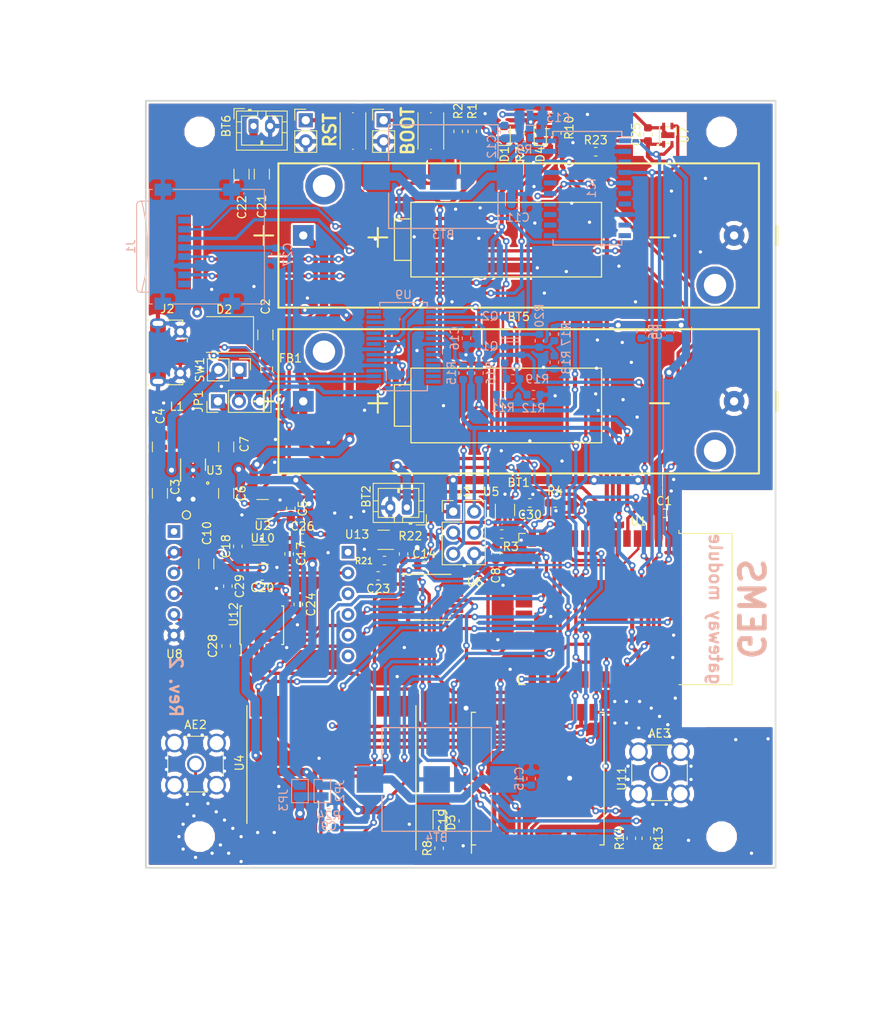
<source format=kicad_pcb>
(kicad_pcb (version 20171130) (host pcbnew 5.0.2-bee76a0~70~ubuntu18.04.1)
  (layers (0 F.Cu signal) (31 B.Cu signal) (34 B.Paste user) (35 F.Paste user) (36 B.SilkS user) (37 F.SilkS user) (38 B.Mask user) (39 F.Mask user) (44 Edge.Cuts user))
  (net 0 "")
  (net 1 GND)
  (net 2 /MISO)
  (net 3 /MOSI)
  (net 4 /SCLK)
  (net 5 /~SS_RF)
  (net 6 /RST_RF)
  (net 7 /RF_IRQ)
  (net 8 /SCL)
  (net 9 "Net-(IC1-Pad3)")
  (net 10 /SDA)
  (net 11 "Net-(IC1-Pad18)")
  (net 12 "Net-(IC1-Pad6)")
  (net 13 "Net-(IC1-Pad7)")
  (net 14 "Net-(IC1-Pad9)")
  (net 15 "Net-(IC1-Pad10)")
  (net 16 "Net-(IC1-Pad13)")
  (net 17 "Net-(IC1-Pad11)")
  (net 18 "Net-(IC1-Pad14)")
  (net 19 "Net-(BT3-Pad1)")
  (net 20 "Net-(IC1-Pad12)")
  (net 21 "Net-(IC1-Pad20)")
  (net 22 "Net-(IC1-Pad15)")
  (net 23 "Net-(IC1-Pad16)")
  (net 24 /~T_INT)
  (net 25 +BATT)
  (net 26 "Net-(L1-Pad1)")
  (net 27 "Net-(L1-Pad2)")
  (net 28 "Net-(BT4-Pad1)")
  (net 29 "Net-(U11-Pad6)")
  (net 30 "Net-(U11-Pad7)")
  (net 31 "Net-(R13-Pad1)")
  (net 32 "Net-(R14-Pad1)")
  (net 33 "Net-(U11-Pad20)")
  (net 34 "Net-(U11-Pad13)")
  (net 35 "Net-(U11-Pad17)")
  (net 36 "Net-(U11-Pad14)")
  (net 37 "Net-(U11-Pad15)")
  (net 38 "Net-(U11-Pad18)")
  (net 39 "Net-(U11-Pad16)")
  (net 40 +3V3)
  (net 41 VD)
  (net 42 "Net-(D4-Pad2)")
  (net 43 "Net-(R10-Pad1)")
  (net 44 /TX2)
  (net 45 /RX2)
  (net 46 /BATT_M)
  (net 47 "Net-(C8-Pad2)")
  (net 48 "Net-(D1-Pad2)")
  (net 49 VBUS)
  (net 50 "Net-(D3-Pad2)")
  (net 51 /EN_ESP)
  (net 52 /~CS_SD)
  (net 53 /GPS_FIX)
  (net 54 /~RST_FTDI)
  (net 55 /EN_BM)
  (net 56 /RX)
  (net 57 /TX)
  (net 58 "Net-(U2-Pad6)")
  (net 59 "Net-(U5-Pad6)")
  (net 60 "Net-(U10-Pad6)")
  (net 61 "Net-(C16-Pad1)")
  (net 62 "Net-(U9-Pad6)")
  (net 63 "Net-(U9-Pad9)")
  (net 64 "Net-(U9-Pad10)")
  (net 65 "Net-(U9-Pad11)")
  (net 66 "Net-(U9-Pad12)")
  (net 67 "Net-(U9-Pad13)")
  (net 68 "Net-(U9-Pad14)")
  (net 69 /D+)
  (net 70 /D-)
  (net 71 "Net-(U9-Pad22)")
  (net 72 "Net-(U9-Pad27)")
  (net 73 "Net-(U9-Pad28)")
  (net 74 "Net-(JP1-Pad2)")
  (net 75 "Net-(C2-Pad1)")
  (net 76 "Net-(D2-Pad2)")
  (net 77 "Net-(J2-Pad4)")
  (net 78 "Net-(U8-Pad1)")
  (net 79 "Net-(U8-Pad8)")
  (net 80 "Net-(J1-Pad8)")
  (net 81 "Net-(J1-Pad1)")
  (net 82 +4V)
  (net 83 /RST_SIM)
  (net 84 /RXD_SIM)
  (net 85 /TXD_SIM)
  (net 86 "Net-(U8-Pad7)")
  (net 87 "Net-(U8-Pad9)")
  (net 88 "Net-(U8-Pad10)")
  (net 89 /DTR_SIM)
  (net 90 "Net-(U8-Pad12)")
  (net 91 /RX_LORA)
  (net 92 /TX_LORA)
  (net 93 "Net-(R8-Pad1)")
  (net 94 "Net-(U4-Pad8)")
  (net 95 "Net-(U4-Pad9)")
  (net 96 "Net-(U4-Pad10)")
  (net 97 "Net-(U4-Pad11)")
  (net 98 VPP)
  (net 99 /RTS)
  (net 100 /MON_LIPO)
  (net 101 "Net-(C23-Pad2)")
  (net 102 "Net-(Q2-Pad2)")
  (net 103 /DTR)
  (net 104 "Net-(Q1-Pad2)")
  (net 105 /TX0)
  (net 106 /RX_GPS)
  (net 107 /TX_GPS)
  (net 108 /RX0)
  (net 109 /M_SEL0)
  (net 110 /RST_SIM_LV)
  (net 111 /M_SEL1)
  (net 112 /DTR_SIM_LV)
  (net 113 /BOOT)
  (net 114 "Net-(U13-Pad6)")
  (net 115 /VCC3.3_GSM)
  (net 116 /RXD_SIM_LV)
  (net 117 "Net-(U6-Pad5)")
  (net 118 /TXD_SIM_LV)
  (net 119 "Net-(U12-Pad6)")
  (net 120 "Net-(U12-Pad9)")
  (net 121 /~RST_GPS)
  (net 122 /EN_VPP)
  (net 123 "Net-(AE3-Pad1)")
  (net 124 "Net-(U1-Pad17)")
  (net 125 "Net-(U1-Pad18)")
  (net 126 "Net-(U1-Pad19)")
  (net 127 "Net-(U1-Pad20)")
  (net 128 "Net-(U1-Pad21)")
  (net 129 "Net-(U1-Pad22)")
  (net 130 "Net-(U1-Pad32)")
  (net 131 "Net-(AE2-Pad1)")
  (net 132 /LORA_PWR)
  (net 133 "Net-(U6-Pad14)")
  (module Resistor_SMD:R_0603_1608Metric (layer B.Cu) (at 84.075 141.4 180)
    (fp_text reference R24 (at 0 1.43 180) (layer B.SilkS) (effects (justify mirror)))
    (fp_text value 10k)
    (pad 1 smd roundrect (at -0.7875 0 180) (size 0.875 0.95) (layers B.Cu B.Paste B.Mask) (net 7 /RF_IRQ))
    (pad 2 smd roundrect (at 0.7875 0 180) (size 0.875 0.95) (layers B.Cu B.Paste B.Mask) (net 132 /LORA_PWR))
  )
  (module gems_footprints:Renata_Battery_Holder_SMTM1125 (layer B.Cu) (at 97.9 62.9)
    (fp_text reference BT3 (at 0 7) (layer B.SilkS) (effects (justify mirror)))
    (fp_text value Battery_Cell)
    (pad 2 smd rect (at 0 0) (size 3.2 3.2) (layers B.Cu B.Paste B.Mask) (net 1 GND))
    (pad 1 smd rect (at -8.05 0) (size 3.2 3.2) (layers B.Cu B.Paste B.Mask) (net 19 "Net-(BT3-Pad1)"))
    (pad 1 smd rect (at 8.05 0) (size 3.2 3.2) (layers B.Cu B.Paste B.Mask) (net 19 "Net-(BT3-Pad1)"))
  )
  (module Resistor_SMD:R_0603_1608Metric (layer F.Cu) (at 116.3 59.9 180)
    (fp_text reference R23 (at 0 1.4 180) (layer F.SilkS))
    (fp_text value 10k)
    (pad 2 smd roundrect (at 0.7875 0 180) (size 0.875 0.95) (layers F.Cu F.Paste F.Mask) (net 24 /~T_INT))
    (pad 1 smd roundrect (at -0.7875 0 180) (size 0.875 0.95) (layers F.Cu F.Paste F.Mask) (net 40 +3V3))
  )
  (module gems_footprints:SIM800L_MODULE (layer F.Cu) (at 75.9 111.7)
    (fp_text reference U8 (at -10.45 8.775) (layer F.SilkS))
    (fp_text value SIM800L)
    (pad 12 thru_hole rect (at 10.5 -3.5) (size 1.524 1.524) (drill 0.8) (layers *.Cu *.Mask) (net 90 "Net-(U8-Pad12)"))
    (pad 11 thru_hole circle (at 10.5 -1) (size 1.524 1.524) (drill 0.8) (layers *.Cu *.Mask) (net 89 /DTR_SIM))
    (pad 10 thru_hole circle (at 10.5 1.5) (size 1.524 1.524) (drill 0.8) (layers *.Cu *.Mask) (net 88 "Net-(U8-Pad10)"))
    (pad 9 thru_hole circle (at 10.5 4) (size 1.524 1.524) (drill 0.8) (layers *.Cu *.Mask) (net 87 "Net-(U8-Pad9)"))
    (pad 8 thru_hole circle (at 10.5 6.5) (size 1.524 1.524) (drill 0.8) (layers *.Cu *.Mask) (net 79 "Net-(U8-Pad8)"))
    (pad 7 thru_hole circle (at 10.5 9) (size 1.524 1.524) (drill 0.8) (layers *.Cu *.Mask) (net 86 "Net-(U8-Pad7)"))
    (pad 6 thru_hole circle (at -10.5 6.5) (size 1.524 1.524) (drill 0.8) (layers *.Cu *.Mask) (net 1 GND))
    (pad 5 thru_hole circle (at -10.5 4) (size 1.524 1.524) (drill 0.8) (layers *.Cu *.Mask) (net 85 /TXD_SIM))
    (pad 4 thru_hole circle (at -10.5 1.5) (size 1.524 1.524) (drill 0.8) (layers *.Cu *.Mask) (net 84 /RXD_SIM))
    (pad 3 thru_hole circle (at -10.5 -1) (size 1.524 1.524) (drill 0.8) (layers *.Cu *.Mask) (net 83 /RST_SIM))
    (pad 2 thru_hole circle (at -10.5 -3.5) (size 1.524 1.524) (drill 0.8) (layers *.Cu *.Mask) (net 82 +4V))
    (pad 1 thru_hole rect (at -10.5 -6) (size 1.524 1.524) (drill 0.8) (layers *.Cu *.Mask) (net 78 "Net-(U8-Pad1)"))
  )
  (module gems_footprints:Eagle_Battery_Holder_A_12BH311P-GR (layer F.Cu) (at 107 90)
    (fp_text reference BT1 (at 0 9.8) (layer F.SilkS))
    (fp_text value Battery_Cell)
    (fp_text user - (at 17 0) (layer F.SilkS) (effects (font (size 3 3) (thickness 0.25))))
    (fp_text user + (at -17 0) (layer F.SilkS) (effects (font (size 3 3) (thickness 0.25))))
    (fp_text user + (at -31 0 90) (layer F.SilkS) (effects (font (size 3 3) (thickness 0.25))))
    (fp_text user - (at 31 0 90) (layer F.SilkS) (effects (font (size 3 3) (thickness 0.25))))
    (pad "" np_thru_hole circle (at -23.5 -5.98) (size 4.5 4.5) (drill 2.7) (layers *.Cu *.Mask))
    (pad "" np_thru_hole circle (at 23.7 5.98) (size 4.5 4.5) (drill 2.7) (layers *.Cu *.Mask))
    (pad 1 thru_hole rect (at -26 0) (size 2.5 2.5) (drill 1) (layers *.Cu *.Mask) (net 25 +BATT))
    (pad 2 thru_hole circle (at 26 0) (size 2.5 2.5) (drill 1) (layers *.Cu *.Mask) (net 1 GND))
  )
  (module Connector_Coaxial:SMA_Amphenol_901-144_Vertical (layer F.Cu) (at 124 134.8)
    (fp_text reference AE3 (at 0 -4.75) (layer F.SilkS))
    (fp_text value Conn_Coaxial)
    (pad 2 thru_hole circle (at -2.54 2.54) (size 2.25 2.25) (drill 1.7) (layers *.Cu *.Mask) (net 1 GND))
    (pad 2 thru_hole circle (at -2.54 -2.54) (size 2.25 2.25) (drill 1.7) (layers *.Cu *.Mask) (net 1 GND))
    (pad 2 thru_hole circle (at 2.54 -2.54) (size 2.25 2.25) (drill 1.7) (layers *.Cu *.Mask) (net 1 GND))
    (pad 2 thru_hole circle (at 2.54 2.54) (size 2.25 2.25) (drill 1.7) (layers *.Cu *.Mask) (net 1 GND))
    (pad 1 thru_hole circle (at 0 0) (size 2.05 2.05) (drill 1.5) (layers *.Cu *.Mask) (net 123 "Net-(AE3-Pad1)"))
  )
  (module Connector_Coaxial:SMA_Amphenol_901-144_Vertical (layer F.Cu) (at 68 133.75)
    (fp_text reference AE2 (at 0 -4.75) (layer F.SilkS))
    (fp_text value Conn_Coaxial)
    (pad 2 thru_hole circle (at -2.54 2.54) (size 2.25 2.25) (drill 1.7) (layers *.Cu *.Mask) (net 1 GND))
    (pad 2 thru_hole circle (at -2.54 -2.54) (size 2.25 2.25) (drill 1.7) (layers *.Cu *.Mask) (net 1 GND))
    (pad 2 thru_hole circle (at 2.54 -2.54) (size 2.25 2.25) (drill 1.7) (layers *.Cu *.Mask) (net 1 GND))
    (pad 2 thru_hole circle (at 2.54 2.54) (size 2.25 2.25) (drill 1.7) (layers *.Cu *.Mask) (net 1 GND))
    (pad 1 thru_hole circle (at 0 0) (size 2.05 2.05) (drill 1.5) (layers *.Cu *.Mask) (net 131 "Net-(AE2-Pad1)"))
  )
  (module gems_footprints:RF-LORA-868-SMT (layer F.Cu) (at 84.4 135.5 90)
    (fp_text reference U4 (at 1.9 -11.1 90) (layer F.SilkS))
    (fp_text value RF-LORA-868-SO)
    (pad 16 smd rect (at 8.725 -8.89 90) (size 2.5 1.78) (layers F.Cu F.Paste F.Mask) (net 5 /~SS_RF))
    (pad 15 smd rect (at 8.725 -6.35 90) (size 2.5 1.78) (layers F.Cu F.Paste F.Mask) (net 3 /MOSI))
    (pad 14 smd rect (at 8.725 -3.81 90) (size 2.5 1.78) (layers F.Cu F.Paste F.Mask) (net 2 /MISO))
    (pad 13 smd rect (at 8.725 -1.27 90) (size 2.5 1.78) (layers F.Cu F.Paste F.Mask) (net 4 /SCLK))
    (pad 12 smd rect (at 8.725 1.27 90) (size 2.5 1.78) (layers F.Cu F.Paste F.Mask) (net 6 /RST_RF))
    (pad 11 smd rect (at 8.725 3.81 90) (size 2.5 1.78) (layers F.Cu F.Paste F.Mask) (net 97 "Net-(U4-Pad11)"))
    (pad 10 smd rect (at 8.725 6.35 90) (size 2.5 1.78) (layers F.Cu F.Paste F.Mask) (net 96 "Net-(U4-Pad10)"))
    (pad 9 smd rect (at 8.725 8.89 90) (size 2.5 1.78) (layers F.Cu F.Paste F.Mask) (net 95 "Net-(U4-Pad9)"))
    (pad 8 smd rect (at -8.725 8.89 90) (size 2.5 1.78) (layers F.Cu F.Paste F.Mask) (net 94 "Net-(U4-Pad8)"))
    (pad 7 smd rect (at -8.725 6.35 90) (size 2.5 1.78) (layers F.Cu F.Paste F.Mask) (net 93 "Net-(R8-Pad1)"))
    (pad 6 smd rect (at -8.725 3.81 90) (size 2.5 1.78) (layers F.Cu F.Paste F.Mask) (net 7 /RF_IRQ))
    (pad 5 smd rect (at -8.725 1.27 90) (size 2.5 1.78) (layers F.Cu F.Paste F.Mask) (net 92 /TX_LORA))
    (pad 4 smd rect (at -8.725 -1.27 90) (size 2.5 1.78) (layers F.Cu F.Paste F.Mask) (net 91 /RX_LORA))
    (pad 3 smd rect (at -8.725 -3.81 90) (size 2.5 1.78) (layers F.Cu F.Paste F.Mask) (net 132 /LORA_PWR))
    (pad 2 smd rect (at -8.725 -6.35 90) (size 2.5 1.78) (layers F.Cu F.Paste F.Mask) (net 1 GND))
    (pad 1 smd rect (at -8.725 -8.89 90) (size 2.5 1.78) (layers F.Cu F.Paste F.Mask) (net 131 "Net-(AE2-Pad1)"))
  )
  (module RF_Module:ESP32-WROOM-32 (layer F.Cu) (at 116.895 115.05 270)
    (fp_text reference U1 (at -10.575 -4.58) (layer F.SilkS))
    (fp_text value ESP32-WROOM-32)
    (pad 38 smd rect (at 8.5 -8.255 270) (size 2 0.9) (layers F.Cu F.Paste F.Mask) (net 1 GND))
    (pad 37 smd rect (at 8.5 -6.985 270) (size 2 0.9) (layers F.Cu F.Paste F.Mask) (net 3 /MOSI))
    (pad 36 smd rect (at 8.5 -5.715 270) (size 2 0.9) (layers F.Cu F.Paste F.Mask) (net 8 /SCL))
    (pad 35 smd rect (at 8.5 -4.445 270) (size 2 0.9) (layers F.Cu F.Paste F.Mask) (net 57 /TX))
    (pad 34 smd rect (at 8.5 -3.175 270) (size 2 0.9) (layers F.Cu F.Paste F.Mask) (net 56 /RX))
    (pad 33 smd rect (at 8.5 -1.905 270) (size 2 0.9) (layers F.Cu F.Paste F.Mask) (net 10 /SDA))
    (pad 32 smd rect (at 8.5 -0.635 270) (size 2 0.9) (layers F.Cu F.Paste F.Mask) (net 130 "Net-(U1-Pad32)"))
    (pad 31 smd rect (at 8.5 0.635 270) (size 2 0.9) (layers F.Cu F.Paste F.Mask) (net 2 /MISO))
    (pad 30 smd rect (at 8.5 1.905 270) (size 2 0.9) (layers F.Cu F.Paste F.Mask) (net 4 /SCLK))
    (pad 29 smd rect (at 8.5 3.175 270) (size 2 0.9) (layers F.Cu F.Paste F.Mask) (net 112 /DTR_SIM_LV))
    (pad 28 smd rect (at 8.5 4.445 270) (size 2 0.9) (layers F.Cu F.Paste F.Mask) (net 44 /TX2))
    (pad 27 smd rect (at 8.5 5.715 270) (size 2 0.9) (layers F.Cu F.Paste F.Mask) (net 45 /RX2))
    (pad 26 smd rect (at 8.5 6.985 270) (size 2 0.9) (layers F.Cu F.Paste F.Mask) (net 53 /GPS_FIX))
    (pad 25 smd rect (at 8.5 8.255 270) (size 2 0.9) (layers F.Cu F.Paste F.Mask) (net 113 /BOOT))
    (pad 24 smd rect (at 5.715 9.255) (size 2 0.9) (layers F.Cu F.Paste F.Mask) (net 121 /~RST_GPS))
    (pad 23 smd rect (at 4.445 9.255) (size 2 0.9) (layers F.Cu F.Paste F.Mask) (net 55 /EN_BM))
    (pad 22 smd rect (at 3.175 9.255) (size 2 0.9) (layers F.Cu F.Paste F.Mask) (net 129 "Net-(U1-Pad22)"))
    (pad 21 smd rect (at 1.905 9.255) (size 2 0.9) (layers F.Cu F.Paste F.Mask) (net 128 "Net-(U1-Pad21)"))
    (pad 20 smd rect (at 0.635 9.255) (size 2 0.9) (layers F.Cu F.Paste F.Mask) (net 127 "Net-(U1-Pad20)"))
    (pad 19 smd rect (at -0.635 9.255) (size 2 0.9) (layers F.Cu F.Paste F.Mask) (net 126 "Net-(U1-Pad19)"))
    (pad 18 smd rect (at -1.905 9.255) (size 2 0.9) (layers F.Cu F.Paste F.Mask) (net 125 "Net-(U1-Pad18)"))
    (pad 17 smd rect (at -3.175 9.255) (size 2 0.9) (layers F.Cu F.Paste F.Mask) (net 124 "Net-(U1-Pad17)"))
    (pad 16 smd rect (at -4.445 9.255) (size 2 0.9) (layers F.Cu F.Paste F.Mask) (net 5 /~SS_RF))
    (pad 15 smd rect (at -5.715 9.255) (size 2 0.9) (layers F.Cu F.Paste F.Mask) (net 1 GND))
    (pad 14 smd rect (at -8.5 8.255 270) (size 2 0.9) (layers F.Cu F.Paste F.Mask) (net 52 /~CS_SD))
    (pad 13 smd rect (at -8.5 6.985 270) (size 2 0.9) (layers F.Cu F.Paste F.Mask) (net 6 /RST_RF))
    (pad 12 smd rect (at -8.5 5.715 270) (size 2 0.9) (layers F.Cu F.Paste F.Mask) (net 111 /M_SEL1))
    (pad 11 smd rect (at -8.5 4.445 270) (size 2 0.9) (layers F.Cu F.Paste F.Mask) (net 110 /RST_SIM_LV))
    (pad 10 smd rect (at -8.5 3.175 270) (size 2 0.9) (layers F.Cu F.Paste F.Mask) (net 109 /M_SEL0))
    (pad 9 smd rect (at -8.5 1.905 270) (size 2 0.9) (layers F.Cu F.Paste F.Mask) (net 54 /~RST_FTDI))
    (pad 8 smd rect (at -8.5 0.635 270) (size 2 0.9) (layers F.Cu F.Paste F.Mask) (net 122 /EN_VPP))
    (pad 7 smd rect (at -8.5 -0.635 270) (size 2 0.9) (layers F.Cu F.Paste F.Mask) (net 24 /~T_INT))
    (pad 6 smd rect (at -8.5 -1.905 270) (size 2 0.9) (layers F.Cu F.Paste F.Mask) (net 7 /RF_IRQ))
    (pad 5 smd rect (at -8.5 -3.175 270) (size 2 0.9) (layers F.Cu F.Paste F.Mask) (net 46 /BATT_M))
    (pad 4 smd rect (at -8.5 -4.445 270) (size 2 0.9) (layers F.Cu F.Paste F.Mask) (net 100 /MON_LIPO))
    (pad 3 smd rect (at -8.5 -5.715 270) (size 2 0.9) (layers F.Cu F.Paste F.Mask) (net 51 /EN_ESP))
    (pad 2 smd rect (at -8.5 -6.985 270) (size 2 0.9) (layers F.Cu F.Paste F.Mask) (net 40 +3V3))
    (pad 1 smd rect (at -8.5 -8.255 270) (size 2 0.9) (layers F.Cu F.Paste F.Mask) (net 1 GND))
    (pad 39 smd rect (at -1 -0.755 270) (size 5 5) (layers F.Cu F.Paste F.Mask))
  )
  (module Capacitor_SMD:C_1206_3216Metric (layer F.Cu) (at 73.55 62.6 90)
    (fp_text reference C22 (at -4 0.05 90) (layer F.SilkS))
    (fp_text value 4.7uF)
    (pad 2 smd roundrect (at 1.4 0 90) (size 1.25 1.75) (layers F.Cu F.Paste F.Mask) (roundrect_rratio 0.2) (net 82 +4V))
    (pad 1 smd roundrect (at -1.4 0 90) (size 1.25 1.75) (layers F.Cu F.Paste F.Mask) (roundrect_rratio 0.2) (net 1 GND))
  )
  (module Capacitor_SMD:C_1206_3216Metric (layer F.Cu) (at 76 62.6 90)
    (fp_text reference C21 (at -3.9 0 90) (layer F.SilkS))
    (fp_text value 4.7uF)
    (pad 2 smd roundrect (at 1.4 0 90) (size 1.25 1.75) (layers F.Cu F.Paste F.Mask) (roundrect_rratio 0.2) (net 82 +4V))
    (pad 1 smd roundrect (at -1.4 0 90) (size 1.25 1.75) (layers F.Cu F.Paste F.Mask) (roundrect_rratio 0.2) (net 1 GND))
  )
  (module gems_footprints:Eagle_Battery_Holder_A_12BH311P-GR (layer F.Cu) (at 107 70)
    (fp_text reference BT5 (at 0 9.8) (layer F.SilkS))
    (fp_text value Battery_Cell)
    (fp_text user - (at 17 0) (layer F.SilkS) (effects (font (size 3 3) (thickness 0.25))))
    (fp_text user + (at -17 0) (layer F.SilkS) (effects (font (size 3 3) (thickness 0.25))))
    (fp_text user + (at -31 0 90) (layer F.SilkS) (effects (font (size 3 3) (thickness 0.25))))
    (fp_text user - (at 31 0 90) (layer F.SilkS) (effects (font (size 3 3) (thickness 0.25))))
    (pad "" np_thru_hole circle (at -23.5 -5.98) (size 4.5 4.5) (drill 2.7) (layers *.Cu *.Mask))
    (pad "" np_thru_hole circle (at 23.7 5.98) (size 4.5 4.5) (drill 2.7) (layers *.Cu *.Mask))
    (pad 1 thru_hole rect (at -26 0) (size 2.5 2.5) (drill 1) (layers *.Cu *.Mask) (net 25 +BATT))
    (pad 2 thru_hole circle (at 26 0) (size 2.5 2.5) (drill 1) (layers *.Cu *.Mask) (net 1 GND))
  )
  (module Capacitor_SMD:C_0603_1608Metric (layer F.Cu) (at 108.35 102.25 180)
    (fp_text reference C30 (at 0 -1.43 180) (layer F.SilkS))
    (fp_text value 1uF)
    (pad 2 smd roundrect (at 0.7875 0 180) (size 0.875 0.95) (layers F.Cu F.Paste F.Mask) (net 25 +BATT))
    (pad 1 smd roundrect (at -0.7875 0 180) (size 0.875 0.95) (layers F.Cu F.Paste F.Mask) (net 1 GND))
  )
  (module Connector_PinHeader_2.54mm:PinHeader_2x03_P2.54mm_Vertical (layer F.Cu) (at 99.1 103.3)
    (fp_text reference J3 (at 1.27 -2.33) (layer F.SilkS))
    (fp_text value Conn_02x03_Counter_Clockwise)
    (pad 6 thru_hole oval (at 2.54 5.08) (size 1.7 1.7) (drill 1) (layers *.Cu *.Mask) (net 1 GND))
    (pad 5 thru_hole oval (at 0 5.08) (size 1.7 1.7) (drill 1) (layers *.Cu *.Mask) (net 56 /RX))
    (pad 4 thru_hole oval (at 2.54 2.54) (size 1.7 1.7) (drill 1) (layers *.Cu *.Mask) (net 51 /EN_ESP))
    (pad 3 thru_hole oval (at 0 2.54) (size 1.7 1.7) (drill 1) (layers *.Cu *.Mask) (net 113 /BOOT))
    (pad 2 thru_hole oval (at 2.54 0) (size 1.7 1.7) (drill 1) (layers *.Cu *.Mask) (net 57 /TX))
    (pad 1 thru_hole rect (at 0 0) (size 1.7 1.7) (drill 1) (layers *.Cu *.Mask) (net 40 +3V3))
  )
  (module Connector_JST:JST_PH_B2B-PH-K_1x02_P2.00mm_Vertical (layer F.Cu) (at 93.5 102.8 180)
    (fp_text reference BT2 (at 4.9 1.325 270) (layer F.SilkS))
    (fp_text value Battery_Cell)
    (pad 2 thru_hole oval (at 2 0 180) (size 1.2 1.75) (drill 0.75) (layers *.Cu *.Mask) (net 1 GND))
    (pad 1 thru_hole roundrect (at 0 0 180) (size 1.2 1.75) (drill 0.75) (layers *.Cu *.Mask) (roundrect_rratio 0.208333) (net 25 +BATT))
  )
  (module Connector_JST:JST_PH_B2B-PH-K_1x02_P2.00mm_Vertical (layer F.Cu) (at 75 56.8)
    (fp_text reference BT6 (at -3.3 0 90) (layer F.SilkS))
    (fp_text value Battery_Cell)
    (pad 2 thru_hole oval (at 2 0) (size 1.2 1.75) (drill 0.75) (layers *.Cu *.Mask) (net 1 GND))
    (pad 1 thru_hole roundrect (at 0 0) (size 1.2 1.75) (drill 0.75) (layers *.Cu *.Mask) (roundrect_rratio 0.208333) (net 82 +4V))
  )
  (module Capacitor_SMD:C_0603_1608Metric (layer F.Cu) (at 71.9 112.3 270)
    (fp_text reference C29 (at 0 -1.43 270) (layer F.SilkS))
    (fp_text value 100nF)
    (pad 2 smd roundrect (at 0.7875 0 270) (size 0.875 0.95) (layers F.Cu F.Paste F.Mask) (net 82 +4V))
    (pad 1 smd roundrect (at -0.7875 0 270) (size 0.875 0.95) (layers F.Cu F.Paste F.Mask) (net 1 GND))
  )
  (module Capacitor_SMD:C_0603_1608Metric (layer F.Cu) (at 71.7 119.5 270)
    (fp_text reference C28 (at 0 1.625 270) (layer F.SilkS))
    (fp_text value 100nF)
    (pad 2 smd roundrect (at 0.7875 0 270) (size 0.875 0.95) (layers F.Cu F.Paste F.Mask) (net 115 /VCC3.3_GSM))
    (pad 1 smd roundrect (at -0.7875 0 270) (size 0.875 0.95) (layers F.Cu F.Paste F.Mask) (net 1 GND))
  )
  (module Capacitor_SMD:C_0603_1608Metric (layer B.Cu) (at 77.7 72.3 90)
    (fp_text reference C27 (at 0 1.43 90) (layer B.SilkS) (effects (justify mirror)))
    (fp_text value 100nF)
    (pad 2 smd roundrect (at 0.7875 0 90) (size 0.875 0.95) (layers B.Cu B.Paste B.Mask) (net 98 VPP))
    (pad 1 smd roundrect (at -0.7875 0 90) (size 0.875 0.95) (layers B.Cu B.Paste B.Mask) (net 1 GND))
  )
  (module Capacitor_SMD:C_0603_1608Metric (layer F.Cu) (at 80.9 106.5)
    (fp_text reference C26 (at 0 -1.43) (layer F.SilkS))
    (fp_text value 1uF)
    (pad 2 smd roundrect (at 0.7875 0) (size 0.875 0.95) (layers F.Cu F.Paste F.Mask) (net 40 +3V3))
    (pad 1 smd roundrect (at -0.7875 0) (size 0.875 0.95) (layers F.Cu F.Paste F.Mask) (net 1 GND))
  )
  (module Diode_SMD:D_SMB (layer F.Cu) (at 71.45 81.94 180)
    (fp_text reference D2 (at 0 3.015 180) (layer F.SilkS))
    (fp_text value D_Schottky)
    (pad 2 smd rect (at 2.15 0 180) (size 2.5 2.3) (layers F.Cu F.Paste F.Mask) (net 76 "Net-(D2-Pad2)"))
    (pad 1 smd rect (at -2.15 0 180) (size 2.5 2.3) (layers F.Cu F.Paste F.Mask) (net 75 "Net-(C2-Pad1)"))
  )
  (module Capacitor_SMD:C_0603_1608Metric (layer F.Cu) (at 122.6 57.8 90)
    (fp_text reference C25 (at 0 -1.43 90) (layer F.SilkS))
    (fp_text value 100nF)
    (pad 2 smd roundrect (at 0.7875 0 90) (size 0.875 0.95) (layers F.Cu F.Paste F.Mask) (net 1 GND))
    (pad 1 smd roundrect (at -0.7875 0 90) (size 0.875 0.95) (layers F.Cu F.Paste F.Mask) (net 40 +3V3))
  )
  (module gems_footprints:SOT-23-var (layer B.Cu) (at 106.3 80.8)
    (fp_text reference Q2 (at -2.725 -1.075) (layer B.SilkS) (effects (justify mirror)))
    (fp_text value S8050)
    (pad 3 smd rect (at 1 0) (size 0.9 0.8) (layers B.Cu B.Paste B.Mask) (net 113 /BOOT))
    (pad 1 smd rect (at -1 -0.95) (size 0.9 0.8) (layers B.Cu B.Paste B.Mask) (net 103 /DTR))
    (pad 2 smd rect (at -1 0.95) (size 0.9 0.8) (layers B.Cu B.Paste B.Mask) (net 102 "Net-(Q2-Pad2)"))
  )
  (module gems_footprints:SOT-23-var (layer B.Cu) (at 106.3 84.4)
    (fp_text reference Q1 (at -2.75 -1.05) (layer B.SilkS) (effects (justify mirror)))
    (fp_text value S8050)
    (pad 3 smd rect (at 1 0) (size 0.9 0.8) (layers B.Cu B.Paste B.Mask) (net 51 /EN_ESP))
    (pad 1 smd rect (at -1 -0.95) (size 0.9 0.8) (layers B.Cu B.Paste B.Mask) (net 99 /RTS))
    (pad 2 smd rect (at -1 0.95) (size 0.9 0.8) (layers B.Cu B.Paste B.Mask) (net 104 "Net-(Q1-Pad2)"))
  )
  (module Button_Switch_SMD:SW_SPST_KMR2 (layer F.Cu) (at 87 57.4 90)
    (fp_text reference SW2 hide)
    (fp_text value SW_Push)
    (pad 2 smd rect (at 2.05 0.8 180) (size 0.9 1) (layers F.Cu F.Paste F.Mask) (net 1 GND))
    (pad 1 smd rect (at 2.05 -0.8 180) (size 0.9 1) (layers F.Cu F.Paste F.Mask) (net 51 /EN_ESP))
    (pad 2 smd rect (at -2.05 0.8 180) (size 0.9 1) (layers F.Cu F.Paste F.Mask) (net 1 GND))
    (pad 1 smd rect (at -2.05 -0.8 180) (size 0.9 1) (layers F.Cu F.Paste F.Mask) (net 51 /EN_ESP))
  )
  (module Button_Switch_SMD:SW_SPST_KMR2 (layer F.Cu) (at 96.4 57.4 90)
    (fp_text reference SW3 hide)
    (fp_text value SW_Push)
    (pad 2 smd rect (at 2.05 0.8 180) (size 0.9 1) (layers F.Cu F.Paste F.Mask) (net 1 GND))
    (pad 1 smd rect (at 2.05 -0.8 180) (size 0.9 1) (layers F.Cu F.Paste F.Mask) (net 113 /BOOT))
    (pad 2 smd rect (at -2.05 0.8 180) (size 0.9 1) (layers F.Cu F.Paste F.Mask) (net 1 GND))
    (pad 1 smd rect (at -2.05 -0.8 180) (size 0.9 1) (layers F.Cu F.Paste F.Mask) (net 113 /BOOT))
  )
  (module Capacitor_SMD:C_0603_1608Metric (layer B.Cu) (at 84.1 139.65 180)
    (fp_text reference C9 (at 0 -1.575 180) (layer B.SilkS) (effects (justify mirror)))
    (fp_text value 100nF)
    (pad 2 smd roundrect (at 0.7875 0 180) (size 0.875 0.95) (layers B.Cu B.Paste B.Mask) (net 132 /LORA_PWR))
    (pad 1 smd roundrect (at -0.7875 0 180) (size 0.875 0.95) (layers B.Cu B.Paste B.Mask) (net 1 GND))
  )
  (module Capacitor_SMD:C_0603_1608Metric (layer F.Cu) (at 80.4 114.4875 90)
    (fp_text reference C24 (at -0.0125 1.525 90) (layer F.SilkS))
    (fp_text value 100nF)
    (pad 2 smd roundrect (at 0.7875 0 90) (size 0.875 0.95) (layers F.Cu F.Paste F.Mask) (net 115 /VCC3.3_GSM))
    (pad 1 smd roundrect (at -0.7875 0 90) (size 0.875 0.95) (layers F.Cu F.Paste F.Mask) (net 1 GND))
  )
  (module Capacitor_SMD:C_0603_1608Metric (layer F.Cu) (at 90.05 111.05)
    (fp_text reference C23 (at 0 1.55) (layer F.SilkS))
    (fp_text value 1uF)
    (pad 2 smd roundrect (at 0.7875 0) (size 0.875 0.95) (layers F.Cu F.Paste F.Mask) (net 101 "Net-(C23-Pad2)"))
    (pad 1 smd roundrect (at -0.7875 0) (size 0.875 0.95) (layers F.Cu F.Paste F.Mask) (net 1 GND))
  )
  (module Capacitor_SMD:C_0603_1608Metric (layer F.Cu) (at 124.5875 103.5 180)
    (fp_text reference C1 (at 0.0375 1.475 180) (layer F.SilkS))
    (fp_text value 100nF)
    (pad 2 smd roundrect (at 0.7875 0 180) (size 0.875 0.95) (layers F.Cu F.Paste F.Mask) (net 40 +3V3))
    (pad 1 smd roundrect (at -0.7875 0 180) (size 0.875 0.95) (layers F.Cu F.Paste F.Mask) (net 1 GND))
  )
  (module Capacitor_SMD:C_0603_1608Metric (layer F.Cu) (at 79.5 102.9125 270)
    (fp_text reference C5 (at 0 -1.43 270) (layer F.SilkS))
    (fp_text value 100nF)
    (pad 2 smd roundrect (at 0.7875 0 270) (size 0.875 0.95) (layers F.Cu F.Paste F.Mask) (net 98 VPP))
    (pad 1 smd roundrect (at -0.7875 0 270) (size 0.875 0.95) (layers F.Cu F.Paste F.Mask) (net 1 GND))
  )
  (module Capacitor_SMD:C_0603_1608Metric (layer F.Cu) (at 104.25 108.3 90)
    (fp_text reference C8 (at -2.7 0 90) (layer F.SilkS))
    (fp_text value 1uF)
    (pad 2 smd roundrect (at 0.7875 0 90) (size 0.875 0.95) (layers F.Cu F.Paste F.Mask) (net 47 "Net-(C8-Pad2)"))
    (pad 1 smd roundrect (at -0.7875 0 90) (size 0.875 0.95) (layers F.Cu F.Paste F.Mask) (net 1 GND))
  )
  (module Capacitor_SMD:C_0603_1608Metric (layer B.Cu) (at 106.9125 66.2 180)
    (fp_text reference C11 (at 0.0125 -1.625 180) (layer B.SilkS) (effects (justify mirror)))
    (fp_text value 100nF)
    (pad 2 smd roundrect (at 0.7875 0 180) (size 0.875 0.95) (layers B.Cu B.Paste B.Mask) (net 19 "Net-(BT3-Pad1)"))
    (pad 1 smd roundrect (at -0.7875 0 180) (size 0.875 0.95) (layers B.Cu B.Paste B.Mask) (net 1 GND))
  )
  (module Capacitor_SMD:C_0603_1608Metric (layer B.Cu) (at 105.3 57.5 270)
    (fp_text reference C12 (at 1.775 1.55 270) (layer B.SilkS) (effects (justify mirror)))
    (fp_text value 100nF)
    (pad 2 smd roundrect (at 0.7875 0 270) (size 0.875 0.95) (layers B.Cu B.Paste B.Mask) (net 40 +3V3))
    (pad 1 smd roundrect (at -0.7875 0 270) (size 0.875 0.95) (layers B.Cu B.Paste B.Mask) (net 1 GND))
  )
  (module Capacitor_SMD:C_0603_1608Metric (layer F.Cu) (at 95.6 109.8)
    (fp_text reference C14 (at 0 -1.43) (layer F.SilkS))
    (fp_text value 100nF)
    (pad 2 smd roundrect (at 0.7875 0) (size 0.875 0.95) (layers F.Cu F.Paste F.Mask) (net 40 +3V3))
    (pad 1 smd roundrect (at -0.7875 0) (size 0.875 0.95) (layers F.Cu F.Paste F.Mask) (net 1 GND))
  )
  (module Capacitor_SMD:C_0603_1608Metric (layer B.Cu) (at 108.5 135.5 270)
    (fp_text reference C15 (at 0 1.43 270) (layer B.SilkS) (effects (justify mirror)))
    (fp_text value 100nF)
    (pad 2 smd roundrect (at 0.7875 0 270) (size 0.875 0.95) (layers B.Cu B.Paste B.Mask) (net 28 "Net-(BT4-Pad1)"))
    (pad 1 smd roundrect (at -0.7875 0 270) (size 0.875 0.95) (layers B.Cu B.Paste B.Mask) (net 1 GND))
  )
  (module Capacitor_SMD:C_0603_1608Metric (layer B.Cu) (at 100.7 82.4 270)
    (fp_text reference C16 (at 0 1.43 270) (layer B.SilkS) (effects (justify mirror)))
    (fp_text value 100nF)
    (pad 2 smd roundrect (at 0.7875 0 270) (size 0.875 0.95) (layers B.Cu B.Paste B.Mask) (net 1 GND))
    (pad 1 smd roundrect (at -0.7875 0 270) (size 0.875 0.95) (layers B.Cu B.Paste B.Mask) (net 61 "Net-(C16-Pad1)"))
  )
  (module Capacitor_SMD:C_0603_1608Metric (layer F.Cu) (at 79.3 108.4125 270)
    (fp_text reference C17 (at 0 -1.43 270) (layer F.SilkS))
    (fp_text value 100nF)
    (pad 2 smd roundrect (at 0.7875 0 270) (size 0.875 0.95) (layers F.Cu F.Paste F.Mask) (net 40 +3V3))
    (pad 1 smd roundrect (at -0.7875 0 270) (size 0.875 0.95) (layers F.Cu F.Paste F.Mask) (net 1 GND))
  )
  (module Capacitor_SMD:C_0603_1608Metric (layer F.Cu) (at 73.1 107.4875 90)
    (fp_text reference C18 (at 0 -1.43 90) (layer F.SilkS))
    (fp_text value 1uF)
    (pad 2 smd roundrect (at 0.7875 0 90) (size 0.875 0.95) (layers F.Cu F.Paste F.Mask) (net 115 /VCC3.3_GSM))
    (pad 1 smd roundrect (at -0.7875 0 90) (size 0.875 0.95) (layers F.Cu F.Paste F.Mask) (net 1 GND))
  )
  (module Capacitor_SMD:C_0603_1608Metric (layer F.Cu) (at 99.3 140.6 90)
    (fp_text reference C19 (at 0 -1.43 90) (layer F.SilkS))
    (fp_text value 100nF)
    (pad 2 smd roundrect (at 0.7875 0 90) (size 0.875 0.95) (layers F.Cu F.Paste F.Mask) (net 98 VPP))
    (pad 1 smd roundrect (at -0.7875 0 90) (size 0.875 0.95) (layers F.Cu F.Paste F.Mask) (net 1 GND))
  )
  (module Capacitor_SMD:C_0603_1608Metric (layer F.Cu) (at 76.05 111.05 180)
    (fp_text reference C20 (at 0 -1.43 180) (layer F.SilkS))
    (fp_text value 100nF)
    (pad 2 smd roundrect (at 0.7875 0 180) (size 0.875 0.95) (layers F.Cu F.Paste F.Mask) (net 82 +4V))
    (pad 1 smd roundrect (at -0.7875 0 180) (size 0.875 0.95) (layers F.Cu F.Paste F.Mask) (net 1 GND))
  )
  (module Capacitor_SMD:C_1206_3216Metric (layer F.Cu) (at 71.7 95.5 90)
    (fp_text reference C7 (at 0.325 2.2 90) (layer F.SilkS))
    (fp_text value 22uF)
    (pad 2 smd roundrect (at 1.4 0 90) (size 1.25 1.75) (layers F.Cu F.Paste F.Mask) (roundrect_rratio 0.2) (net 1 GND))
    (pad 1 smd roundrect (at -1.4 0 90) (size 1.25 1.75) (layers F.Cu F.Paste F.Mask) (roundrect_rratio 0.2) (net 40 +3V3))
  )
  (module Capacitor_SMD:C_1206_3216Metric (layer F.Cu) (at 76.43 81.99 90)
    (fp_text reference C2 (at 3.415 0.02 90) (layer F.SilkS))
    (fp_text value 10uF)
    (pad 2 smd roundrect (at 1.4 0 90) (size 1.25 1.75) (layers F.Cu F.Paste F.Mask) (roundrect_rratio 0.2) (net 1 GND))
    (pad 1 smd roundrect (at -1.4 0 90) (size 1.25 1.75) (layers F.Cu F.Paste F.Mask) (roundrect_rratio 0.2) (net 75 "Net-(C2-Pad1)"))
  )
  (module Capacitor_SMD:C_1206_3216Metric (layer B.Cu) (at 108.5 55.8 180)
    (fp_text reference C13 (at -3.275 0 180) (layer B.SilkS) (effects (justify mirror)))
    (fp_text value 6.8uF)
    (pad 2 smd roundrect (at 1.4 0 180) (size 1.25 1.75) (layers B.Cu B.Paste B.Mask) (roundrect_rratio 0.2) (net 40 +3V3))
    (pad 1 smd roundrect (at -1.4 0 180) (size 1.25 1.75) (layers B.Cu B.Paste B.Mask) (roundrect_rratio 0.2) (net 1 GND))
  )
  (module Capacitor_SMD:C_1206_3216Metric (layer F.Cu) (at 63.7 101.1 270)
    (fp_text reference C3 (at -0.775 -1.85 270) (layer F.SilkS))
    (fp_text value 10uF)
    (pad 2 smd roundrect (at 1.4 0 270) (size 1.25 1.75) (layers F.Cu F.Paste F.Mask) (roundrect_rratio 0.2) (net 1 GND))
    (pad 1 smd roundrect (at -1.4 0 270) (size 1.25 1.75) (layers F.Cu F.Paste F.Mask) (roundrect_rratio 0.2) (net 41 VD))
  )
  (module Capacitor_SMD:C_1206_3216Metric (layer F.Cu) (at 69.3 109.6 270)
    (fp_text reference C10 (at -3.7 -0.075 270) (layer F.SilkS))
    (fp_text value 4.7uF)
    (pad 2 smd roundrect (at 1.4 0 270) (size 1.25 1.75) (layers F.Cu F.Paste F.Mask) (roundrect_rratio 0.2) (net 1 GND))
    (pad 1 smd roundrect (at -1.4 0 270) (size 1.25 1.75) (layers F.Cu F.Paste F.Mask) (roundrect_rratio 0.2) (net 82 +4V))
  )
  (module Capacitor_SMD:C_1206_3216Metric (layer F.Cu) (at 63.7 95.5 90)
    (fp_text reference C4 (at 3.725 0.05 90) (layer F.SilkS))
    (fp_text value 10uF)
    (pad 2 smd roundrect (at 1.4 0 90) (size 1.25 1.75) (layers F.Cu F.Paste F.Mask) (roundrect_rratio 0.2) (net 1 GND))
    (pad 1 smd roundrect (at -1.4 0 90) (size 1.25 1.75) (layers F.Cu F.Paste F.Mask) (roundrect_rratio 0.2) (net 41 VD))
  )
  (module Capacitor_SMD:C_1206_3216Metric (layer F.Cu) (at 71.7 101.1 270)
    (fp_text reference C6 (at 0 -1.82 270) (layer F.SilkS))
    (fp_text value 22uF)
    (pad 2 smd roundrect (at 1.4 0 270) (size 1.25 1.75) (layers F.Cu F.Paste F.Mask) (roundrect_rratio 0.2) (net 1 GND))
    (pad 1 smd roundrect (at -1.4 0 270) (size 1.25 1.75) (layers F.Cu F.Paste F.Mask) (roundrect_rratio 0.2) (net 40 +3V3))
  )
  (module Connector_Card:microSD_HC_Wuerth_693072010801 (layer B.Cu) (at 68.2 71.35 270)
    (fp_text reference J1 (at 0 7.99 270) (layer B.SilkS) (effects (justify mirror)))
    (fp_text value Micro_SD_Card)
    (pad 1 smd rect (at -3.2 1.55 270) (size 0.8 1.5) (layers B.Cu B.Paste B.Mask) (net 81 "Net-(J1-Pad1)"))
    (pad 2 smd rect (at -2.1 1.55 270) (size 0.8 1.5) (layers B.Cu B.Paste B.Mask) (net 52 /~CS_SD))
    (pad 3 smd rect (at -1 1.55 270) (size 0.8 1.5) (layers B.Cu B.Paste B.Mask) (net 3 /MOSI))
    (pad 4 smd rect (at 0.1 1.55 270) (size 0.8 1.5) (layers B.Cu B.Paste B.Mask) (net 98 VPP))
    (pad 5 smd rect (at 1.2 1.55 270) (size 0.8 1.5) (layers B.Cu B.Paste B.Mask) (net 4 /SCLK))
    (pad 6 smd rect (at 2.3 1.55 270) (size 0.8 1.5) (layers B.Cu B.Paste B.Mask) (net 1 GND))
    (pad 7 smd rect (at 3.4 1.55 270) (size 0.8 1.5) (layers B.Cu B.Paste B.Mask) (net 2 /MISO))
    (pad 8 smd rect (at 4.5 1.55 270) (size 0.8 1.5) (layers B.Cu B.Paste B.Mask) (net 80 "Net-(J1-Pad8)"))
    (pad 9 smd rect (at 6.875 -4.15 270) (size 1.45 2) (layers B.Cu B.Paste B.Mask) (net 1 GND))
    (pad 9 smd rect (at -6.875 -4.15 270) (size 1.45 2) (layers B.Cu B.Paste B.Mask) (net 1 GND))
    (pad 9 smd rect (at -6.875 4.15 270) (size 1.45 2) (layers B.Cu B.Paste B.Mask) (net 1 GND))
    (pad 9 smd rect (at 6.875 4.15 270) (size 1.45 2) (layers B.Cu B.Paste B.Mask) (net 1 GND))
  )
  (module Connector_PinHeader_2.54mm:PinHeader_1x02_P2.54mm_Vertical (layer F.Cu) (at 73.3 86.2 270)
    (fp_text reference SW1 (at 0 4.775 270) (layer F.SilkS))
    (fp_text value SW_SPST)
    (pad 2 thru_hole oval (at 0 2.54 270) (size 1.7 1.7) (drill 1) (layers *.Cu *.Mask) (net 41 VD))
    (pad 1 thru_hole rect (at 0 0 270) (size 1.7 1.7) (drill 1) (layers *.Cu *.Mask) (net 74 "Net-(JP1-Pad2)"))
  )
  (module Connector_PinHeader_2.54mm:PinHeader_1x02_P2.54mm_Vertical (layer F.Cu) (at 90.7 56.1)
    (fp_text reference J5 hide)
    (fp_text value Conn_01x02)
    (pad 2 thru_hole oval (at 0 2.54) (size 1.7 1.7) (drill 1) (layers *.Cu *.Mask) (net 1 GND))
    (pad 1 thru_hole rect (at 0 0) (size 1.7 1.7) (drill 1) (layers *.Cu *.Mask) (net 113 /BOOT))
  )
  (module Connector_PinHeader_2.54mm:PinHeader_1x02_P2.54mm_Vertical (layer F.Cu) (at 81.3 56.1)
    (fp_text reference J4 hide)
    (fp_text value Conn_01x02)
    (pad 2 thru_hole oval (at 0 2.54) (size 1.7 1.7) (drill 1) (layers *.Cu *.Mask) (net 1 GND))
    (pad 1 thru_hole rect (at 0 0) (size 1.7 1.7) (drill 1) (layers *.Cu *.Mask) (net 51 /EN_ESP))
  )
  (module Connector_PinHeader_2.54mm:PinHeader_1x03_P2.54mm_Vertical (layer F.Cu) (at 70.7 90 90)
    (fp_text reference JP1 (at 0 -2.33 90) (layer F.SilkS))
    (fp_text value Jumper_3_Open)
    (pad 3 thru_hole oval (at 0 5.08 90) (size 1.7 1.7) (drill 1) (layers *.Cu *.Mask) (net 49 VBUS))
    (pad 2 thru_hole oval (at 0 2.54 90) (size 1.7 1.7) (drill 1) (layers *.Cu *.Mask) (net 74 "Net-(JP1-Pad2)"))
    (pad 1 thru_hole rect (at 0 0 90) (size 1.7 1.7) (drill 1) (layers *.Cu *.Mask) (net 25 +BATT))
  )
  (module Connector_USB:USB_Micro-B_Molex-105017-0001 (layer F.Cu) (at 64.7 84.1 270)
    (fp_text reference J2 (at -5.25 0.1) (layer F.SilkS))
    (fp_text value USB_B_Micro)
    (pad 6 smd rect (at -2.9 1.2375 270) (size 1.2 1.9) (layers F.Cu F.Mask) (net 1 GND))
    (pad 6 smd rect (at 2.9 1.2375 270) (size 1.2 1.9) (layers F.Cu F.Mask) (net 1 GND))
    (pad 6 thru_hole oval (at 3.5 1.2375 270) (size 1.2 1.9) (drill oval 0.6 1.3) (layers *.Cu *.Mask) (net 1 GND))
    (pad 6 thru_hole oval (at -3.5 1.2375 90) (size 1.2 1.9) (drill oval 0.6 1.3) (layers *.Cu *.Mask) (net 1 GND))
    (pad 6 smd rect (at -1 1.2375 270) (size 1.5 1.9) (layers F.Cu F.Paste F.Mask) (net 1 GND))
    (pad 6 thru_hole circle (at 2.5 -1.4625 270) (size 1.45 1.45) (drill 0.85) (layers *.Cu *.Mask) (net 1 GND))
    (pad 3 smd rect (at 0 -1.4625 270) (size 0.4 1.35) (layers F.Cu F.Paste F.Mask) (net 69 /D+))
    (pad 4 smd rect (at 0.65 -1.4625 270) (size 0.4 1.35) (layers F.Cu F.Paste F.Mask) (net 77 "Net-(J2-Pad4)"))
    (pad 5 smd rect (at 1.3 -1.4625 270) (size 0.4 1.35) (layers F.Cu F.Paste F.Mask) (net 1 GND))
    (pad 1 smd rect (at -1.3 -1.4625 270) (size 0.4 1.35) (layers F.Cu F.Paste F.Mask) (net 76 "Net-(D2-Pad2)"))
    (pad 2 smd rect (at -0.65 -1.4625 270) (size 0.4 1.35) (layers F.Cu F.Paste F.Mask) (net 70 /D-))
    (pad 6 thru_hole circle (at -2.5 -1.4625 270) (size 1.45 1.45) (drill 0.85) (layers *.Cu *.Mask) (net 1 GND))
    (pad 6 smd rect (at 1 1.2375 270) (size 1.5 1.9) (layers F.Cu F.Paste F.Mask) (net 1 GND))
  )
  (module Inductor_SMD:L_0805_2012Metric (layer F.Cu) (at 76.58 86.0875 90)
    (fp_text reference FB1 (at 1.2875 2.87 180) (layer F.SilkS))
    (fp_text value Ferrite_Bead)
    (pad 2 smd roundrect (at 0.9375 0 90) (size 0.975 1.4) (layers F.Cu F.Paste F.Mask) (net 75 "Net-(C2-Pad1)"))
    (pad 1 smd roundrect (at -0.9375 0 90) (size 0.975 1.4) (layers F.Cu F.Paste F.Mask) (net 49 VBUS))
  )
  (module Jumper:SolderJumper-2_P1.3mm_Open_Pad1.0x1.5mm (layer B.Cu) (at 80.6 137 90)
    (fp_text reference JP3 (at -1.1 -1.975 90) (layer B.SilkS) (effects (justify mirror)))
    (fp_text value Jumper_2_Open)
    (pad 1 smd rect (at -0.65 0 90) (size 1 1.5) (layers B.Cu B.Mask) (net 132 /LORA_PWR))
    (pad 2 smd rect (at 0.65 0 90) (size 1 1.5) (layers B.Cu B.Mask) (net 40 +3V3))
  )
  (module Jumper:SolderJumper-2_P1.3mm_Open_Pad1.0x1.5mm (layer B.Cu) (at 83.3 137 270)
    (fp_text reference JP2 (at -0.025 -2.125 270) (layer B.SilkS) (effects (justify mirror)))
    (fp_text value Jumper_2_Open)
    (pad 1 smd rect (at -0.65 0 270) (size 1 1.5) (layers B.Cu B.Mask) (net 98 VPP))
    (pad 2 smd rect (at 0.65 0 270) (size 1 1.5) (layers B.Cu B.Mask) (net 132 /LORA_PWR))
  )
  (module LED_SMD:LED_0603_1608Metric (layer F.Cu) (at 105.25 57.65 90)
    (fp_text reference D1 (at -2.55 0.05 90) (layer F.SilkS))
    (fp_text value LED)
    (pad 2 smd roundrect (at 0.7875 0 90) (size 0.875 0.95) (layers F.Cu F.Paste F.Mask) (net 48 "Net-(D1-Pad2)"))
    (pad 1 smd roundrect (at -0.7875 0 90) (size 0.875 0.95) (layers F.Cu F.Paste F.Mask) (net 1 GND))
  )
  (module LED_SMD:LED_0603_1608Metric (layer F.Cu) (at 97.4 140.8 270)
    (fp_text reference D3 (at 0 -1.43 270) (layer F.SilkS))
    (fp_text value LED)
    (pad 2 smd roundrect (at 0.7875 0 270) (size 0.875 0.95) (layers F.Cu F.Paste F.Mask) (net 50 "Net-(D3-Pad2)"))
    (pad 1 smd roundrect (at -0.7875 0 270) (size 0.875 0.95) (layers F.Cu F.Paste F.Mask) (net 1 GND))
  )
  (module LED_SMD:LED_0603_1608Metric (layer F.Cu) (at 109.6 57.65 90)
    (fp_text reference D4 (at -2.55 0 90) (layer F.SilkS))
    (fp_text value LED)
    (pad 2 smd roundrect (at 0.7875 0 90) (size 0.875 0.95) (layers F.Cu F.Paste F.Mask) (net 42 "Net-(D4-Pad2)"))
    (pad 1 smd roundrect (at -0.7875 0 90) (size 0.875 0.95) (layers F.Cu F.Paste F.Mask) (net 1 GND))
  )
  (module MountingHole:MountingHole_3.2mm_M3 (layer F.Cu) (at 68.5 57.5)
    (fp_text reference H4 hide)
    (fp_text value MountingHole)
    (pad 1 np_thru_hole circle (at 0 0) (size 3.2 3.2) (drill 3.2) (layers *.Cu *.Mask))
  )
  (module MountingHole:MountingHole_3.2mm_M3 (layer F.Cu) (at 131.5 142.5)
    (fp_text reference H3 hide)
    (fp_text value MountingHole)
    (pad 1 np_thru_hole circle (at 0 0) (size 3.2 3.2) (drill 3.2) (layers *.Cu *.Mask))
  )
  (module MountingHole:MountingHole_3.2mm_M3 (layer F.Cu) (at 68.5 142.5)
    (fp_text reference H2 hide)
    (fp_text value MountingHole)
    (pad 1 np_thru_hole circle (at 0 0) (size 3.2 3.2) (drill 3.2) (layers *.Cu *.Mask))
  )
  (module MountingHole:MountingHole_3.2mm_M3 (layer F.Cu) (at 131.5 57.5)
    (fp_text reference H1 hide)
    (fp_text value MountingHole)
    (pad 1 np_thru_hole circle (at 0 0) (size 3.2 3.2) (drill 3.2) (layers *.Cu *.Mask))
  )
  (module Package_SO:SSOP-28_5.3x10.2mm_P0.65mm (layer B.Cu) (at 93.1 83.4 180)
    (fp_text reference U9 (at 0 6.25 180) (layer B.SilkS) (effects (justify mirror)))
    (fp_text value FT232RL)
    (pad 28 smd rect (at 3.6 4.225 180) (size 1.75 0.45) (layers B.Cu B.Paste B.Mask) (net 73 "Net-(U9-Pad28)"))
    (pad 27 smd rect (at 3.6 3.575 180) (size 1.75 0.45) (layers B.Cu B.Paste B.Mask) (net 72 "Net-(U9-Pad27)"))
    (pad 26 smd rect (at 3.6 2.925 180) (size 1.75 0.45) (layers B.Cu B.Paste B.Mask) (net 1 GND))
    (pad 25 smd rect (at 3.6 2.275 180) (size 1.75 0.45) (layers B.Cu B.Paste B.Mask) (net 1 GND))
    (pad 24 smd rect (at 3.6 1.625 180) (size 1.75 0.45) (layers B.Cu B.Paste B.Mask))
    (pad 23 smd rect (at 3.6 0.975 180) (size 1.75 0.45) (layers B.Cu B.Paste B.Mask) (net 43 "Net-(R10-Pad1)"))
    (pad 22 smd rect (at 3.6 0.325 180) (size 1.75 0.45) (layers B.Cu B.Paste B.Mask) (net 71 "Net-(U9-Pad22)"))
    (pad 21 smd rect (at 3.6 -0.325 180) (size 1.75 0.45) (layers B.Cu B.Paste B.Mask) (net 1 GND))
    (pad 20 smd rect (at 3.6 -0.975 180) (size 1.75 0.45) (layers B.Cu B.Paste B.Mask) (net 49 VBUS))
    (pad 19 smd rect (at 3.6 -1.625 180) (size 1.75 0.45) (layers B.Cu B.Paste B.Mask) (net 54 /~RST_FTDI))
    (pad 18 smd rect (at 3.6 -2.275 180) (size 1.75 0.45) (layers B.Cu B.Paste B.Mask) (net 1 GND))
    (pad 17 smd rect (at 3.6 -2.925 180) (size 1.75 0.45) (layers B.Cu B.Paste B.Mask) (net 61 "Net-(C16-Pad1)"))
    (pad 16 smd rect (at 3.6 -3.575 180) (size 1.75 0.45) (layers B.Cu B.Paste B.Mask) (net 70 /D-))
    (pad 15 smd rect (at 3.6 -4.225 180) (size 1.75 0.45) (layers B.Cu B.Paste B.Mask) (net 69 /D+))
    (pad 14 smd rect (at -3.6 -4.225 180) (size 1.75 0.45) (layers B.Cu B.Paste B.Mask) (net 68 "Net-(U9-Pad14)"))
    (pad 13 smd rect (at -3.6 -3.575 180) (size 1.75 0.45) (layers B.Cu B.Paste B.Mask) (net 67 "Net-(U9-Pad13)"))
    (pad 12 smd rect (at -3.6 -2.925 180) (size 1.75 0.45) (layers B.Cu B.Paste B.Mask) (net 66 "Net-(U9-Pad12)"))
    (pad 11 smd rect (at -3.6 -2.275 180) (size 1.75 0.45) (layers B.Cu B.Paste B.Mask) (net 65 "Net-(U9-Pad11)"))
    (pad 10 smd rect (at -3.6 -1.625 180) (size 1.75 0.45) (layers B.Cu B.Paste B.Mask) (net 64 "Net-(U9-Pad10)"))
    (pad 9 smd rect (at -3.6 -0.975 180) (size 1.75 0.45) (layers B.Cu B.Paste B.Mask) (net 63 "Net-(U9-Pad9)"))
    (pad 8 smd rect (at -3.6 -0.325 180) (size 1.75 0.45) (layers B.Cu B.Paste B.Mask))
    (pad 7 smd rect (at -3.6 0.325 180) (size 1.75 0.45) (layers B.Cu B.Paste B.Mask) (net 1 GND))
    (pad 6 smd rect (at -3.6 0.975 180) (size 1.75 0.45) (layers B.Cu B.Paste B.Mask) (net 62 "Net-(U9-Pad6)"))
    (pad 5 smd rect (at -3.6 1.625 180) (size 1.75 0.45) (layers B.Cu B.Paste B.Mask) (net 108 /RX0))
    (pad 4 smd rect (at -3.6 2.275 180) (size 1.75 0.45) (layers B.Cu B.Paste B.Mask) (net 61 "Net-(C16-Pad1)"))
    (pad 3 smd rect (at -3.6 2.925 180) (size 1.75 0.45) (layers B.Cu B.Paste B.Mask) (net 99 /RTS))
    (pad 2 smd rect (at -3.6 3.575 180) (size 1.75 0.45) (layers B.Cu B.Paste B.Mask) (net 103 /DTR))
    (pad 1 smd rect (at -3.6 4.225 180) (size 1.75 0.45) (layers B.Cu B.Paste B.Mask) (net 105 /TX0))
  )
  (module Package_SO:TSSOP-14_4.4x5mm_P0.65mm (layer F.Cu) (at 76 117 90)
    (fp_text reference U12 (at 1.3 -3.4 90) (layer F.SilkS))
    (fp_text value TXS0104E)
    (pad 14 smd rect (at 2.95 -1.95 90) (size 1.45 0.45) (layers F.Cu F.Paste F.Mask) (net 82 +4V))
    (pad 13 smd rect (at 2.95 -1.3 90) (size 1.45 0.45) (layers F.Cu F.Paste F.Mask) (net 83 /RST_SIM))
    (pad 12 smd rect (at 2.95 -0.65 90) (size 1.45 0.45) (layers F.Cu F.Paste F.Mask) (net 84 /RXD_SIM))
    (pad 11 smd rect (at 2.95 0 90) (size 1.45 0.45) (layers F.Cu F.Paste F.Mask) (net 85 /TXD_SIM))
    (pad 10 smd rect (at 2.95 0.65 90) (size 1.45 0.45) (layers F.Cu F.Paste F.Mask) (net 89 /DTR_SIM))
    (pad 9 smd rect (at 2.95 1.3 90) (size 1.45 0.45) (layers F.Cu F.Paste F.Mask) (net 120 "Net-(U12-Pad9)"))
    (pad 8 smd rect (at 2.95 1.95 90) (size 1.45 0.45) (layers F.Cu F.Paste F.Mask) (net 115 /VCC3.3_GSM))
    (pad 7 smd rect (at -2.95 1.95 90) (size 1.45 0.45) (layers F.Cu F.Paste F.Mask) (net 1 GND))
    (pad 6 smd rect (at -2.95 1.3 90) (size 1.45 0.45) (layers F.Cu F.Paste F.Mask) (net 119 "Net-(U12-Pad6)"))
    (pad 5 smd rect (at -2.95 0.65 90) (size 1.45 0.45) (layers F.Cu F.Paste F.Mask) (net 112 /DTR_SIM_LV))
    (pad 4 smd rect (at -2.95 0 90) (size 1.45 0.45) (layers F.Cu F.Paste F.Mask) (net 118 /TXD_SIM_LV))
    (pad 3 smd rect (at -2.95 -0.65 90) (size 1.45 0.45) (layers F.Cu F.Paste F.Mask) (net 116 /RXD_SIM_LV))
    (pad 2 smd rect (at -2.95 -1.3 90) (size 1.45 0.45) (layers F.Cu F.Paste F.Mask) (net 110 /RST_SIM_LV))
    (pad 1 smd rect (at -2.95 -1.95 90) (size 1.45 0.45) (layers F.Cu F.Paste F.Mask) (net 115 /VCC3.3_GSM))
  )
  (module Package_SO:TSSOP-16_4.4x5mm_P0.65mm (layer F.Cu) (at 96.61 113.67)
    (fp_text reference U6 (at 5.115 -1.87) (layer F.SilkS))
    (fp_text value NLHV4052)
    (pad 16 smd rect (at 2.95 -2.275) (size 1.5 0.45) (layers F.Cu F.Paste F.Mask) (net 40 +3V3))
    (pad 15 smd rect (at 2.95 -1.625) (size 1.5 0.45) (layers F.Cu F.Paste F.Mask) (net 118 /TXD_SIM_LV))
    (pad 14 smd rect (at 2.95 -0.975) (size 1.5 0.45) (layers F.Cu F.Paste F.Mask) (net 133 "Net-(U6-Pad14)"))
    (pad 13 smd rect (at 2.95 -0.325) (size 1.5 0.45) (layers F.Cu F.Paste F.Mask) (net 45 /RX2))
    (pad 12 smd rect (at 2.95 0.325) (size 1.5 0.45) (layers F.Cu F.Paste F.Mask) (net 107 /TX_GPS))
    (pad 11 smd rect (at 2.95 0.975) (size 1.5 0.45) (layers F.Cu F.Paste F.Mask) (net 92 /TX_LORA))
    (pad 10 smd rect (at 2.95 1.625) (size 1.5 0.45) (layers F.Cu F.Paste F.Mask) (net 109 /M_SEL0))
    (pad 9 smd rect (at 2.95 2.275) (size 1.5 0.45) (layers F.Cu F.Paste F.Mask) (net 111 /M_SEL1))
    (pad 8 smd rect (at -2.95 2.275) (size 1.5 0.45) (layers F.Cu F.Paste F.Mask) (net 1 GND))
    (pad 7 smd rect (at -2.95 1.625) (size 1.5 0.45) (layers F.Cu F.Paste F.Mask) (net 1 GND))
    (pad 6 smd rect (at -2.95 0.975) (size 1.5 0.45) (layers F.Cu F.Paste F.Mask) (net 1 GND))
    (pad 5 smd rect (at -2.95 0.325) (size 1.5 0.45) (layers F.Cu F.Paste F.Mask) (net 117 "Net-(U6-Pad5)"))
    (pad 4 smd rect (at -2.95 -0.325) (size 1.5 0.45) (layers F.Cu F.Paste F.Mask) (net 91 /RX_LORA))
    (pad 3 smd rect (at -2.95 -0.975) (size 1.5 0.45) (layers F.Cu F.Paste F.Mask) (net 44 /TX2))
    (pad 2 smd rect (at -2.95 -1.625) (size 1.5 0.45) (layers F.Cu F.Paste F.Mask) (net 116 /RXD_SIM_LV))
    (pad 1 smd rect (at -2.95 -2.275) (size 1.5 0.45) (layers F.Cu F.Paste F.Mask) (net 106 /RX_GPS))
  )
  (module Package_TO_SOT_SMD:SOT-363_SC-70-6 (layer F.Cu) (at 76.1 108.5)
    (fp_text reference U10 (at 0 -2) (layer F.SilkS))
    (fp_text value SiP32431)
    (pad 6 smd rect (at 0.95 -0.65) (size 0.65 0.4) (layers F.Cu F.Paste F.Mask) (net 60 "Net-(U10-Pad6)"))
    (pad 4 smd rect (at 0.95 0.65) (size 0.65 0.4) (layers F.Cu F.Paste F.Mask) (net 40 +3V3))
    (pad 2 smd rect (at -0.95 0) (size 0.65 0.4) (layers F.Cu F.Paste F.Mask) (net 1 GND))
    (pad 5 smd rect (at 0.95 0) (size 0.65 0.4) (layers F.Cu F.Paste F.Mask) (net 1 GND))
    (pad 3 smd rect (at -0.95 0.65) (size 0.65 0.4) (layers F.Cu F.Paste F.Mask) (net 82 +4V))
    (pad 1 smd rect (at -0.95 -0.65) (size 0.65 0.4) (layers F.Cu F.Paste F.Mask) (net 115 /VCC3.3_GSM))
  )
  (module Package_TO_SOT_SMD:SOT-363_SC-70-6 (layer F.Cu) (at 76.1 103 180)
    (fp_text reference U2 (at 0 -2 180) (layer F.SilkS))
    (fp_text value SiP32431)
    (pad 6 smd rect (at 0.95 -0.65 180) (size 0.65 0.4) (layers F.Cu F.Paste F.Mask) (net 58 "Net-(U2-Pad6)"))
    (pad 4 smd rect (at 0.95 0.65 180) (size 0.65 0.4) (layers F.Cu F.Paste F.Mask) (net 40 +3V3))
    (pad 2 smd rect (at -0.95 0 180) (size 0.65 0.4) (layers F.Cu F.Paste F.Mask) (net 1 GND))
    (pad 5 smd rect (at 0.95 0 180) (size 0.65 0.4) (layers F.Cu F.Paste F.Mask) (net 1 GND))
    (pad 3 smd rect (at -0.95 0.65 180) (size 0.65 0.4) (layers F.Cu F.Paste F.Mask) (net 122 /EN_VPP))
    (pad 1 smd rect (at -0.95 -0.65 180) (size 0.65 0.4) (layers F.Cu F.Paste F.Mask) (net 98 VPP))
  )
  (module Package_TO_SOT_SMD:SOT-363_SC-70-6 (layer F.Cu) (at 105.35 103.1 90)
    (fp_text reference U5 (at 2.2 -1.675 180) (layer F.SilkS))
    (fp_text value SiP32431)
    (pad 6 smd rect (at 0.95 -0.65 90) (size 0.65 0.4) (layers F.Cu F.Paste F.Mask) (net 59 "Net-(U5-Pad6)"))
    (pad 4 smd rect (at 0.95 0.65 90) (size 0.65 0.4) (layers F.Cu F.Paste F.Mask) (net 25 +BATT))
    (pad 2 smd rect (at -0.95 0 90) (size 0.65 0.4) (layers F.Cu F.Paste F.Mask) (net 1 GND))
    (pad 5 smd rect (at 0.95 0 90) (size 0.65 0.4) (layers F.Cu F.Paste F.Mask) (net 1 GND))
    (pad 3 smd rect (at -0.95 0.65 90) (size 0.65 0.4) (layers F.Cu F.Paste F.Mask) (net 55 /EN_BM))
    (pad 1 smd rect (at -0.95 -0.65 90) (size 0.65 0.4) (layers F.Cu F.Paste F.Mask) (net 47 "Net-(C8-Pad2)"))
  )
  (module Package_TO_SOT_SMD:SOT-363_SC-70-6 (layer F.Cu) (at 90.7 106.7 180)
    (fp_text reference U13 (at 3.2 0.65 180) (layer F.SilkS))
    (fp_text value SiP32431)
    (pad 6 smd rect (at 0.95 -0.65 180) (size 0.65 0.4) (layers F.Cu F.Paste F.Mask) (net 114 "Net-(U13-Pad6)"))
    (pad 4 smd rect (at 0.95 0.65 180) (size 0.65 0.4) (layers F.Cu F.Paste F.Mask) (net 82 +4V))
    (pad 2 smd rect (at -0.95 0 180) (size 0.65 0.4) (layers F.Cu F.Paste F.Mask) (net 1 GND))
    (pad 5 smd rect (at 0.95 0 180) (size 0.65 0.4) (layers F.Cu F.Paste F.Mask) (net 1 GND))
    (pad 3 smd rect (at -0.95 0.65 180) (size 0.65 0.4) (layers F.Cu F.Paste F.Mask) (net 55 /EN_BM))
    (pad 1 smd rect (at -0.95 -0.65 180) (size 0.65 0.4) (layers F.Cu F.Paste F.Mask) (net 101 "Net-(C23-Pad2)"))
  )
  (module Resistor_SMD:R_0603_1608Metric (layer B.Cu) (at 105.0875 89.2 180)
    (fp_text reference R11 (at 0 -1.55 180) (layer B.SilkS) (effects (justify mirror)))
    (fp_text value 10k)
    (pad 2 smd roundrect (at 0.7875 0 180) (size 0.875 0.95) (layers B.Cu B.Paste B.Mask) (net 40 +3V3))
    (pad 1 smd roundrect (at -0.7875 0 180) (size 0.875 0.95) (layers B.Cu B.Paste B.Mask) (net 103 /DTR))
  )
  (module Resistor_SMD:R_0603_1608Metric (layer B.Cu) (at 107.6875 58.2)
    (fp_text reference R9 (at 0 1.43) (layer B.SilkS) (effects (justify mirror)))
    (fp_text value 330R)
    (pad 2 smd roundrect (at 0.7875 0) (size 0.875 0.95) (layers B.Cu B.Paste B.Mask) (net 21 "Net-(IC1-Pad20)"))
    (pad 1 smd roundrect (at -0.7875 0) (size 0.875 0.95) (layers B.Cu B.Paste B.Mask) (net 40 +3V3))
  )
  (module Resistor_SMD:R_0603_1608Metric (layer F.Cu) (at 111.6 57.65 90)
    (fp_text reference R10 (at 0.65 1.5 90) (layer F.SilkS))
    (fp_text value 60R)
    (pad 2 smd roundrect (at 0.7875 0 90) (size 0.875 0.95) (layers F.Cu F.Paste F.Mask) (net 42 "Net-(D4-Pad2)"))
    (pad 1 smd roundrect (at -0.7875 0 90) (size 0.875 0.95) (layers F.Cu F.Paste F.Mask) (net 43 "Net-(R10-Pad1)"))
  )
  (module Resistor_SMD:R_0603_1608Metric (layer B.Cu) (at 100.3 86.5875 90)
    (fp_text reference R15 (at 0 -1.4 90) (layer B.SilkS) (effects (justify mirror)))
    (fp_text value 0R)
    (pad 2 smd roundrect (at 0.7875 0 90) (size 0.875 0.95) (layers B.Cu B.Paste B.Mask) (net 108 /RX0))
    (pad 1 smd roundrect (at -0.7875 0 90) (size 0.875 0.95) (layers B.Cu B.Paste B.Mask) (net 57 /TX))
  )
  (module Resistor_SMD:R_0603_1608Metric (layer B.Cu) (at 108.7875 89.2 180)
    (fp_text reference R12 (at 0 -1.625 180) (layer B.SilkS) (effects (justify mirror)))
    (fp_text value 10k)
    (pad 2 smd roundrect (at 0.7875 0 180) (size 0.875 0.95) (layers B.Cu B.Paste B.Mask) (net 103 /DTR))
    (pad 1 smd roundrect (at -0.7875 0 180) (size 0.875 0.95) (layers B.Cu B.Paste B.Mask) (net 1 GND))
  )
  (module Resistor_SMD:R_0603_1608Metric (layer F.Cu) (at 120.6 142.7 90)
    (fp_text reference R14 (at 0 -1.43 90) (layer F.SilkS))
    (fp_text value 330R)
    (pad 2 smd roundrect (at 0.7875 0 90) (size 0.875 0.95) (layers F.Cu F.Paste F.Mask) (net 107 /TX_GPS))
    (pad 1 smd roundrect (at -0.7875 0 90) (size 0.875 0.95) (layers F.Cu F.Paste F.Mask) (net 32 "Net-(R14-Pad1)"))
  )
  (module Resistor_SMD:R_0603_1608Metric (layer F.Cu) (at 122.4 142.7 90)
    (fp_text reference R13 (at -0.025 1.45 90) (layer F.SilkS))
    (fp_text value 330R)
    (pad 2 smd roundrect (at 0.7875 0 90) (size 0.875 0.95) (layers F.Cu F.Paste F.Mask) (net 106 /RX_GPS))
    (pad 1 smd roundrect (at -0.7875 0 90) (size 0.875 0.95) (layers F.Cu F.Paste F.Mask) (net 31 "Net-(R13-Pad1)"))
  )
  (module Resistor_SMD:R_0603_1608Metric (layer F.Cu) (at 97.4 143.9 90)
    (fp_text reference R8 (at 0 -1.43 90) (layer F.SilkS))
    (fp_text value 750R)
    (pad 2 smd roundrect (at 0.7875 0 90) (size 0.875 0.95) (layers F.Cu F.Paste F.Mask) (net 50 "Net-(D3-Pad2)"))
    (pad 1 smd roundrect (at -0.7875 0 90) (size 0.875 0.95) (layers F.Cu F.Paste F.Mask) (net 93 "Net-(R8-Pad1)"))
  )
  (module Resistor_SMD:R_0603_1608Metric (layer F.Cu) (at 107.15 57.65 90)
    (fp_text reference R7 (at -2.55 0.05 90) (layer F.SilkS))
    (fp_text value 750R)
    (pad 2 smd roundrect (at 0.7875 0 90) (size 0.875 0.95) (layers F.Cu F.Paste F.Mask) (net 48 "Net-(D1-Pad2)"))
    (pad 1 smd roundrect (at -0.7875 0 90) (size 0.875 0.95) (layers F.Cu F.Paste F.Mask) (net 49 VBUS))
  )
  (module Resistor_SMD:R_0603_1608Metric (layer B.Cu) (at 121.8 81.6 90)
    (fp_text reference R6 (at 0 1.43 90) (layer B.SilkS) (effects (justify mirror)))
    (fp_text value 10k)
    (pad 2 smd roundrect (at 0.7875 0 90) (size 0.875 0.95) (layers B.Cu B.Paste B.Mask) (net 40 +3V3))
    (pad 1 smd roundrect (at -0.7875 0 90) (size 0.875 0.95) (layers B.Cu B.Paste B.Mask) (net 10 /SDA))
  )
  (module Resistor_SMD:R_0603_1608Metric (layer F.Cu) (at 101.4 57.45 90)
    (fp_text reference R1 (at 2.45 0 90) (layer F.SilkS))
    (fp_text value 10k)
    (pad 2 smd roundrect (at 0.7875 0 90) (size 0.875 0.95) (layers F.Cu F.Paste F.Mask) (net 40 +3V3))
    (pad 1 smd roundrect (at -0.7875 0 90) (size 0.875 0.95) (layers F.Cu F.Paste F.Mask) (net 51 /EN_ESP))
  )
  (module Resistor_SMD:R_0603_1608Metric (layer F.Cu) (at 99.7 57.45 90)
    (fp_text reference R2 (at 2.45 0 90) (layer F.SilkS))
    (fp_text value 10k)
    (pad 2 smd roundrect (at 0.7875 0 90) (size 0.875 0.95) (layers F.Cu F.Paste F.Mask) (net 40 +3V3))
    (pad 1 smd roundrect (at -0.7875 0 90) (size 0.875 0.95) (layers F.Cu F.Paste F.Mask) (net 113 /BOOT))
  )
  (module Resistor_SMD:R_0603_1608Metric (layer B.Cu) (at 102.2 86.6 90)
    (fp_text reference R16 (at 0 1.43 90) (layer B.SilkS) (effects (justify mirror)))
    (fp_text value 0R)
    (pad 2 smd roundrect (at 0.7875 0 90) (size 0.875 0.95) (layers B.Cu B.Paste B.Mask) (net 105 /TX0))
    (pad 1 smd roundrect (at -0.7875 0 90) (size 0.875 0.95) (layers B.Cu B.Paste B.Mask) (net 56 /RX))
  )
  (module Resistor_SMD:R_0603_1608Metric (layer B.Cu) (at 106.3 87.3 180)
    (fp_text reference R19 (at -2.95 -0.025 180) (layer B.SilkS) (effects (justify mirror)))
    (fp_text value 12k)
    (pad 2 smd roundrect (at 0.7875 0 180) (size 0.875 0.95) (layers B.Cu B.Paste B.Mask) (net 104 "Net-(Q1-Pad2)"))
    (pad 1 smd roundrect (at -0.7875 0 180) (size 0.875 0.95) (layers B.Cu B.Paste B.Mask) (net 103 /DTR))
  )
  (module Resistor_SMD:R_0603_1608Metric (layer B.Cu) (at 111.3 85.3 90)
    (fp_text reference R18 (at 0 1.43 90) (layer B.SilkS) (effects (justify mirror)))
    (fp_text value 10k)
    (pad 2 smd roundrect (at 0.7875 0 90) (size 0.875 0.95) (layers B.Cu B.Paste B.Mask) (net 99 /RTS))
    (pad 1 smd roundrect (at -0.7875 0 90) (size 0.875 0.95) (layers B.Cu B.Paste B.Mask) (net 1 GND))
  )
  (module Resistor_SMD:R_0603_1608Metric (layer B.Cu) (at 109.5 82.7 270)
    (fp_text reference R20 (at -3.025 0 270) (layer B.SilkS) (effects (justify mirror)))
    (fp_text value 12k)
    (pad 2 smd roundrect (at 0.7875 0 270) (size 0.875 0.95) (layers B.Cu B.Paste B.Mask) (net 99 /RTS))
    (pad 1 smd roundrect (at -0.7875 0 270) (size 0.875 0.95) (layers B.Cu B.Paste B.Mask) (net 102 "Net-(Q2-Pad2)"))
  )
  (module Resistor_SMD:R_0603_1608Metric (layer F.Cu) (at 90.8 109.2)
    (fp_text reference R21 (at -2.475 0.05 180) (layer F.SilkS) (effects (font (size 0.75 0.75))))
    (fp_text value 10k)
    (pad 2 smd roundrect (at 0.7875 0) (size 0.875 0.95) (layers F.Cu F.Paste F.Mask) (net 100 /MON_LIPO))
    (pad 1 smd roundrect (at -0.7875 0) (size 0.875 0.95) (layers F.Cu F.Paste F.Mask) (net 101 "Net-(C23-Pad2)"))
  )
  (module Resistor_SMD:R_0603_1608Metric (layer F.Cu) (at 93.1125 108.4125 90)
    (fp_text reference R22 (at 2.1625 0.8125 180) (layer F.SilkS))
    (fp_text value 10k)
    (pad 2 smd roundrect (at 0.7875 0 90) (size 0.875 0.95) (layers F.Cu F.Paste F.Mask) (net 1 GND))
    (pad 1 smd roundrect (at -0.7875 0 90) (size 0.875 0.95) (layers F.Cu F.Paste F.Mask) (net 100 /MON_LIPO))
  )
  (module Resistor_SMD:R_0603_1608Metric (layer B.Cu) (at 111.3 81.9 90)
    (fp_text reference R17 (at 0 1.43 90) (layer B.SilkS) (effects (justify mirror)))
    (fp_text value 10k)
    (pad 2 smd roundrect (at 0.7875 0 90) (size 0.875 0.95) (layers B.Cu B.Paste B.Mask) (net 40 +3V3))
    (pad 1 smd roundrect (at -0.7875 0 90) (size 0.875 0.95) (layers B.Cu B.Paste B.Mask) (net 99 /RTS))
  )
  (module Resistor_SMD:R_0603_1608Metric (layer B.Cu) (at 125.2 81.6 270)
    (fp_text reference R5 (at 0 1.43 270) (layer B.SilkS) (effects (justify mirror)))
    (fp_text value 10k)
    (pad 2 smd roundrect (at 0.7875 0 270) (size 0.875 0.95) (layers B.Cu B.Paste B.Mask) (net 8 /SCL))
    (pad 1 smd roundrect (at -0.7875 0 270) (size 0.875 0.95) (layers B.Cu B.Paste B.Mask) (net 40 +3V3))
  )
  (module Resistor_SMD:R_0603_1608Metric (layer F.Cu) (at 111.4 102.25)
    (fp_text reference R4 (at 0 -1.43) (layer F.SilkS))
    (fp_text value 10k)
    (pad 2 smd roundrect (at 0.7875 0) (size 0.875 0.95) (layers F.Cu F.Paste F.Mask) (net 1 GND))
    (pad 1 smd roundrect (at -0.7875 0) (size 0.875 0.95) (layers F.Cu F.Paste F.Mask) (net 46 /BATT_M))
  )
  (module Resistor_SMD:R_0603_1608Metric (layer F.Cu) (at 104.95 106 180)
    (fp_text reference R3 (at -1.1 -1.525 180) (layer F.SilkS))
    (fp_text value 10k)
    (pad 2 smd roundrect (at 0.7875 0 180) (size 0.875 0.95) (layers F.Cu F.Paste F.Mask) (net 47 "Net-(C8-Pad2)"))
    (pad 1 smd roundrect (at -0.7875 0 180) (size 0.875 0.95) (layers F.Cu F.Paste F.Mask) (net 46 /BATT_M))
  )
  (module gems_footprints:DFN_12_Pin_2.7x3mm_P0.5mm (layer F.Cu) (at 67.7 98.3)
    (fp_text reference U3 (at 2.575 0.025) (layer F.SilkS))
    (fp_text value RP604x)
    (pad 13 thru_hole circle (at 0 0) (size 0.75 0.75) (drill 0.5) (layers *.Cu *.Mask) (net 1 GND))
    (pad 13 smd rect (at 0 0) (size 2.5 1.5) (layers F.Cu F.Paste F.Mask) (net 1 GND))
    (pad 7 smd rect (at 1.25 -1.45) (size 0.3 0.8) (layers F.Cu F.Paste F.Mask) (net 40 +3V3))
    (pad 8 smd rect (at 0.75 -1.45) (size 0.3 0.8) (layers F.Cu F.Paste F.Mask) (net 27 "Net-(L1-Pad2)"))
    (pad 9 smd rect (at 0.25 -1.45) (size 0.3 0.8) (layers F.Cu F.Paste F.Mask) (net 1 GND))
    (pad 10 smd rect (at -0.25 -1.45) (size 0.3 0.8) (layers F.Cu F.Paste F.Mask) (net 1 GND))
    (pad 11 smd rect (at -0.75 -1.45) (size 0.3 0.8) (layers F.Cu F.Paste F.Mask) (net 26 "Net-(L1-Pad1)"))
    (pad 12 smd rect (at -1.25 -1.45) (size 0.3 0.8) (layers F.Cu F.Paste F.Mask) (net 41 VD))
    (pad 1 smd rect (at -1.25 1.45) (size 0.3 0.8) (layers F.Cu F.Paste F.Mask) (net 41 VD))
    (pad 2 smd rect (at -0.75 1.45) (size 0.3 0.8) (layers F.Cu F.Paste F.Mask) (net 41 VD))
    (pad 3 smd rect (at -0.25 1.45) (size 0.3 0.8) (layers F.Cu F.Paste F.Mask) (net 1 GND))
    (pad 4 smd rect (at 0.25 1.45) (size 0.3 0.8) (layers F.Cu F.Paste F.Mask) (net 1 GND))
    (pad 5 smd rect (at 0.75 1.45) (size 0.3 0.8) (layers F.Cu F.Paste F.Mask) (net 1 GND))
    (pad 6 smd rect (at 1.25 1.45) (size 0.3 0.8) (layers F.Cu F.Paste F.Mask) (net 40 +3V3))
  )
  (module gems_footprints:DFN_4_Pin_2x2mm (layer F.Cu) (at 125 57.9 90)
    (fp_text reference U7 (at 0 2 90) (layer F.SilkS))
    (fp_text value SHTC3)
    (pad 3 smd rect (at 1.1 0.5 90) (size 0.8 0.35) (layers F.Cu F.Paste F.Mask) (net 10 /SDA))
    (pad 4 smd rect (at 1.1 -0.5 90) (size 0.8 0.35) (layers F.Cu F.Paste F.Mask) (net 1 GND))
    (pad 2 smd rect (at -1.1 0.5 90) (size 0.8 0.35) (layers F.Cu F.Paste F.Mask) (net 8 /SCL))
    (pad 5 smd rect (at 0 0 90) (size 0.7 1.6) (layers F.Cu F.Paste F.Mask) (net 1 GND))
    (pad 1 smd rect (at -1.1 -0.5 90) (size 0.8 0.35) (layers F.Cu F.Paste F.Mask) (net 40 +3V3))
  )
  (module gems_footprints:FGPMMOPA6H (layer F.Cu) (at 109.3 135.5 90)
    (fp_text reference U11 (at 0 10.15 90) (layer F.SilkS))
    (fp_text value MTK3339)
    (pad 16 smd rect (at 8 -0.75 90) (size 2 1) (layers F.Cu F.Paste F.Mask) (net 39 "Net-(U11-Pad16)"))
    (pad 18 smd rect (at 8 -3.75 90) (size 2 1) (layers F.Cu F.Paste F.Mask) (net 38 "Net-(U11-Pad18)"))
    (pad 12 smd rect (at 8 5.25 90) (size 2 1) (layers F.Cu F.Paste F.Mask) (net 1 GND))
    (pad 11 smd rect (at 8 6.75 90) (size 2 1) (layers F.Cu F.Paste F.Mask) (net 123 "Net-(AE3-Pad1)"))
    (pad 15 smd rect (at 8 0.75 90) (size 2 1) (layers F.Cu F.Paste F.Mask) (net 37 "Net-(U11-Pad15)"))
    (pad 14 smd rect (at 8 2.25 90) (size 2 1) (layers F.Cu F.Paste F.Mask) (net 36 "Net-(U11-Pad14)"))
    (pad 19 smd rect (at 8 -5.25 90) (size 2 1) (layers F.Cu F.Paste F.Mask) (net 1 GND))
    (pad 17 smd rect (at 8 -2.25 90) (size 2 1) (layers F.Cu F.Paste F.Mask) (net 35 "Net-(U11-Pad17)"))
    (pad 13 smd rect (at 8 3.75 90) (size 2 1) (layers F.Cu F.Paste F.Mask) (net 34 "Net-(U11-Pad13)"))
    (pad 20 smd rect (at 8 -6.75 90) (size 2 1) (layers F.Cu F.Paste F.Mask) (net 33 "Net-(U11-Pad20)"))
    (pad 10 smd rect (at -8 6.75 90) (size 2 1) (layers F.Cu F.Paste F.Mask) (net 32 "Net-(R14-Pad1)"))
    (pad 9 smd rect (at -8 5.25 90) (size 2 1) (layers F.Cu F.Paste F.Mask) (net 31 "Net-(R13-Pad1)"))
    (pad 8 smd rect (at -8 3.75 90) (size 2 1) (layers F.Cu F.Paste F.Mask) (net 1 GND))
    (pad 7 smd rect (at -8 2.25 90) (size 2 1) (layers F.Cu F.Paste F.Mask) (net 30 "Net-(U11-Pad7)"))
    (pad 6 smd rect (at -8 0.75 90) (size 2 1) (layers F.Cu F.Paste F.Mask) (net 29 "Net-(U11-Pad6)"))
    (pad 5 smd rect (at -8 -0.75 90) (size 2 1) (layers F.Cu F.Paste F.Mask) (net 53 /GPS_FIX))
    (pad 4 smd rect (at -8 -2.25 90) (size 2 1) (layers F.Cu F.Paste F.Mask) (net 28 "Net-(BT4-Pad1)"))
    (pad 3 smd rect (at -8 -3.75 90) (size 2 1) (layers F.Cu F.Paste F.Mask) (net 1 GND))
    (pad 2 smd rect (at -8 -5.25 90) (size 2 1) (layers F.Cu F.Paste F.Mask) (net 121 /~RST_GPS))
    (pad 1 smd rect (at -8 -6.75 90) (size 2 1) (layers F.Cu F.Paste F.Mask) (net 98 VPP))
  )
  (module gems_footprints:L_L4mm_D4mm_H1.8mm (layer F.Cu) (at 67.7 93.7 180)
    (fp_text reference L1 (at 1.95 3.075 180) (layer F.SilkS))
    (fp_text value 2.2uH)
    (pad 2 smd rect (at -1.55 0 180) (size 1.9 4) (layers F.Cu F.Paste F.Mask) (net 27 "Net-(L1-Pad2)"))
    (pad 1 smd rect (at 1.55 0 180) (size 1.9 4) (layers F.Cu F.Paste F.Mask) (net 26 "Net-(L1-Pad1)"))
  )
  (module gems_footprints:Renata_Battery_Holder_SMTM1125 (layer B.Cu) (at 97.1 135.6)
    (fp_text reference BT4 (at 0 7) (layer B.SilkS) (effects (justify mirror)))
    (fp_text value Battery_Cell)
    (pad 2 smd rect (at 0 0) (size 3.2 3.2) (layers B.Cu B.Paste B.Mask) (net 1 GND))
    (pad 1 smd rect (at -8.05 0) (size 3.2 3.2) (layers B.Cu B.Paste B.Mask) (net 28 "Net-(BT4-Pad1)"))
    (pad 1 smd rect (at 8.05 0) (size 3.2 3.2) (layers B.Cu B.Paste B.Mask) (net 28 "Net-(BT4-Pad1)"))
  )
  (module gems_footprints:SO20 (layer B.Cu) (at 115.3 64.3 270)
    (fp_text reference IC1 (at 0 -0.5 270) (layer B.SilkS) (effects (justify mirror)))
    (fp_text value PCF2129AT)
    (pad 17 smd rect (at -1.905 4.5 270) (size 0.6 1.5) (layers B.Cu B.Paste B.Mask) (net 24 /~T_INT))
    (pad 16 smd rect (at -0.635 4.5 270) (size 0.6 1.5) (layers B.Cu B.Paste B.Mask) (net 23 "Net-(IC1-Pad16)"))
    (pad 15 smd rect (at 0.635 4.5 270) (size 0.6 1.5) (layers B.Cu B.Paste B.Mask) (net 22 "Net-(IC1-Pad15)"))
    (pad 20 smd rect (at -5.715 4.5 270) (size 0.6 1.5) (layers B.Cu B.Paste B.Mask) (net 21 "Net-(IC1-Pad20)"))
    (pad 12 smd rect (at 4.445 4.5 270) (size 0.6 1.5) (layers B.Cu B.Paste B.Mask) (net 20 "Net-(IC1-Pad12)"))
    (pad 19 smd rect (at -4.445 4.5 270) (size 0.6 1.5) (layers B.Cu B.Paste B.Mask) (net 19 "Net-(BT3-Pad1)"))
    (pad 14 smd rect (at 1.905 4.5 270) (size 0.6 1.5) (layers B.Cu B.Paste B.Mask) (net 18 "Net-(IC1-Pad14)"))
    (pad 11 smd rect (at 5.715 4.5 270) (size 0.6 1.5) (layers B.Cu B.Paste B.Mask) (net 17 "Net-(IC1-Pad11)"))
    (pad 18 smd rect (at -3.175 4.5 270) (size 0.6 1.5) (layers B.Cu B.Paste B.Mask) (net 11 "Net-(IC1-Pad18)"))
    (pad 13 smd rect (at 3.175 4.5 270) (size 0.6 1.5) (layers B.Cu B.Paste B.Mask) (net 16 "Net-(IC1-Pad13)"))
    (pad 10 smd rect (at 5.715 -4.5 270) (size 0.6 1.5) (layers B.Cu B.Paste B.Mask) (net 15 "Net-(IC1-Pad10)"))
    (pad 9 smd rect (at 4.445 -4.5 270) (size 0.6 1.5) (layers B.Cu B.Paste B.Mask) (net 14 "Net-(IC1-Pad9)"))
    (pad 8 smd rect (at 3.175 -4.5 270) (size 0.6 1.5) (layers B.Cu B.Paste B.Mask) (net 1 GND))
    (pad 7 smd rect (at 1.905 -4.5 270) (size 0.6 1.5) (layers B.Cu B.Paste B.Mask) (net 13 "Net-(IC1-Pad7)"))
    (pad 6 smd rect (at 0.635 -4.5 270) (size 0.6 1.5) (layers B.Cu B.Paste B.Mask) (net 12 "Net-(IC1-Pad6)"))
    (pad 5 smd rect (at -0.635 -4.5 270) (size 0.6 1.5) (layers B.Cu B.Paste B.Mask) (net 11 "Net-(IC1-Pad18)"))
    (pad 4 smd rect (at -1.905 -4.5 270) (size 0.6 1.5) (layers B.Cu B.Paste B.Mask) (net 10 /SDA))
    (pad 3 smd rect (at -3.175 -4.5 270) (size 0.6 1.5) (layers B.Cu B.Paste B.Mask) (net 9 "Net-(IC1-Pad3)"))
    (pad 2 smd rect (at -4.445 -4.5 270) (size 0.6 1.5) (layers B.Cu B.Paste B.Mask) (net 1 GND))
    (pad 1 smd rect (at -5.715 -4.5 270) (size 0.6 1.5) (layers B.Cu B.Paste B.Mask) (net 8 /SCL))
  )
  (gr_text "Rev. 2" (at 65.625 124.45 270) (layer B.SilkS) (effects (font (size 1.5 1.5) (thickness 0.3)) (justify mirror)))
  (gr_text "gateway module" (at 130.75 115.05 270) (layer B.SilkS) (effects (font (size 1.5 1.5) (thickness 0.3)) (justify mirror)))
  (gr_text GEMS (at 135 115.05 270) (layer B.SilkS) (effects (font (size 3 3) (thickness 0.6)) (justify mirror)))
  (gr_text BOOT (at 93.6 57.4 90) (layer F.SilkS) (effects (font (size 1.5 1.5) (thickness 0.3))))
  (gr_text RST (at 84.2 57.3 90) (layer F.SilkS) (effects (font (size 1.5 1.5) (thickness 0.3))))
  (gr_line (start 138 53.75) (end 138 146.25) (layer Edge.Cuts) (width 0.2))
  (gr_line (start 62 146.25) (end 138 146.25) (layer Edge.Cuts) (width 0.2))
  (gr_line (start 62 53.75) (end 62 146.25) (layer Edge.Cuts) (width 0.2))
  (gr_line (start 62 53.75) (end 138 53.75) (layer Edge.Cuts) (width 0.2))
  (segment (start 124.5 57.4) (end 125 57.9) (width 0.4) (layer F.Cu) (net 1))
  (segment (start 124.5 56.8) (end 124.5 57.4) (width 0.4) (layer F.Cu) (net 1))
  (segment (start 89.5 80.475) (end 90.975 80.475) (width 0.4) (layer B.Cu) (net 1))
  (segment (start 90.775 81.125) (end 90.975 80.925) (width 0.4) (layer B.Cu) (net 1))
  (segment (start 90.975 80.925) (end 90.975 80.475) (width 0.4) (layer B.Cu) (net 1))
  (segment (start 89.5 81.125) (end 90.775 81.125) (width 0.4) (layer B.Cu) (net 1))
  (segment (start 125.255 103.62) (end 125.375 103.5) (width 0.5) (layer F.Cu) (net 1))
  (segment (start 125.255 106.5) (end 125.255 103.62) (width 0.5) (layer F.Cu) (net 1))
  (segment (start 103.65 129.3) (end 101.8 129.3) (width 0.4) (layer F.Cu) (net 1))
  (segment (start 104.05 127.5) (end 104.05 128.9) (width 0.4) (layer F.Cu) (net 1))
  (segment (start 104.05 128.9) (end 103.65 129.3) (width 0.4) (layer F.Cu) (net 1))
  (segment (start 101.8 129.3) (end 100.5 128) (width 0.4) (layer F.Cu) (net 1))
  (segment (start 93.66 114.645) (end 93.66 115.295) (width 0.4) (layer F.Cu) (net 1))
  (segment (start 93.66 115.945) (end 93.66 115.295) (width 0.4) (layer F.Cu) (net 1))
  (segment (start 71.3875 111) (end 71.9 111.5125) (width 1) (layer F.Cu) (net 1))
  (segment (start 69.3 111) (end 71.3875 111) (width 1) (layer F.Cu) (net 1))
  (via (at 100.3 143.6) (size 0.8) (drill 0.4) (layers F.Cu B.Cu) (net 1))
  (via (at 93.8 141) (size 0.8) (drill 0.4) (layers F.Cu B.Cu) (net 1))
  (via (at 107.55 103.65) (size 0.8) (drill 0.4) (layers F.Cu B.Cu) (net 1))
  (segment (start 108.95 102.25) (end 107.55 103.65) (width 0.4) (layer F.Cu) (net 1))
  (segment (start 109.1375 102.25) (end 108.95 102.25) (width 0.4) (layer F.Cu) (net 1))
  (via (at 105.35 101.20001) (size 0.8) (drill 0.4) (layers F.Cu B.Cu) (net 1))
  (segment (start 105.35 102.15) (end 105.35 101.20001) (width 0.4) (layer F.Cu) (net 1))
  (segment (start 106.4 104.8) (end 107.150001 104.049999) (width 0.3) (layer F.Cu) (net 1))
  (segment (start 105.475 104.8) (end 106.4 104.8) (width 0.3) (layer F.Cu) (net 1))
  (segment (start 107.150001 104.049999) (end 107.55 103.65) (width 0.3) (layer F.Cu) (net 1))
  (segment (start 105.35 104.675) (end 105.475 104.8) (width 0.3) (layer F.Cu) (net 1))
  (segment (start 105.35 104.05) (end 105.35 104.675) (width 0.3) (layer F.Cu) (net 1))
  (via (at 110 85.9) (size 0.8) (drill 0.4) (layers F.Cu B.Cu) (net 1))
  (via (at 110.1 76.95) (size 0.8) (drill 0.4) (layers F.Cu B.Cu) (net 1))
  (via (at 80.3 116.95) (size 0.8) (drill 0.4) (layers F.Cu B.Cu) (net 1))
  (via (at 79 119.7) (size 0.8) (drill 0.4) (layers F.Cu B.Cu) (net 1))
  (via (at 75.95 106.6) (size 0.8) (drill 0.4) (layers F.Cu B.Cu) (net 1))
  (segment (start 75.95 108.3) (end 75.75 108.5) (width 0.4) (layer F.Cu) (net 1))
  (segment (start 75.95 106.6) (end 75.95 108.3) (width 0.4) (layer F.Cu) (net 1))
  (segment (start 75.15 108.5) (end 75.75 108.5) (width 0.4) (layer F.Cu) (net 1))
  (segment (start 75.95 108.2) (end 76.25 108.5) (width 0.4) (layer F.Cu) (net 1))
  (segment (start 75.95 106.6) (end 75.95 108.2) (width 0.4) (layer F.Cu) (net 1))
  (segment (start 75.75 108.5) (end 76.25 108.5) (width 0.4) (layer F.Cu) (net 1))
  (segment (start 76.25 108.5) (end 77.05 108.5) (width 0.4) (layer F.Cu) (net 1))
  (segment (start 78.625 103) (end 79.5 102.125) (width 0.4) (layer F.Cu) (net 1))
  (via (at 78.2 101.9) (size 0.8) (drill 0.4) (layers F.Cu B.Cu) (net 1))
  (segment (start 78.25 101.95) (end 78.2 101.9) (width 0.4) (layer F.Cu) (net 1))
  (segment (start 78.25 103) (end 78.625 103) (width 0.4) (layer F.Cu) (net 1))
  (segment (start 78.25 103) (end 78.25 101.95) (width 0.4) (layer F.Cu) (net 1))
  (segment (start 77.05 103) (end 78.25 103) (width 0.4) (layer F.Cu) (net 1))
  (via (at 77.65 94.6) (size 0.8) (drill 0.4) (layers F.Cu B.Cu) (net 1))
  (via (at 77.55 97.35) (size 0.8) (drill 0.4) (layers F.Cu B.Cu) (net 1))
  (via (at 69.95 76.5) (size 0.8) (drill 0.4) (layers F.Cu B.Cu) (net 1))
  (via (at 75.05 76.15) (size 0.8) (drill 0.4) (layers F.Cu B.Cu) (net 1))
  (via (at 81.5 77.55) (size 0.8) (drill 0.4) (layers F.Cu B.Cu) (net 1))
  (via (at 78.05 136.45) (size 0.8) (drill 0.4) (layers F.Cu B.Cu) (net 1))
  (via (at 113.15 135.45) (size 1.2) (drill 0.6) (layers F.Cu B.Cu) (net 1))
  (via (at 100.65 127) (size 1.2) (drill 0.6) (layers F.Cu B.Cu) (net 1))
  (via (at 111.5 103.2) (size 0.8) (drill 0.4) (layers F.Cu B.Cu) (net 1))
  (segment (start 112.1875 102.25) (end 112.1875 102.5125) (width 0.4) (layer F.Cu) (net 1))
  (segment (start 112.1875 102.5125) (end 111.5 103.2) (width 0.4) (layer F.Cu) (net 1))
  (via (at 102.95 55.3) (size 0.8) (drill 0.4) (layers F.Cu B.Cu) (net 1))
  (via (at 115.3 55.4) (size 0.8) (drill 0.4) (layers F.Cu B.Cu) (net 1))
  (via (at 113.55 58.8) (size 0.8) (drill 0.4) (layers F.Cu B.Cu) (net 1))
  (via (at 108.8 61.2) (size 0.8) (drill 0.4) (layers F.Cu B.Cu) (net 1))
  (via (at 108.85 64.1) (size 0.8) (drill 0.4) (layers F.Cu B.Cu) (net 1))
  (via (at 108.95 68.5) (size 0.8) (drill 0.4) (layers F.Cu B.Cu) (net 1))
  (via (at 113.4 66.1) (size 0.8) (drill 0.4) (layers F.Cu B.Cu) (net 1))
  (via (at 115.55 68.4) (size 0.8) (drill 0.4) (layers F.Cu B.Cu) (net 1))
  (via (at 109.25 73.9) (size 0.8) (drill 0.4) (layers F.Cu B.Cu) (net 1))
  (via (at 112.75 74.35) (size 0.8) (drill 0.4) (layers F.Cu B.Cu) (net 1))
  (segment (start 109.6 60.4) (end 108.8 61.2) (width 0.4) (layer F.Cu) (net 1))
  (segment (start 109.6 58.4375) (end 109.6 60.4) (width 0.4) (layer F.Cu) (net 1))
  (segment (start 114.900001 55.799999) (end 115.3 55.4) (width 0.4) (layer B.Cu) (net 1))
  (segment (start 109.9 55.8) (end 114.900001 55.799999) (width 0.4) (layer B.Cu) (net 1))
  (segment (start 120.9875 55.4) (end 115.3 55.4) (width 0.4) (layer F.Cu) (net 1))
  (segment (start 122.6 57.0125) (end 120.9875 55.4) (width 0.4) (layer F.Cu) (net 1))
  (segment (start 124.2875 57.0125) (end 124.5 56.8) (width 0.4) (layer F.Cu) (net 1))
  (segment (start 122.6 57.0125) (end 124.2875 57.0125) (width 0.4) (layer F.Cu) (net 1))
  (via (at 94.75 107.625) (size 1.2) (drill 0.6) (layers F.Cu B.Cu) (net 1))
  (segment (start 89.75 106.7) (end 91.65 106.7) (width 0.4) (layer F.Cu) (net 1))
  (segment (start 92.1875 106.7) (end 93.1125 107.625) (width 0.4) (layer F.Cu) (net 1))
  (segment (start 91.65 106.7) (end 92.1875 106.7) (width 0.4) (layer F.Cu) (net 1))
  (via (at 88.375 107.85) (size 0.8) (drill 0.4) (layers F.Cu B.Cu) (net 1))
  (via (at 84 108.25) (size 0.8) (drill 0.4) (layers F.Cu B.Cu) (net 1))
  (via (at 84.8 103.475) (size 0.8) (drill 0.4) (layers F.Cu B.Cu) (net 1))
  (via (at 88.3 103.275) (size 0.8) (drill 0.4) (layers F.Cu B.Cu) (net 1))
  (via (at 86.775 103.975) (size 0.8) (drill 0.4) (layers F.Cu B.Cu) (net 1))
  (segment (start 90.475 106.7) (end 89.75 106.7) (width 0.4) (layer F.Cu) (net 1))
  (segment (start 90.475012 105.099988) (end 90.475 106.7) (width 0.4) (layer F.Cu) (net 1))
  (segment (start 91.5 104.075) (end 90.475012 105.099988) (width 0.4) (layer F.Cu) (net 1))
  (segment (start 90.924985 104.650016) (end 90.925 106.7) (width 0.4) (layer F.Cu) (net 1))
  (segment (start 90.925 106.7) (end 91.65 106.7) (width 0.4) (layer F.Cu) (net 1))
  (segment (start 91.5 104.075) (end 90.924985 104.650016) (width 0.4) (layer F.Cu) (net 1))
  (segment (start 91.5 102.8) (end 91.5 104.075) (width 0.4) (layer F.Cu) (net 1))
  (via (at 88.4 91.075) (size 0.8) (drill 0.4) (layers F.Cu B.Cu) (net 1))
  (via (at 84.025 94.975) (size 0.8) (drill 0.4) (layers F.Cu B.Cu) (net 1))
  (via (at 97.925 90.525) (size 0.8) (drill 0.4) (layers F.Cu B.Cu) (net 1))
  (via (at 94.725 83.875) (size 0.8) (drill 0.4) (layers F.Cu B.Cu) (net 1))
  (segment (start 95.525 83.075) (end 94.725 83.875) (width 0.4) (layer B.Cu) (net 1))
  (segment (start 96.7 83.075) (end 95.525 83.075) (width 0.4) (layer B.Cu) (net 1))
  (via (at 111.4 89.33) (size 0.8) (drill 0.4) (layers F.Cu B.Cu) (net 1))
  (via (at 108.35 94.77) (size 0.8) (drill 0.4) (layers F.Cu B.Cu) (net 1))
  (via (at 112.23 97.2) (size 0.8) (drill 0.4) (layers F.Cu B.Cu) (net 1))
  (via (at 107.31 106.75) (size 0.8) (drill 0.4) (layers F.Cu B.Cu) (net 1))
  (via (at 104.9 95.96) (size 0.8) (drill 0.4) (layers F.Cu B.Cu) (net 1))
  (via (at 92.34 123.19) (size 0.8) (drill 0.4) (layers F.Cu B.Cu) (net 1))
  (via (at 93.2 119.69) (size 0.8) (drill 0.4) (layers F.Cu B.Cu) (net 1))
  (via (at 70.53 112.56) (size 0.8) (drill 0.4) (layers F.Cu B.Cu) (net 1))
  (segment (start 71.5775 111.5125) (end 71.9 111.5125) (width 1) (layer F.Cu) (net 1))
  (segment (start 70.53 112.56) (end 71.5775 111.5125) (width 1) (layer F.Cu) (net 1))
  (segment (start 70.53 112.23) (end 69.3 111) (width 1) (layer F.Cu) (net 1))
  (segment (start 70.53 112.56) (end 70.53 112.23) (width 1) (layer F.Cu) (net 1))
  (via (at 77.82 110.03) (size 0.8) (drill 0.4) (layers F.Cu B.Cu) (net 1))
  (segment (start 76.8375 111.0125) (end 77.82 110.03) (width 0.5) (layer F.Cu) (net 1))
  (segment (start 76.8375 111.05) (end 76.8375 111.0125) (width 0.5) (layer F.Cu) (net 1))
  (segment (start 66.1625 85.4) (end 66.1625 86.6) (width 0.4) (layer F.Cu) (net 1))
  (via (at 89.71 70.43) (size 0.8) (drill 0.4) (layers F.Cu B.Cu) (net 1))
  (via (at 94.39 70.16) (size 0.8) (drill 0.4) (layers F.Cu B.Cu) (net 1))
  (via (at 98.94 70.35) (size 0.8) (drill 0.4) (layers F.Cu B.Cu) (net 1))
  (via (at 102.19 70.35) (size 0.8) (drill 0.4) (layers F.Cu B.Cu) (net 1))
  (via (at 99.39 66.83) (size 0.8) (drill 0.4) (layers F.Cu B.Cu) (net 1))
  (via (at 102.35 66.67) (size 0.8) (drill 0.4) (layers F.Cu B.Cu) (net 1))
  (via (at 125.44 64.64) (size 0.8) (drill 0.4) (layers F.Cu B.Cu) (net 1))
  (via (at 125.84 70.02) (size 0.8) (drill 0.4) (layers F.Cu B.Cu) (net 1))
  (via (at 129.54 63.11) (size 0.8) (drill 0.4) (layers F.Cu B.Cu) (net 1))
  (via (at 128.93 71.98) (size 0.8) (drill 0.4) (layers F.Cu B.Cu) (net 1))
  (via (at 125.71 99.42) (size 0.8) (drill 0.4) (layers F.Cu B.Cu) (net 1))
  (via (at 125.41251 100.81) (size 0.8) (drill 0.4) (layers F.Cu B.Cu) (net 1))
  (segment (start 125.375 103.5) (end 125.375 100.84751) (width 0.5) (layer F.Cu) (net 1))
  (segment (start 125.375 100.84751) (end 125.41251 100.81) (width 0.5) (layer F.Cu) (net 1))
  (via (at 100.64 84.39) (size 0.8) (drill 0.4) (layers F.Cu B.Cu) (net 1))
  (via (at 98.95 78) (size 0.8) (drill 0.4) (layers F.Cu B.Cu) (net 1))
  (via (at 127.5 142.94) (size 0.8) (drill 0.4) (layers F.Cu B.Cu) (net 1))
  (via (at 82.91 133.05) (size 0.8) (drill 0.4) (layers F.Cu B.Cu) (net 1))
  (via (at 104.49 118.75) (size 0.8) (drill 0.4) (layers F.Cu B.Cu) (net 1))
  (via (at 105.11 112.18) (size 0.8) (drill 0.4) (layers F.Cu B.Cu) (net 1))
  (via (at 105.97 122.32) (size 0.8) (drill 0.4) (layers F.Cu B.Cu) (net 1))
  (via (at 100.43 109.79) (size 0.8) (drill 0.4) (layers F.Cu B.Cu) (net 1))
  (via (at 108.45 56.31) (size 0.8) (drill 0.4) (layers F.Cu B.Cu) (net 1))
  (via (at 108.712 101.219) (size 0.8) (drill 0.4) (layers F.Cu B.Cu) (net 1))
  (segment (start 108.712 101.8245) (end 109.1375 102.25) (width 0.3) (layer F.Cu) (net 1))
  (segment (start 108.712 101.219) (end 108.712 101.8245) (width 0.3) (layer F.Cu) (net 1))
  (via (at 110.871 115.951) (size 0.8) (drill 0.4) (layers F.Cu B.Cu) (net 1))
  (via (at 67.2 130.25) (size 0.8) (drill 0.4) (layers F.Cu B.Cu) (net 1))
  (via (at 68.8 130.25) (size 0.8) (drill 0.4) (layers F.Cu B.Cu) (net 1))
  (via (at 64.5 133) (size 0.8) (drill 0.4) (layers F.Cu B.Cu) (net 1))
  (via (at 67 137.4) (size 0.8) (drill 0.4) (layers F.Cu B.Cu) (net 1))
  (via (at 64.5 134.4) (size 0.8) (drill 0.4) (layers F.Cu B.Cu) (net 1))
  (via (at 67.8 140) (size 0.8) (drill 0.4) (layers F.Cu B.Cu) (net 1))
  (via (at 69.5 138.5) (size 0.8) (drill 0.4) (layers F.Cu B.Cu) (net 1))
  (via (at 70.5 139.5) (size 0.8) (drill 0.4) (layers F.Cu B.Cu) (net 1))
  (via (at 71.5 140.5) (size 0.8) (drill 0.4) (layers F.Cu B.Cu) (net 1))
  (via (at 72.5 141.5) (size 0.8) (drill 0.4) (layers F.Cu B.Cu) (net 1))
  (via (at 73.5 142.5) (size 0.8) (drill 0.4) (layers F.Cu B.Cu) (net 1))
  (via (at 71 143.5) (size 0.8) (drill 0.4) (layers F.Cu B.Cu) (net 1))
  (via (at 72 144.5) (size 0.8) (drill 0.4) (layers F.Cu B.Cu) (net 1))
  (via (at 73.5 145.5) (size 0.8) (drill 0.4) (layers F.Cu B.Cu) (net 1))
  (via (at 75.5 142) (size 0.8) (drill 0.4) (layers F.Cu B.Cu) (net 1))
  (via (at 77.5 142) (size 0.8) (drill 0.4) (layers F.Cu B.Cu) (net 1))
  (via (at 66.5 141) (size 0.8) (drill 0.4) (layers F.Cu B.Cu) (net 1))
  (via (at 66 142.5) (size 0.8) (drill 0.4) (layers F.Cu B.Cu) (net 1))
  (via (at 66.5 144) (size 0.8) (drill 0.4) (layers F.Cu B.Cu) (net 1))
  (via (at 68 145) (size 0.8) (drill 0.4) (layers F.Cu B.Cu) (net 1))
  (via (at 70 144.5) (size 0.8) (drill 0.4) (layers F.Cu B.Cu) (net 1))
  (via (at 71.5 133) (size 0.8) (drill 0.4) (layers F.Cu B.Cu) (net 1))
  (via (at 71.5 134.6) (size 0.8) (drill 0.4) (layers F.Cu B.Cu) (net 1))
  (via (at 69 137.4) (size 0.8) (drill 0.4) (layers F.Cu B.Cu) (net 1))
  (via (at 67 138.6) (size 0.8) (drill 0.4) (layers F.Cu B.Cu) (net 1))
  (via (at 118.6 126.2) (size 0.8) (drill 0.4) (layers F.Cu B.Cu) (net 1))
  (via (at 120 126.2) (size 0.8) (drill 0.4) (layers F.Cu B.Cu) (net 1))
  (via (at 121.6 126.2) (size 0.8) (drill 0.4) (layers F.Cu B.Cu) (net 1))
  (via (at 123 127) (size 0.8) (drill 0.4) (layers F.Cu B.Cu) (net 1))
  (via (at 124 128) (size 0.8) (drill 0.4) (layers F.Cu B.Cu) (net 1))
  (via (at 125 129) (size 0.8) (drill 0.4) (layers F.Cu B.Cu) (net 1))
  (via (at 125.2 130.4) (size 0.8) (drill 0.4) (layers F.Cu B.Cu) (net 1))
  (via (at 122.8 130.4) (size 0.8) (drill 0.4) (layers F.Cu B.Cu) (net 1))
  (via (at 121.5 129.4) (size 0.8) (drill 0.4) (layers F.Cu B.Cu) (net 1))
  (via (at 120 128.8) (size 0.8) (drill 0.4) (layers F.Cu B.Cu) (net 1))
  (via (at 118.6 128.8) (size 0.8) (drill 0.4) (layers F.Cu B.Cu) (net 1))
  (via (at 120.2 134) (size 0.8) (drill 0.4) (layers F.Cu B.Cu) (net 1))
  (via (at 120.2 135.6) (size 0.8) (drill 0.4) (layers F.Cu B.Cu) (net 1))
  (via (at 127.8 134) (size 0.8) (drill 0.4) (layers F.Cu B.Cu) (net 1))
  (via (at 127.8 135.6) (size 0.8) (drill 0.4) (layers F.Cu B.Cu) (net 1))
  (via (at 123.2 138.6) (size 0.8) (drill 0.4) (layers F.Cu B.Cu) (net 1))
  (via (at 124.8 138.6) (size 0.8) (drill 0.4) (layers F.Cu B.Cu) (net 1))
  (via (at 125.9 125.8) (size 0.8) (drill 0.4) (layers F.Cu B.Cu) (net 1))
  (via (at 125.6 120.9) (size 0.8) (drill 0.4) (layers F.Cu B.Cu) (net 1))
  (via (at 125.7 118.2) (size 0.8) (drill 0.4) (layers F.Cu B.Cu) (net 1))
  (via (at 133.2 130.8) (size 0.8) (drill 0.4) (layers F.Cu B.Cu) (net 1))
  (via (at 137.1 130.7) (size 0.8) (drill 0.4) (layers F.Cu B.Cu) (net 1))
  (via (at 135.1 144.5) (size 0.8) (drill 0.4) (layers F.Cu B.Cu) (net 1))
  (segment (start 67.45 98.05) (end 67.7 98.3) (width 0.3) (layer F.Cu) (net 1))
  (segment (start 67.45 96.85) (end 67.45 98.05) (width 0.3) (layer F.Cu) (net 1))
  (segment (start 67.95 98.05) (end 67.7 98.3) (width 0.3) (layer F.Cu) (net 1))
  (segment (start 67.95 96.85) (end 67.95 98.05) (width 0.3) (layer F.Cu) (net 1))
  (via (at 73.6 103.7) (size 0.8) (drill 0.4) (layers F.Cu B.Cu) (net 1))
  (segment (start 74.3 103) (end 73.6 103.7) (width 0.4) (layer F.Cu) (net 1))
  (segment (start 75.15 103) (end 74.3 103) (width 0.4) (layer F.Cu) (net 1))
  (via (at 66 101.8) (size 1.2) (drill 0.6) (layers F.Cu B.Cu) (net 1))
  (via (at 67.7 101.8) (size 1.2) (drill 0.6) (layers F.Cu B.Cu) (net 1))
  (segment (start 67.45 100.35) (end 66 101.8) (width 0.3) (layer F.Cu) (net 1))
  (segment (start 67.45 99.75) (end 67.45 100.35) (width 0.3) (layer F.Cu) (net 1))
  (segment (start 67.95 101.55) (end 67.7 101.8) (width 0.3) (layer F.Cu) (net 1))
  (segment (start 67.95 99.75) (end 67.95 101.55) (width 0.3) (layer F.Cu) (net 1))
  (segment (start 68.45 101.05) (end 67.7 101.8) (width 0.3) (layer F.Cu) (net 1))
  (segment (start 68.45 99.75) (end 68.45 101.05) (width 0.3) (layer F.Cu) (net 1))
  (segment (start 89.5 83.725) (end 87.225 83.725) (width 0.4) (layer B.Cu) (net 1))
  (segment (start 88.225 85.675) (end 88.2 85.7) (width 0.4) (layer B.Cu) (net 1))
  (segment (start 89.5 85.675) (end 88.225 85.675) (width 0.4) (layer B.Cu) (net 1))
  (segment (start 89.5 85.675) (end 87.025 85.675) (width 0.4) (layer B.Cu) (net 1))
  (via (at 116.4 86) (size 0.8) (drill 0.4) (layers F.Cu B.Cu) (net 1))
  (via (at 116.5 82.6) (size 0.8) (drill 0.4) (layers F.Cu B.Cu) (net 1))
  (via (at 116.6 91.1) (size 0.8) (drill 0.4) (layers F.Cu B.Cu) (net 1))
  (via (at 116.3 89.1) (size 0.8) (drill 0.4) (layers F.Cu B.Cu) (net 1))
  (via (at 119.5 82.9) (size 0.8) (drill 0.4) (layers F.Cu B.Cu) (net 1))
  (via (at 120.6 85.3) (size 0.8) (drill 0.4) (layers F.Cu B.Cu) (net 1))
  (via (at 119.6 89.8) (size 0.8) (drill 0.4) (layers F.Cu B.Cu) (net 1))
  (via (at 121.3 91.9) (size 0.8) (drill 0.4) (layers F.Cu B.Cu) (net 1))
  (via (at 119.1 73.7) (size 0.8) (drill 0.4) (layers F.Cu B.Cu) (net 1))
  (via (at 121.1 78) (size 0.8) (drill 0.4) (layers F.Cu B.Cu) (net 1))
  (via (at 67.7 90.9) (size 0.8) (drill 0.4) (layers F.Cu B.Cu) (net 1))
  (via (at 64.15 90.2) (size 0.8) (drill 0.4) (layers F.Cu B.Cu) (net 1))
  (via (at 62.925 91.325) (size 0.8) (drill 0.4) (layers F.Cu B.Cu) (net 1))
  (via (at 71.125 88.2) (size 0.8) (drill 0.4) (layers F.Cu B.Cu) (net 1))
  (via (at 68.575 85.9) (size 0.8) (drill 0.4) (layers F.Cu B.Cu) (net 1))
  (segment (start 67.7 96.6) (end 67.95 96.85) (width 0.25) (layer F.Cu) (net 1))
  (segment (start 67.7 96.6) (end 67.575 96.725) (width 0.5) (layer F.Cu) (net 1))
  (segment (start 67.575 96.725) (end 67.45 96.85) (width 0.25) (layer F.Cu) (net 1))
  (segment (start 67.7 96.6) (end 67.84999 96.74999) (width 0.5) (layer F.Cu) (net 1))
  (segment (start 67.7 90.9) (end 67.7 96.6) (width 0.5) (layer F.Cu) (net 1))
  (segment (start 67.45 98.55) (end 67.7 98.3) (width 0.3) (layer F.Cu) (net 1))
  (segment (start 67.45 99.75) (end 67.45 98.55) (width 0.3) (layer F.Cu) (net 1))
  (segment (start 67.95 98.55) (end 67.7 98.3) (width 0.3) (layer F.Cu) (net 1))
  (segment (start 67.95 99.75) (end 67.95 98.55) (width 0.3) (layer F.Cu) (net 1))
  (segment (start 68.45 99.05) (end 67.7 98.3) (width 0.3) (layer F.Cu) (net 1))
  (segment (start 68.45 99.75) (end 68.45 99.05) (width 0.3) (layer F.Cu) (net 1))
  (via (at 116.3 125.6) (size 0.8) (drill 0.4) (layers F.Cu B.Cu) (net 2))
  (segment (start 116.365 123.5) (end 116.365 125.535) (width 0.4) (layer F.Cu) (net 2))
  (segment (start 116.365 125.535) (end 116.3 125.6) (width 0.4) (layer F.Cu) (net 2))
  (via (at 115.7 130.9) (size 0.8) (drill 0.4) (layers F.Cu B.Cu) (net 2))
  (segment (start 116.3 130.3) (end 115.7 130.9) (width 0.4) (layer B.Cu) (net 2))
  (segment (start 116.3 125.6) (end 116.3 130.3) (width 0.4) (layer B.Cu) (net 2))
  (segment (start 106.4 130.9) (end 115.7 130.9) (width 0.4) (layer F.Cu) (net 2))
  (segment (start 80.59 126.775) (end 80.59 129.99) (width 0.4) (layer F.Cu) (net 2))
  (segment (start 80.59 129.99) (end 81.5 130.9) (width 0.4) (layer F.Cu) (net 2))
  (segment (start 81.5 130.9) (end 100.3 130.9) (width 0.4) (layer F.Cu) (net 2))
  (segment (start 100.5 131.1) (end 106.2 131.1) (width 0.4) (layer F.Cu) (net 2))
  (segment (start 106.2 131.1) (end 106.4 130.9) (width 0.4) (layer F.Cu) (net 2))
  (segment (start 100.3 130.9) (end 100.5 131.1) (width 0.4) (layer F.Cu) (net 2))
  (segment (start 116.365 123.5) (end 116.365 122.1) (width 0.4) (layer F.Cu) (net 2))
  (segment (start 112.85 94.35) (end 112.85 76) (width 0.4) (layer F.Cu) (net 2))
  (segment (start 113.9 95.4) (end 112.85 94.35) (width 0.4) (layer F.Cu) (net 2))
  (segment (start 112.85 76) (end 111.75 74.9) (width 0.4) (layer F.Cu) (net 2))
  (segment (start 111.75 74.9) (end 85.4 74.9) (width 0.4) (layer F.Cu) (net 2))
  (segment (start 85.35 74.9) (end 81.65 74.9) (width 0.4) (layer B.Cu) (net 2))
  (segment (start 81.65 74.9) (end 70 74.9) (width 0.4) (layer F.Cu) (net 2))
  (segment (start 70 74.9) (end 69.85 74.75) (width 0.4) (layer F.Cu) (net 2))
  (segment (start 69.85 74.75) (end 66.65 74.75) (width 0.4) (layer B.Cu) (net 2))
  (segment (start 113.9 120.85) (end 113.9 120.85) (width 0.4) (layer F.Cu) (net 2))
  (segment (start 113.9 95.4) (end 113.9 95.4) (width 0.4) (layer B.Cu) (net 2))
  (via (at 113.9 95.4) (size 0.8) (drill 0.4) (layers F.Cu B.Cu) (net 2))
  (segment (start 81.65 74.9) (end 81.65 74.9) (width 0.4) (layer B.Cu) (net 2))
  (via (at 81.65 74.9) (size 0.8) (drill 0.4) (layers F.Cu B.Cu) (net 2))
  (segment (start 85.4 74.9) (end 85.35 74.9) (width 0.4) (layer F.Cu) (net 2))
  (via (at 85.4 74.9) (size 0.8) (drill 0.4) (layers F.Cu B.Cu) (net 2))
  (segment (start 70 74.9) (end 70 74.9) (width 0.4) (layer F.Cu) (net 2))
  (via (at 70 74.9) (size 0.8) (drill 0.4) (layers F.Cu B.Cu) (net 2))
  (via (at 113.9 110.55) (size 0.8) (drill 0.4) (layers F.Cu B.Cu) (net 2))
  (segment (start 113.9 118) (end 113.9 118.35) (width 0.4) (layer F.Cu) (net 2))
  (segment (start 113.9 118) (end 113.9 110.55) (width 0.4) (layer F.Cu) (net 2))
  (via (at 113.9 118.35) (size 0.8) (drill 0.4) (layers F.Cu B.Cu) (net 2))
  (segment (start 114.5 121.45) (end 113.9 120.85) (width 0.4) (layer F.Cu) (net 2))
  (segment (start 115.715 121.45) (end 114.5 121.45) (width 0.4) (layer F.Cu) (net 2))
  (segment (start 116.365 122.1) (end 115.715 121.45) (width 0.4) (layer F.Cu) (net 2))
  (segment (start 113.9 99.8) (end 113.9 95.4) (width 0.4) (layer B.Cu) (net 2))
  (segment (start 113.1 100.6) (end 113.9 99.8) (width 0.4) (layer B.Cu) (net 2))
  (segment (start 113.1 103.9) (end 113.1 100.6) (width 0.4) (layer B.Cu) (net 2))
  (segment (start 113.9 104.7) (end 113.1 103.9) (width 0.4) (layer B.Cu) (net 2))
  (segment (start 113.9 110.55) (end 113.9 104.7) (width 0.4) (layer B.Cu) (net 2))
  (via (at 113.9 120.85) (size 0.8) (drill 0.4) (layers F.Cu B.Cu) (net 2))
  (segment (start 113.9 118.35) (end 113.9 120.85) (width 0.4) (layer B.Cu) (net 2))
  (segment (start 78.05 130.35) (end 78.05 126.775) (width 0.4) (layer F.Cu) (net 3))
  (segment (start 79.4 131.7) (end 78.05 130.35) (width 0.4) (layer F.Cu) (net 3))
  (segment (start 123.985 123.5) (end 123.985 110.165) (width 0.4) (layer F.Cu) (net 3))
  (segment (start 123.985 110.165) (end 125.1 109.05) (width 0.4) (layer F.Cu) (net 3))
  (segment (start 127.612501 82.787499) (end 127.612501 78.962501) (width 0.4) (layer F.Cu) (net 3))
  (segment (start 126.249999 84.150001) (end 127.612501 82.787499) (width 0.4) (layer F.Cu) (net 3))
  (via (at 118.65 71.85) (size 0.8) (drill 0.4) (layers F.Cu B.Cu) (net 3))
  (segment (start 127.612501 78.962501) (end 120.5 71.85) (width 0.4) (layer F.Cu) (net 3))
  (segment (start 120.5 71.85) (end 118.65 71.85) (width 0.4) (layer F.Cu) (net 3))
  (via (at 116.55 71.85) (size 0.8) (drill 0.4) (layers F.Cu B.Cu) (net 3))
  (segment (start 118.65 71.85) (end 116.55 71.85) (width 0.4) (layer B.Cu) (net 3))
  (segment (start 116.55 71.85) (end 86.55 71.85) (width 0.4) (layer F.Cu) (net 3))
  (via (at 86.55 71.85) (size 0.8) (drill 0.4) (layers F.Cu B.Cu) (net 3))
  (segment (start 125.1 109.05) (end 125.1 109.05) (width 0.4) (layer F.Cu) (net 3))
  (via (at 125.1 109.05) (size 0.8) (drill 0.4) (layers F.Cu B.Cu) (net 3))
  (via (at 125.4 97.9) (size 0.8) (drill 0.4) (layers F.Cu B.Cu) (net 3))
  (segment (start 126.249999 97.050001) (end 126.249999 95.55) (width 0.4) (layer F.Cu) (net 3))
  (segment (start 125.4 97.9) (end 126.249999 97.050001) (width 0.4) (layer F.Cu) (net 3))
  (segment (start 126.249999 95.55) (end 126.249999 84.150001) (width 0.4) (layer F.Cu) (net 3))
  (segment (start 125.4 97.9) (end 124.600009 98.699991) (width 0.4) (layer B.Cu) (net 3))
  (segment (start 124.600009 105.940009) (end 125.1 106.44) (width 0.4) (layer B.Cu) (net 3))
  (segment (start 124.600009 98.699991) (end 124.600009 105.940009) (width 0.4) (layer B.Cu) (net 3))
  (segment (start 125.1 109.05) (end 125.1 106.44) (width 0.4) (layer B.Cu) (net 3))
  (segment (start 79.4 131.7) (end 106.5 131.7) (width 0.4) (layer F.Cu) (net 3))
  (segment (start 106.5 131.7) (end 106.8 132) (width 0.4) (layer F.Cu) (net 3))
  (segment (start 106.8 132) (end 110.3 132) (width 0.4) (layer F.Cu) (net 3))
  (segment (start 113.862998 132) (end 110.3 132) (width 0.4) (layer F.Cu) (net 3))
  (segment (start 115.162998 133.3) (end 113.862998 132) (width 0.4) (layer F.Cu) (net 3))
  (segment (start 115.162998 138.262998) (end 115.162998 133.3) (width 0.4) (layer F.Cu) (net 3))
  (segment (start 116.300001 139.400001) (end 115.162998 138.262998) (width 0.4) (layer F.Cu) (net 3))
  (via (at 116.300001 139.400001) (size 0.8) (drill 0.4) (layers F.Cu B.Cu) (net 3))
  (segment (start 118.7 139.400001) (end 116.300001 139.400001) (width 0.4) (layer B.Cu) (net 3))
  (via (at 118.7 139.400001) (size 0.8) (drill 0.4) (layers F.Cu B.Cu) (net 3))
  (segment (start 131 138.5) (end 130.099999 139.400001) (width 0.4) (layer F.Cu) (net 3))
  (segment (start 131 131.4) (end 131 138.5) (width 0.4) (layer F.Cu) (net 3))
  (segment (start 130.099999 139.400001) (end 118.7 139.400001) (width 0.4) (layer F.Cu) (net 3))
  (segment (start 123.88 123.55) (end 123.88 125.58) (width 0.4) (layer F.Cu) (net 3))
  (segment (start 125.800001 127.500001) (end 125.800001 128.965703) (width 0.4) (layer F.Cu) (net 3))
  (segment (start 123.88 125.58) (end 125.800001 127.500001) (width 0.4) (layer F.Cu) (net 3))
  (segment (start 126.834298 130) (end 129.6 130) (width 0.4) (layer F.Cu) (net 3))
  (segment (start 125.800001 128.965703) (end 126.834298 130) (width 0.4) (layer F.Cu) (net 3))
  (segment (start 129.6 130) (end 131 131.4) (width 0.4) (layer F.Cu) (net 3))
  (segment (start 82.8 68.1) (end 86.55 71.85) (width 0.4) (layer B.Cu) (net 3))
  (segment (start 75.1 68.1) (end 82.8 68.1) (width 0.4) (layer B.Cu) (net 3))
  (segment (start 66.65 70.35) (end 72.85 70.35) (width 0.4) (layer B.Cu) (net 3))
  (segment (start 72.85 70.35) (end 75.1 68.1) (width 0.4) (layer B.Cu) (net 3))
  (via (at 115.1 125.6) (size 0.8) (drill 0.4) (layers F.Cu B.Cu) (net 4))
  (segment (start 115.095 123.5) (end 115.095 125.595) (width 0.4) (layer F.Cu) (net 4))
  (segment (start 115.095 125.595) (end 115.1 125.6) (width 0.4) (layer F.Cu) (net 4))
  (via (at 114.5 130) (size 0.8) (drill 0.4) (layers F.Cu B.Cu) (net 4))
  (segment (start 115.1 129.4) (end 114.5 130) (width 0.4) (layer B.Cu) (net 4))
  (segment (start 115.1 125.6) (end 115.1 129.4) (width 0.4) (layer B.Cu) (net 4))
  (segment (start 106.7 130) (end 114.5 130) (width 0.4) (layer F.Cu) (net 4))
  (segment (start 105.951458 130.5) (end 106.451458 130) (width 0.4) (layer F.Cu) (net 4))
  (segment (start 100.8 130.5) (end 105.951458 130.5) (width 0.4) (layer F.Cu) (net 4))
  (segment (start 100.3 130) (end 100.8 130.5) (width 0.4) (layer F.Cu) (net 4))
  (segment (start 106.451458 130) (end 106.7 130) (width 0.4) (layer F.Cu) (net 4))
  (segment (start 83.6 130) (end 100.3 130) (width 0.4) (layer F.Cu) (net 4))
  (segment (start 83.13 129.53) (end 83.6 130) (width 0.4) (layer F.Cu) (net 4))
  (segment (start 83.13 126.775) (end 83.13 129.53) (width 0.4) (layer F.Cu) (net 4))
  (segment (start 115.1 94.5) (end 115.1 75.05) (width 0.4) (layer F.Cu) (net 4))
  (segment (start 115.1 75.05) (end 112.9 72.85) (width 0.4) (layer F.Cu) (net 4))
  (segment (start 112.9 72.85) (end 85.25 72.85) (width 0.4) (layer F.Cu) (net 4))
  (segment (start 85.25 72.85) (end 81.65 72.85) (width 0.4) (layer B.Cu) (net 4))
  (segment (start 81.65 72.85) (end 69.95 72.85) (width 0.4) (layer F.Cu) (net 4))
  (segment (start 69.95 72.85) (end 69.8 72.7) (width 0.4) (layer F.Cu) (net 4))
  (segment (start 69.65 72.55) (end 69.8 72.7) (width 0.3) (layer B.Cu) (net 4))
  (segment (start 66.65 72.55) (end 69.65 72.55) (width 0.3) (layer B.Cu) (net 4))
  (segment (start 115.1 94.55) (end 115.1 94.5) (width 0.4) (layer B.Cu) (net 4))
  (via (at 115.1 94.55) (size 0.8) (drill 0.4) (layers F.Cu B.Cu) (net 4))
  (segment (start 81.65 72.85) (end 81.65 72.85) (width 0.4) (layer B.Cu) (net 4))
  (via (at 81.65 72.85) (size 0.8) (drill 0.4) (layers F.Cu B.Cu) (net 4))
  (segment (start 85.25 72.85) (end 85.25 72.85) (width 0.4) (layer F.Cu) (net 4))
  (via (at 85.25 72.85) (size 0.8) (drill 0.4) (layers F.Cu B.Cu) (net 4))
  (segment (start 69.95 72.85) (end 69.95 72.85) (width 0.4) (layer F.Cu) (net 4))
  (via (at 69.95 72.85) (size 0.8) (drill 0.4) (layers F.Cu B.Cu) (net 4))
  (via (at 115.1 110.55) (size 0.8) (drill 0.4) (layers F.Cu B.Cu) (net 4))
  (via (at 115.1 118.35) (size 0.8) (drill 0.4) (layers F.Cu B.Cu) (net 4))
  (segment (start 115.1 125.6) (end 115.1 118.35) (width 0.4) (layer B.Cu) (net 4))
  (segment (start 114.700001 117.384316) (end 114.700001 110.949999) (width 0.4) (layer F.Cu) (net 4))
  (segment (start 114.700001 110.949999) (end 115.1 110.55) (width 0.4) (layer F.Cu) (net 4))
  (segment (start 115.1 117.784315) (end 114.700001 117.384316) (width 0.4) (layer F.Cu) (net 4))
  (segment (start 115.1 118.35) (end 115.1 117.784315) (width 0.4) (layer F.Cu) (net 4))
  (segment (start 115.1 98.75) (end 115.1 94.55) (width 0.4) (layer B.Cu) (net 4))
  (segment (start 113.8 103.5) (end 113.8 100.748542) (width 0.4) (layer B.Cu) (net 4))
  (segment (start 115.1 99.448542) (end 115.1 98.75) (width 0.4) (layer B.Cu) (net 4))
  (segment (start 113.8 100.748542) (end 115.1 99.448542) (width 0.4) (layer B.Cu) (net 4))
  (segment (start 115.1 104.8) (end 113.8 103.5) (width 0.4) (layer B.Cu) (net 4))
  (segment (start 115.1 110.55) (end 115.1 104.8) (width 0.4) (layer B.Cu) (net 4))
  (segment (start 103.4 110.8) (end 97.5 116.7) (width 0.4) (layer B.Cu) (net 5))
  (segment (start 97.5 116.7) (end 91 116.7) (width 0.4) (layer B.Cu) (net 5))
  (via (at 88.7 117.6) (size 0.8) (drill 0.4) (layers F.Cu B.Cu) (net 5))
  (segment (start 91 116.7) (end 89.6 116.7) (width 0.4) (layer B.Cu) (net 5))
  (segment (start 89.6 116.7) (end 88.7 117.6) (width 0.4) (layer B.Cu) (net 5))
  (segment (start 80.462001 119.537999) (end 78.2 121.8) (width 0.4) (layer F.Cu) (net 5))
  (via (at 78.2 121.8) (size 0.8) (drill 0.4) (layers F.Cu B.Cu) (net 5))
  (segment (start 88.7 117.6) (end 86.762001 119.537999) (width 0.4) (layer F.Cu) (net 5))
  (segment (start 86.762001 119.537999) (end 80.462001 119.537999) (width 0.4) (layer F.Cu) (net 5))
  (via (at 75.6 124.4) (size 0.8) (drill 0.4) (layers F.Cu B.Cu) (net 5))
  (segment (start 78.2 121.8) (end 75.6 124.4) (width 0.4) (layer B.Cu) (net 5))
  (segment (start 75.6 126.685) (end 75.51 126.775) (width 0.4) (layer F.Cu) (net 5))
  (segment (start 75.6 124.4) (end 75.6 126.685) (width 0.4) (layer F.Cu) (net 5))
  (via (at 105.94 110.555) (size 0.8) (drill 0.4) (layers F.Cu B.Cu) (net 5))
  (segment (start 107.745 110.555) (end 105.94 110.555) (width 0.4) (layer F.Cu) (net 5))
  (segment (start 103.645 110.555) (end 103.4 110.8) (width 0.4) (layer B.Cu) (net 5))
  (segment (start 105.94 110.555) (end 103.645 110.555) (width 0.4) (layer B.Cu) (net 5))
  (via (at 109.7 113.8) (size 0.8) (drill 0.4) (layers F.Cu B.Cu) (net 6))
  (via (at 85.8 124.3) (size 0.8) (drill 0.4) (layers F.Cu B.Cu) (net 6))
  (segment (start 97.748532 117.30001) (end 92.79999 117.30001) (width 0.4) (layer B.Cu) (net 6))
  (segment (start 109.7 113.8) (end 101.248542 113.8) (width 0.4) (layer B.Cu) (net 6))
  (segment (start 92.79999 117.30001) (end 85.8 124.3) (width 0.4) (layer B.Cu) (net 6))
  (segment (start 101.248542 113.8) (end 97.748532 117.30001) (width 0.4) (layer B.Cu) (net 6))
  (segment (start 85.67 124.43) (end 85.8 124.3) (width 0.4) (layer F.Cu) (net 6))
  (segment (start 85.67 126.775) (end 85.67 124.43) (width 0.4) (layer F.Cu) (net 6))
  (segment (start 110.015 112.425) (end 110.015 113.485) (width 0.4) (layer F.Cu) (net 6))
  (segment (start 110.015 113.485) (end 109.7 113.8) (width 0.4) (layer F.Cu) (net 6))
  (segment (start 109.175 111.585) (end 110.015 112.425) (width 0.4) (layer F.Cu) (net 6))
  (segment (start 110.015 107.935) (end 109.175 108.775) (width 0.4) (layer F.Cu) (net 6))
  (segment (start 109.175 108.775) (end 109.175 111.585) (width 0.4) (layer F.Cu) (net 6))
  (segment (start 110.015 106.5) (end 110.015 107.935) (width 0.4) (layer F.Cu) (net 6))
  (via (at 89.5 140.8) (size 0.8) (drill 0.4) (layers F.Cu B.Cu) (net 7))
  (segment (start 88.21 144.225) (end 88.21 142.09) (width 0.4) (layer F.Cu) (net 7))
  (segment (start 88.21 142.09) (end 89.5 140.8) (width 0.4) (layer F.Cu) (net 7))
  (via (at 91.5 137.7) (size 0.8) (drill 0.4) (layers F.Cu B.Cu) (net 7))
  (segment (start 89.5 140.8) (end 89.5 139.7) (width 0.4) (layer B.Cu) (net 7))
  (segment (start 89.5 139.7) (end 91.5 137.7) (width 0.4) (layer B.Cu) (net 7))
  (segment (start 91.5 137.7) (end 93.2 136) (width 0.4) (layer F.Cu) (net 7))
  (via (at 93.2 132.9) (size 0.8) (drill 0.4) (layers F.Cu B.Cu) (net 7))
  (segment (start 93.2 136) (end 93.2 132.9) (width 0.4) (layer F.Cu) (net 7))
  (segment (start 93.2 132.9) (end 93.2 132.334315) (width 0.4) (layer B.Cu) (net 7))
  (segment (start 93.2 132.9) (end 93.2 124.5) (width 0.4) (layer B.Cu) (net 7))
  (segment (start 93.2 124.5) (end 94.1 123.6) (width 0.4) (layer B.Cu) (net 7))
  (via (at 110.7 120.4) (size 0.8) (drill 0.4) (layers F.Cu B.Cu) (net 7))
  (segment (start 110.7 120.4) (end 100.8 120.4) (width 0.4) (layer B.Cu) (net 7))
  (segment (start 100.8 120.4) (end 97.7 123.5) (width 0.4) (layer B.Cu) (net 7))
  (segment (start 94.2 123.5) (end 97.7 123.5) (width 0.4) (layer B.Cu) (net 7))
  (segment (start 94.1 123.6) (end 94.2 123.5) (width 0.4) (layer B.Cu) (net 7))
  (segment (start 112 119.1) (end 110.7 120.4) (width 0.4) (layer F.Cu) (net 7))
  (segment (start 112 108.875) (end 112 119.1) (width 0.4) (layer F.Cu) (net 7))
  (segment (start 118.905 108.795) (end 118.5 109.2) (width 0.4) (layer F.Cu) (net 7))
  (segment (start 118.5 109.2) (end 113.65 109.2) (width 0.4) (layer F.Cu) (net 7))
  (segment (start 113.65 109.2) (end 112.955 108.505) (width 0.4) (layer F.Cu) (net 7))
  (segment (start 112.955 108.505) (end 112.37 108.505) (width 0.4) (layer F.Cu) (net 7))
  (segment (start 118.905 106.5) (end 118.905 108.795) (width 0.4) (layer F.Cu) (net 7))
  (segment (start 112.37 108.505) (end 112 108.875) (width 0.4) (layer F.Cu) (net 7))
  (segment (start 88.9 141.4) (end 89.5 140.8) (width 0.4) (layer B.Cu) (net 7))
  (segment (start 84.8625 141.4) (end 88.9 141.4) (width 0.4) (layer B.Cu) (net 7))
  (segment (start 124.525 60.2) (end 123.6 60.2) (width 0.4) (layer F.Cu) (net 8))
  (segment (start 125.5 59) (end 125.5 59.225) (width 0.4) (layer F.Cu) (net 8))
  (via (at 123.6 60.2) (size 0.8) (drill 0.4) (layers F.Cu B.Cu) (net 8))
  (segment (start 125.5 59.225) (end 124.525 60.2) (width 0.4) (layer F.Cu) (net 8))
  (segment (start 120.95 58.585) (end 119.8 58.585) (width 0.4) (layer B.Cu) (net 8))
  (segment (start 123.034315 60.2) (end 121.419315 58.585) (width 0.4) (layer B.Cu) (net 8))
  (segment (start 121.419315 58.585) (end 120.95 58.585) (width 0.4) (layer B.Cu) (net 8))
  (segment (start 123.6 60.2) (end 123.034315 60.2) (width 0.4) (layer B.Cu) (net 8))
  (segment (start 123.6 60.2) (end 123.999999 60.599999) (width 0.4) (layer B.Cu) (net 8))
  (segment (start 122.8 123.415) (end 122.715 123.5) (width 0.4) (layer F.Cu) (net 8))
  (segment (start 122.8 121) (end 122.8 123.415) (width 0.4) (layer F.Cu) (net 8))
  (segment (start 124.012499 82.3875) (end 125.2 82.3875) (width 0.4) (layer B.Cu) (net 8))
  (segment (start 123.999999 82.4) (end 124.012499 82.3875) (width 0.4) (layer B.Cu) (net 8))
  (segment (start 123.999999 60.599999) (end 123.999999 82.4) (width 0.4) (layer B.Cu) (net 8))
  (via (at 123.999999 108.55) (size 0.8) (drill 0.4) (layers F.Cu B.Cu) (net 8))
  (segment (start 123.999999 82.4) (end 123.999999 108.55) (width 0.4) (layer B.Cu) (net 8))
  (segment (start 123.30001 120.49999) (end 122.8 121) (width 0.4) (layer F.Cu) (net 8))
  (segment (start 123.999999 108.55) (end 123.30001 109.249989) (width 0.4) (layer F.Cu) (net 8))
  (segment (start 123.30001 109.249989) (end 123.30001 120.49999) (width 0.4) (layer F.Cu) (net 8))
  (segment (start 126.200001 56.925001) (end 126.200001 61.299999) (width 0.4) (layer F.Cu) (net 10))
  (segment (start 125.5 56.8) (end 126.075 56.8) (width 0.4) (layer F.Cu) (net 10))
  (segment (start 126.075 56.8) (end 126.200001 56.925001) (width 0.4) (layer F.Cu) (net 10))
  (via (at 123.1 62.4) (size 0.8) (drill 0.4) (layers F.Cu B.Cu) (net 10))
  (segment (start 126.200001 61.299999) (end 125.1 62.4) (width 0.4) (layer F.Cu) (net 10))
  (segment (start 125.1 62.4) (end 123.1 62.4) (width 0.4) (layer F.Cu) (net 10))
  (segment (start 119.805 62.4) (end 119.8 62.395) (width 0.4) (layer B.Cu) (net 10))
  (segment (start 123.1 62.4) (end 119.805 62.4) (width 0.4) (layer B.Cu) (net 10))
  (segment (start 123.0875 82.3875) (end 121.8 82.3875) (width 0.4) (layer B.Cu) (net 10))
  (segment (start 123.1 82.4) (end 123.0875 82.3875) (width 0.4) (layer B.Cu) (net 10))
  (segment (start 123.1 62.4) (end 123.1 82.4) (width 0.4) (layer B.Cu) (net 10))
  (via (at 121.8 110.55) (size 0.8) (drill 0.4) (layers F.Cu B.Cu) (net 10))
  (segment (start 121.8 110.134002) (end 121.8 110.55) (width 0.4) (layer B.Cu) (net 10))
  (segment (start 123.1 108.834002) (end 121.8 110.134002) (width 0.4) (layer B.Cu) (net 10))
  (segment (start 123.1 108.05) (end 123.1 108.834002) (width 0.4) (layer B.Cu) (net 10))
  (segment (start 123.1 82.4) (end 123.1 108.05) (width 0.4) (layer B.Cu) (net 10))
  (segment (start 121.8 110.55) (end 121.8 117.834002) (width 0.4) (layer F.Cu) (net 10))
  (segment (start 121.8 117.834002) (end 120.834002 118.8) (width 0.4) (layer F.Cu) (net 10))
  (segment (start 118.905 121.305) (end 118.905 123.5) (width 0.4) (layer F.Cu) (net 10))
  (segment (start 120.834002 118.8) (end 118.8 118.8) (width 0.4) (layer F.Cu) (net 10))
  (segment (start 118.8 118.8) (end 118.3 119.3) (width 0.4) (layer F.Cu) (net 10))
  (segment (start 118.3 119.3) (end 118.3 120.7) (width 0.4) (layer F.Cu) (net 10))
  (segment (start 118.3 120.7) (end 118.905 121.305) (width 0.4) (layer F.Cu) (net 10))
  (segment (start 110.8 61.125) (end 113.08 61.125) (width 0.5) (layer B.Cu) (net 11))
  (via (at 113.08 61.125) (size 0.8) (drill 0.4) (layers F.Cu B.Cu) (net 11))
  (segment (start 118.17 63.665) (end 119.8 63.665) (width 0.5) (layer B.Cu) (net 11))
  (via (at 118.17 63.665) (size 0.8) (drill 0.4) (layers F.Cu B.Cu) (net 11))
  (segment (start 115.63 61.125) (end 118.17 63.665) (width 0.5) (layer F.Cu) (net 11))
  (segment (start 113.08 61.125) (end 115.63 61.125) (width 0.5) (layer F.Cu) (net 11))
  (segment (start 105.95 60.8) (end 105.95 62.9) (width 0.5) (layer B.Cu) (net 19))
  (segment (start 106.895 59.855) (end 105.95 60.8) (width 0.5) (layer B.Cu) (net 19))
  (segment (start 110.8 59.855) (end 106.895 59.855) (width 0.5) (layer B.Cu) (net 19))
  (segment (start 106.125 63.075) (end 105.95 62.9) (width 1) (layer B.Cu) (net 19))
  (segment (start 106.125 66.2) (end 106.125 63.075) (width 1) (layer B.Cu) (net 19))
  (segment (start 103.35 62.9) (end 105.95 62.9) (width 1) (layer B.Cu) (net 19))
  (segment (start 101.049999 65.200001) (end 103.35 62.9) (width 1) (layer B.Cu) (net 19))
  (segment (start 94.750001 65.200001) (end 101.049999 65.200001) (width 1) (layer B.Cu) (net 19))
  (segment (start 92.45 62.9) (end 94.750001 65.200001) (width 1) (layer B.Cu) (net 19))
  (segment (start 89.85 62.9) (end 92.45 62.9) (width 1) (layer B.Cu) (net 19))
  (segment (start 108.86 58.585) (end 108.475 58.2) (width 0.4) (layer B.Cu) (net 21))
  (segment (start 110.8 58.585) (end 108.86 58.585) (width 0.4) (layer B.Cu) (net 21))
  (via (at 112.4 62.4) (size 0.8) (drill 0.4) (layers F.Cu B.Cu) (net 24))
  (segment (start 110.8 62.395) (end 112.395 62.395) (width 0.5) (layer B.Cu) (net 24))
  (segment (start 112.395 62.395) (end 112.4 62.4) (width 0.5) (layer B.Cu) (net 24))
  (segment (start 117.635 67.635) (end 117.635 106.5) (width 0.5) (layer F.Cu) (net 24))
  (segment (start 112.4 62.4) (end 117.635 67.635) (width 0.5) (layer F.Cu) (net 24))
  (segment (start 114.975 59.9) (end 115.5125 59.9) (width 0.5) (layer F.Cu) (net 24))
  (segment (start 113.046998 59.9) (end 114.975 59.9) (width 0.5) (layer F.Cu) (net 24))
  (segment (start 112.229999 60.716999) (end 113.046998 59.9) (width 0.5) (layer F.Cu) (net 24))
  (segment (start 112.229999 61.664314) (end 112.229999 60.716999) (width 0.5) (layer F.Cu) (net 24))
  (segment (start 112.4 61.834315) (end 112.229999 61.664314) (width 0.5) (layer F.Cu) (net 24))
  (segment (start 112.4 62.4) (end 112.4 61.834315) (width 0.5) (layer F.Cu) (net 24))
  (segment (start 107.5875 102.15) (end 107.65 102.2125) (width 0.4) (layer F.Cu) (net 25))
  (segment (start 106 102.15) (end 107.5875 102.15) (width 0.4) (layer F.Cu) (net 25))
  (segment (start 93.5 102.8) (end 93.5 98.975) (width 1) (layer B.Cu) (net 25))
  (segment (start 93.5 98.975) (end 92.325 97.8) (width 1) (layer B.Cu) (net 25))
  (via (at 92.325 97.8) (size 1.2) (drill 0.6) (layers F.Cu B.Cu) (net 25))
  (via (at 106.61 101.21) (size 0.8) (drill 0.4) (layers F.Cu B.Cu) (net 25))
  (segment (start 106 102.15) (end 106 101.82) (width 0.4) (layer F.Cu) (net 25))
  (segment (start 106 101.82) (end 106.61 101.21) (width 0.4) (layer F.Cu) (net 25))
  (via (at 106.11 97.97) (size 0.8) (drill 0.4) (layers F.Cu B.Cu) (net 25))
  (segment (start 106.61 101.21) (end 106.61 98.47) (width 0.4) (layer B.Cu) (net 25))
  (segment (start 106.61 98.47) (end 106.11 97.97) (width 0.4) (layer B.Cu) (net 25))
  (segment (start 92.495 97.97) (end 92.325 97.8) (width 0.4) (layer F.Cu) (net 25))
  (segment (start 106.11 97.97) (end 92.495 97.97) (width 0.4) (layer F.Cu) (net 25))
  (segment (start 81.1 70) (end 83.5 72.4) (width 1) (layer F.Cu) (net 25))
  (segment (start 81 70) (end 81.1 70) (width 1) (layer F.Cu) (net 25))
  (segment (start 81 87.75) (end 81 90) (width 1) (layer F.Cu) (net 25))
  (segment (start 83.5 79.3) (end 80.549999 82.250001) (width 1) (layer F.Cu) (net 25))
  (segment (start 80.549999 82.250001) (end 80.549999 87.299999) (width 1) (layer F.Cu) (net 25))
  (segment (start 80.549999 87.299999) (end 81 87.75) (width 1) (layer F.Cu) (net 25))
  (segment (start 83.5 72.4) (end 83.5 79.3) (width 1) (layer F.Cu) (net 25))
  (segment (start 81 95.3) (end 81 90) (width 1) (layer F.Cu) (net 25))
  (segment (start 83.5 97.8) (end 81 95.3) (width 1) (layer F.Cu) (net 25))
  (segment (start 92.325 97.8) (end 83.5 97.8) (width 1) (layer F.Cu) (net 25))
  (segment (start 72.250001 91.550001) (end 70.7 90) (width 1) (layer F.Cu) (net 25))
  (segment (start 79.449999 91.550001) (end 72.250001 91.550001) (width 1) (layer F.Cu) (net 25))
  (segment (start 81 90) (end 79.449999 91.550001) (width 1) (layer F.Cu) (net 25))
  (segment (start 66.95 94.4) (end 66.25 93.7) (width 0.3) (layer F.Cu) (net 26))
  (segment (start 66.95 96.85) (end 66.95 94.4) (width 0.3) (layer F.Cu) (net 26))
  (segment (start 70.05 94.05) (end 69.55 94.05) (width 0.3) (layer F.Cu) (net 27))
  (segment (start 70.05 95.25) (end 69.8 95.5) (width 0.3) (layer F.Cu) (net 27))
  (segment (start 70.05 94.05) (end 70.05 95.25) (width 0.3) (layer F.Cu) (net 27))
  (segment (start 69.55 95.25) (end 69.8 95.5) (width 0.3) (layer F.Cu) (net 27))
  (segment (start 69.55 94.05) (end 69.55 95.25) (width 0.3) (layer F.Cu) (net 27))
  (segment (start 68.45 94.6) (end 69.35 93.7) (width 0.3) (layer F.Cu) (net 27))
  (segment (start 68.45 96.85) (end 68.45 94.6) (width 0.3) (layer F.Cu) (net 27))
  (via (at 106.6 138.8) (size 0.8) (drill 0.4) (layers F.Cu B.Cu) (net 28))
  (segment (start 107.05 143.5) (end 107.05 139.25) (width 0.4) (layer F.Cu) (net 28))
  (segment (start 107.05 139.25) (end 106.6 138.8) (width 0.4) (layer F.Cu) (net 28))
  (segment (start 105.15 137.35) (end 106.6 138.8) (width 0.4) (layer B.Cu) (net 28))
  (segment (start 105.15 135.6) (end 105.15 137.35) (width 0.4) (layer B.Cu) (net 28))
  (segment (start 105.8375 136.2875) (end 105.15 135.6) (width 0.4) (layer B.Cu) (net 28))
  (segment (start 108.5 136.2875) (end 105.8375 136.2875) (width 0.4) (layer B.Cu) (net 28))
  (segment (start 102.55 135.6) (end 105.15 135.6) (width 1) (layer B.Cu) (net 28))
  (segment (start 100.249999 137.900001) (end 102.55 135.6) (width 1) (layer B.Cu) (net 28))
  (segment (start 91.65 135.6) (end 93.950001 137.900001) (width 1) (layer B.Cu) (net 28))
  (segment (start 93.950001 137.900001) (end 100.249999 137.900001) (width 1) (layer B.Cu) (net 28))
  (segment (start 89.05 135.6) (end 91.65 135.6) (width 1) (layer B.Cu) (net 28))
  (segment (start 114.55 144.310002) (end 115.189999 144.950001) (width 0.5) (layer F.Cu) (net 31))
  (segment (start 114.55 143.5) (end 114.55 144.310002) (width 0.5) (layer F.Cu) (net 31))
  (segment (start 119.8 144.950001) (end 120.937499 144.950001) (width 0.5) (layer F.Cu) (net 31))
  (segment (start 120.937499 144.950001) (end 122.4 143.4875) (width 0.5) (layer F.Cu) (net 31))
  (segment (start 115.189999 144.950001) (end 119.8 144.950001) (width 0.5) (layer F.Cu) (net 31))
  (segment (start 120.5875 143.5) (end 120.6 143.4875) (width 0.5) (layer F.Cu) (net 32))
  (segment (start 116.05 143.5) (end 120.5875 143.5) (width 0.5) (layer F.Cu) (net 32))
  (segment (start 123.0125 59) (end 122.6 58.5875) (width 0.4) (layer F.Cu) (net 40))
  (segment (start 124.5 59) (end 123.0125 59) (width 0.4) (layer F.Cu) (net 40))
  (segment (start 107.1 58) (end 106.9 58.2) (width 1) (layer B.Cu) (net 40))
  (segment (start 107.1 55.8) (end 107.1 58) (width 1) (layer B.Cu) (net 40))
  (segment (start 106.8125 58.2875) (end 106.9 58.2) (width 1) (layer B.Cu) (net 40))
  (segment (start 105.3 58.2875) (end 106.8125 58.2875) (width 1) (layer B.Cu) (net 40))
  (segment (start 123.985 103.685) (end 123.8 103.5) (width 0.5) (layer F.Cu) (net 40))
  (segment (start 123.985 106.5) (end 123.985 103.685) (width 0.5) (layer F.Cu) (net 40))
  (segment (start 79.25 109.15) (end 79.3 109.2) (width 0.4) (layer F.Cu) (net 40))
  (segment (start 77.05 109.15) (end 79.25 109.15) (width 0.4) (layer F.Cu) (net 40))
  (via (at 80.1 99.5) (size 1.2) (drill 0.6) (layers F.Cu B.Cu) (net 40))
  (via (at 116.1 99.5) (size 1.2) (drill 0.6) (layers F.Cu B.Cu) (net 40))
  (via (at 121.4 99.5) (size 1.2) (drill 0.6) (layers F.Cu B.Cu) (net 40))
  (segment (start 116.1 99.5) (end 121.4 99.5) (width 1) (layer B.Cu) (net 40))
  (segment (start 121.4 99.5) (end 122.9 99.5) (width 1) (layer F.Cu) (net 40))
  (segment (start 122.9 99.5) (end 123.8 100.4) (width 1) (layer F.Cu) (net 40))
  (segment (start 126.6125 80.8125) (end 125.2 80.8125) (width 1) (layer B.Cu) (net 40))
  (segment (start 127.2 81.4) (end 126.6125 80.8125) (width 1) (layer B.Cu) (net 40))
  (via (at 125.2 61.1) (size 0.8) (drill 0.4) (layers F.Cu B.Cu) (net 40))
  (segment (start 127.2 81.4) (end 127.2 63.1) (width 0.5) (layer B.Cu) (net 40))
  (segment (start 127.2 63.1) (end 125.2 61.1) (width 0.5) (layer B.Cu) (net 40))
  (segment (start 122.6 59.125) (end 122.6 58.5875) (width 0.5) (layer F.Cu) (net 40))
  (segment (start 122.6 60.458002) (end 122.6 59.125) (width 0.5) (layer F.Cu) (net 40))
  (segment (start 123.241998 61.1) (end 122.6 60.458002) (width 0.5) (layer F.Cu) (net 40))
  (segment (start 125.2 61.1) (end 123.241998 61.1) (width 0.5) (layer F.Cu) (net 40))
  (via (at 126.6125 80.8125) (size 1.2) (drill 0.6) (layers F.Cu B.Cu) (net 40))
  (segment (start 126.6125 80.8125) (end 119.0125 80.8125) (width 1) (layer F.Cu) (net 40))
  (via (at 119.0125 80.8125) (size 1.2) (drill 0.6) (layers F.Cu B.Cu) (net 40))
  (segment (start 119.0125 80.8125) (end 121.8 80.8125) (width 1) (layer B.Cu) (net 40))
  (segment (start 111.6 80.8125) (end 111.3 81.1125) (width 0.5) (layer B.Cu) (net 40))
  (via (at 113.8 86.7) (size 0.8) (drill 0.4) (layers F.Cu B.Cu) (net 40))
  (segment (start 113.8 80.8125) (end 113.8 86.7) (width 0.5) (layer B.Cu) (net 40))
  (segment (start 113.8 80.8125) (end 111.6 80.8125) (width 0.5) (layer B.Cu) (net 40))
  (segment (start 119.0125 80.8125) (end 113.8 80.8125) (width 0.5) (layer B.Cu) (net 40))
  (via (at 113.8 88.6) (size 0.8) (drill 0.4) (layers F.Cu B.Cu) (net 40))
  (segment (start 113.8 86.7) (end 113.8 88.6) (width 0.5) (layer F.Cu) (net 40))
  (segment (start 113.8 88.6) (end 113.8 90.6) (width 0.5) (layer B.Cu) (net 40))
  (segment (start 113.8 90.6) (end 113.3 91.1) (width 0.5) (layer B.Cu) (net 40))
  (segment (start 113.3 91.1) (end 104.8 91.1) (width 0.5) (layer B.Cu) (net 40))
  (segment (start 104.3 90.6) (end 104.8 91.1) (width 0.5) (layer B.Cu) (net 40))
  (segment (start 104.3 89.2) (end 104.3 90.6) (width 0.5) (layer B.Cu) (net 40))
  (segment (start 81.6875 108.7125) (end 81.2 109.2) (width 0.5) (layer F.Cu) (net 40))
  (segment (start 81.6875 106.5) (end 81.6875 108.7125) (width 0.5) (layer F.Cu) (net 40))
  (segment (start 81.2 109.2) (end 79.3 109.2) (width 0.5) (layer F.Cu) (net 40))
  (segment (start 99.56 111.395) (end 96.795 111.395) (width 0.4) (layer F.Cu) (net 40))
  (segment (start 96.3875 110.9875) (end 96.3875 109.8) (width 0.4) (layer F.Cu) (net 40))
  (segment (start 96.795 111.395) (end 96.3875 110.9875) (width 0.4) (layer F.Cu) (net 40))
  (segment (start 96.3875 109.8) (end 96.3875 107.3125) (width 0.4) (layer F.Cu) (net 40))
  (via (at 96.4 107.3) (size 0.8) (drill 0.4) (layers F.Cu B.Cu) (net 40))
  (segment (start 96.3875 107.3125) (end 96.4 107.3) (width 0.4) (layer F.Cu) (net 40))
  (via (at 96.4 105.1) (size 0.8) (drill 0.4) (layers F.Cu B.Cu) (net 40))
  (segment (start 96.4 107.3) (end 96.4 105.1) (width 0.4) (layer B.Cu) (net 40))
  (segment (start 96.4 105.1) (end 96.4 103.8) (width 0.4) (layer F.Cu) (net 40))
  (segment (start 96.9 103.3) (end 99.1 103.3) (width 0.4) (layer F.Cu) (net 40))
  (segment (start 96.4 103.8) (end 96.9 103.3) (width 0.4) (layer F.Cu) (net 40))
  (segment (start 99.1 103.3) (end 99.1 99.5) (width 1) (layer B.Cu) (net 40))
  (segment (start 80.1 99.5) (end 99.1 99.5) (width 1) (layer F.Cu) (net 40))
  (via (at 99.1 99.5) (size 1.2) (drill 0.6) (layers F.Cu B.Cu) (net 40))
  (segment (start 99.1 99.5) (end 116.1 99.5) (width 1) (layer F.Cu) (net 40))
  (segment (start 78.599991 134.599991) (end 78.599991 123.028011) (width 1) (layer B.Cu) (net 40))
  (segment (start 80.6 136.35) (end 80.35 136.35) (width 1) (layer B.Cu) (net 40))
  (segment (start 78.599991 123.028011) (end 82.1 119.528002) (width 1) (layer B.Cu) (net 40))
  (segment (start 80.35 136.35) (end 78.599991 134.599991) (width 1) (layer B.Cu) (net 40))
  (segment (start 82.1 119.528002) (end 82.1 109.65) (width 1) (layer B.Cu) (net 40))
  (segment (start 82.1 106.9125) (end 81.6875 106.5) (width 1) (layer F.Cu) (net 40))
  (segment (start 82.1 109.65) (end 82.1 106.9125) (width 1) (layer F.Cu) (net 40))
  (segment (start 81.7 101.1) (end 80.1 99.5) (width 1) (layer B.Cu) (net 40))
  (via (at 81.7 102.35) (size 1.2) (drill 0.6) (layers F.Cu B.Cu) (net 40))
  (segment (start 81.7 101.1) (end 81.7 102.35) (width 1) (layer B.Cu) (net 40))
  (segment (start 81.7 106.4875) (end 81.6875 106.5) (width 1) (layer F.Cu) (net 40))
  (segment (start 81.7 102.35) (end 81.7 106.4875) (width 1) (layer F.Cu) (net 40))
  (segment (start 82.1 109.65) (end 82.1 109.65) (width 1) (layer B.Cu) (net 40))
  (via (at 82.1 109.65) (size 1.2) (drill 0.6) (layers F.Cu B.Cu) (net 40))
  (via (at 103.1 57.35) (size 0.8) (drill 0.4) (layers F.Cu B.Cu) (net 40))
  (segment (start 102.4125 56.6625) (end 103.1 57.35) (width 0.5) (layer F.Cu) (net 40))
  (segment (start 104.0375 58.2875) (end 103.1 57.35) (width 0.5) (layer B.Cu) (net 40))
  (segment (start 105.3 58.2875) (end 104.0375 58.2875) (width 0.5) (layer B.Cu) (net 40))
  (via (at 105.05 55.4) (size 0.8) (drill 0.4) (layers F.Cu B.Cu) (net 40))
  (segment (start 116.0375 58.5875) (end 112.85 55.4) (width 0.4) (layer F.Cu) (net 40))
  (segment (start 112.85 55.4) (end 105.05 55.4) (width 0.4) (layer F.Cu) (net 40))
  (segment (start 106.7 55.4) (end 107.1 55.8) (width 0.4) (layer B.Cu) (net 40))
  (segment (start 105.05 55.4) (end 106.7 55.4) (width 0.4) (layer B.Cu) (net 40))
  (segment (start 123.8 97.45) (end 125.15 96.1) (width 1) (layer F.Cu) (net 40))
  (segment (start 125.15 86.51) (end 127.2 84.46) (width 1) (layer B.Cu) (net 40))
  (segment (start 127.2 84.46) (end 127.2 82.92) (width 1) (layer B.Cu) (net 40))
  (segment (start 127.2 81.4) (end 127.2 82.92) (width 1) (layer B.Cu) (net 40))
  (via (at 125.15 86.51) (size 1.2) (drill 0.6) (layers F.Cu B.Cu) (net 40))
  (segment (start 125.15 96.1) (end 125.15 86.51) (width 1) (layer F.Cu) (net 40))
  (segment (start 123.8 101.5) (end 123.8 103.5) (width 1) (layer F.Cu) (net 40))
  (segment (start 123.88 101.58) (end 123.88 106.55) (width 1) (layer F.Cu) (net 40))
  (segment (start 123.8 101.5) (end 123.88 101.58) (width 1) (layer F.Cu) (net 40))
  (segment (start 123.8 100.4) (end 123.8 101.5) (width 1) (layer F.Cu) (net 40))
  (segment (start 123.2 99.5) (end 123.8 98.9) (width 1) (layer F.Cu) (net 40))
  (segment (start 122.9 99.5) (end 123.2 99.5) (width 1) (layer F.Cu) (net 40))
  (segment (start 123.8 100.4) (end 123.8 98.9) (width 1) (layer F.Cu) (net 40))
  (segment (start 123.8 98.9) (end 123.8 97.45) (width 1) (layer F.Cu) (net 40))
  (segment (start 71.65 96.85) (end 71.7 96.9) (width 0.3) (layer F.Cu) (net 40))
  (segment (start 68.95 96.85) (end 71.65 96.85) (width 0.3) (layer F.Cu) (net 40))
  (segment (start 71.65 99.75) (end 71.7 99.7) (width 0.3) (layer F.Cu) (net 40))
  (segment (start 68.95 99.75) (end 71.65 99.75) (width 0.3) (layer F.Cu) (net 40))
  (segment (start 80.1 99.5) (end 74.5 99.5) (width 1) (layer B.Cu) (net 40))
  (segment (start 73.2 98.2) (end 73.2 98.2) (width 1) (layer B.Cu) (net 40))
  (via (at 73.2 98.2) (size 1.2) (drill 0.6) (layers F.Cu B.Cu) (net 40))
  (via (at 73.9 102.3) (size 0.8) (drill 0.4) (layers F.Cu B.Cu) (net 40))
  (segment (start 75.15 102.35) (end 73.95 102.35) (width 0.4) (layer F.Cu) (net 40))
  (segment (start 73.95 102.35) (end 73.9 102.3) (width 0.4) (layer F.Cu) (net 40))
  (segment (start 74.5 99.5) (end 74.1 99.1) (width 1) (layer B.Cu) (net 40))
  (segment (start 74.1 99.1) (end 73.2 98.2) (width 1) (layer B.Cu) (net 40))
  (segment (start 73.2 101.6) (end 73.9 102.3) (width 0.4) (layer B.Cu) (net 40))
  (segment (start 73.2 100.1) (end 73.2 101.6) (width 0.4) (layer B.Cu) (net 40))
  (segment (start 73.2 100.1) (end 73.2 100) (width 0.4) (layer B.Cu) (net 40))
  (segment (start 73.6 99.5) (end 73.2 99.1) (width 0.4) (layer B.Cu) (net 40))
  (segment (start 73.6 99.6) (end 73.6 99.5) (width 0.4) (layer B.Cu) (net 40))
  (segment (start 73.2 99.1) (end 73.2 100.1) (width 0.4) (layer B.Cu) (net 40))
  (segment (start 73.2 98.2) (end 73.2 99.1) (width 0.4) (layer B.Cu) (net 40))
  (segment (start 73.6 99.6) (end 74.1 99.1) (width 0.4) (layer B.Cu) (net 40))
  (segment (start 73.2 100) (end 73.6 99.6) (width 0.4) (layer B.Cu) (net 40))
  (segment (start 117 58.5875) (end 117.0875 58.675) (width 0.4) (layer F.Cu) (net 40))
  (segment (start 117.0875 58.9) (end 117.0875 58.875) (width 0.4) (layer F.Cu) (net 40))
  (segment (start 116.8 58.5875) (end 116.0375 58.5875) (width 0.4) (layer F.Cu) (net 40))
  (segment (start 117.0875 58.875) (end 116.8 58.5875) (width 0.4) (layer F.Cu) (net 40))
  (segment (start 117 58.5875) (end 116.8 58.5875) (width 0.4) (layer F.Cu) (net 40))
  (segment (start 117.0875 58.9) (end 117.0875 59.9) (width 0.4) (layer F.Cu) (net 40))
  (segment (start 117.0875 58.675) (end 117.0875 58.9) (width 0.4) (layer F.Cu) (net 40))
  (segment (start 117.0875 58.9) (end 117.4 58.5875) (width 0.4) (layer F.Cu) (net 40))
  (segment (start 122.6 58.5875) (end 117.4 58.5875) (width 0.4) (layer F.Cu) (net 40))
  (segment (start 117.4 58.5875) (end 117 58.5875) (width 0.4) (layer F.Cu) (net 40))
  (segment (start 102.4125 56.6625) (end 101.4 56.6625) (width 0.5) (layer F.Cu) (net 40))
  (segment (start 101.4 56.6625) (end 99.7 56.6625) (width 0.5) (layer F.Cu) (net 40))
  (segment (start 63.75 96.85) (end 63.7 96.9) (width 0.3) (layer F.Cu) (net 41))
  (segment (start 66.45 96.85) (end 63.75 96.85) (width 0.3) (layer F.Cu) (net 41))
  (segment (start 63.75 99.75) (end 63.7 99.7) (width 0.3) (layer F.Cu) (net 41))
  (segment (start 66.45 99.75) (end 63.75 99.75) (width 0.3) (layer F.Cu) (net 41))
  (segment (start 66.95 99.75) (end 66.45 99.75) (width 0.3) (layer F.Cu) (net 41))
  (via (at 65.1 98.3) (size 1.2) (drill 0.6) (layers F.Cu B.Cu) (net 41))
  (segment (start 65.1 91.86) (end 65.8 91.16) (width 1) (layer B.Cu) (net 41))
  (segment (start 65.1 98.3) (end 65.1 91.86) (width 1) (layer B.Cu) (net 41))
  (segment (start 70.76 86.2) (end 65.8 91.16) (width 1) (layer B.Cu) (net 41))
  (segment (start 111.6 56.8625) (end 109.6 56.8625) (width 0.4) (layer F.Cu) (net 42))
  (via (at 103.65 76.95) (size 0.8) (drill 0.4) (layers F.Cu B.Cu) (net 43))
  (segment (start 103.65 76.95) (end 104.215685 76.95) (width 0.4) (layer B.Cu) (net 43))
  (segment (start 103.65 76.95) (end 106.5 76.95) (width 0.4) (layer B.Cu) (net 43))
  (segment (start 106.5 76.95) (end 107.35 76.1) (width 0.4) (layer B.Cu) (net 43))
  (via (at 107.35 70.7) (size 0.8) (drill 0.4) (layers F.Cu B.Cu) (net 43))
  (segment (start 107.35 76.1) (end 107.35 70.7) (width 0.4) (layer B.Cu) (net 43))
  (via (at 94.8 78.1) (size 0.8) (drill 0.4) (layers F.Cu B.Cu) (net 43))
  (segment (start 95.95 76.95) (end 96.4 76.95) (width 0.3) (layer F.Cu) (net 43))
  (segment (start 95.95 76.95) (end 94.8 78.1) (width 0.4) (layer F.Cu) (net 43))
  (segment (start 97.6 76.95) (end 95.95 76.95) (width 0.4) (layer F.Cu) (net 43))
  (segment (start 97.6 76.95) (end 103.65 76.95) (width 0.4) (layer F.Cu) (net 43))
  (segment (start 96.4 76.95) (end 97.6 76.95) (width 0.4) (layer F.Cu) (net 43))
  (segment (start 94.8 78.4) (end 94.8 78.1) (width 0.4) (layer B.Cu) (net 43))
  (segment (start 89.5 82.425) (end 90.775 82.425) (width 0.4) (layer B.Cu) (net 43))
  (segment (start 93.1 80.1) (end 94.8 78.4) (width 0.4) (layer B.Cu) (net 43))
  (segment (start 93.1 80.1) (end 93.1 81.8) (width 0.4) (layer B.Cu) (net 43))
  (segment (start 92.475 82.425) (end 90.775 82.425) (width 0.4) (layer B.Cu) (net 43))
  (segment (start 93.1 81.8) (end 92.475 82.425) (width 0.4) (layer B.Cu) (net 43))
  (segment (start 108.799999 62.6) (end 107.35 64.049999) (width 0.4) (layer F.Cu) (net 43))
  (segment (start 107.35 64.049999) (end 107.35 70.7) (width 0.4) (layer F.Cu) (net 43))
  (segment (start 111.6 60.5) (end 109.5 62.6) (width 0.4) (layer F.Cu) (net 43))
  (segment (start 109.5 62.6) (end 108.799999 62.6) (width 0.4) (layer F.Cu) (net 43))
  (segment (start 111.6 58.4375) (end 111.6 60.5) (width 0.4) (layer F.Cu) (net 43))
  (segment (start 94.81 112.695) (end 93.66 112.695) (width 0.4) (layer F.Cu) (net 44))
  (segment (start 96.199988 114.084014) (end 96.200001 114.084001) (width 0.4) (layer F.Cu) (net 44))
  (segment (start 95.579002 112.695) (end 94.81 112.695) (width 0.4) (layer F.Cu) (net 44))
  (segment (start 96.199988 123.965986) (end 96.199988 114.084014) (width 0.4) (layer F.Cu) (net 44))
  (segment (start 96.200001 114.084001) (end 96.200001 113.315999) (width 0.4) (layer F.Cu) (net 44))
  (segment (start 98.234002 126) (end 96.199988 123.965986) (width 0.4) (layer F.Cu) (net 44))
  (segment (start 112.2 126) (end 98.234002 126) (width 0.4) (layer F.Cu) (net 44))
  (segment (start 112.555 125.645) (end 112.2 126) (width 0.4) (layer F.Cu) (net 44))
  (segment (start 96.200001 113.315999) (end 95.579002 112.695) (width 0.4) (layer F.Cu) (net 44))
  (segment (start 112.555 123.5) (end 112.555 125.645) (width 0.4) (layer F.Cu) (net 44))
  (segment (start 98.006468 113.345) (end 99.56 113.345) (width 0.4) (layer F.Cu) (net 45))
  (segment (start 111.285 123.5) (end 111.284999 124.400003) (width 0.4) (layer F.Cu) (net 45))
  (segment (start 111.284999 124.400003) (end 110.585002 125.1) (width 0.4) (layer F.Cu) (net 45))
  (segment (start 110.585002 125.1) (end 99.015998 125.1) (width 0.4) (layer F.Cu) (net 45))
  (segment (start 96.799998 122.884) (end 96.799998 114.55147) (width 0.4) (layer F.Cu) (net 45))
  (segment (start 99.015998 125.1) (end 96.799998 122.884) (width 0.4) (layer F.Cu) (net 45))
  (segment (start 96.799998 114.55147) (end 98.006468 113.345) (width 0.4) (layer F.Cu) (net 45))
  (segment (start 105.7375 106) (end 106.6 106) (width 0.4) (layer F.Cu) (net 46))
  (segment (start 107.05 105.55) (end 107.4 105.2) (width 0.4) (layer F.Cu) (net 46))
  (segment (start 106.6 106) (end 107.4 105.2) (width 0.4) (layer F.Cu) (net 46))
  (segment (start 107.4 105.2) (end 108.55 104.05) (width 0.4) (layer F.Cu) (net 46))
  (segment (start 121.15 103.134002) (end 121.15 101.55) (width 0.4) (layer F.Cu) (net 46))
  (via (at 121.15 101.55) (size 0.8) (drill 0.4) (layers F.Cu B.Cu) (net 46))
  (segment (start 120.175 106.5) (end 120.175 104.109002) (width 0.4) (layer F.Cu) (net 46))
  (segment (start 120.175 104.109002) (end 121.15 103.134002) (width 0.4) (layer F.Cu) (net 46))
  (segment (start 108.6 104) (end 108.55 104.05) (width 0.4) (layer F.Cu) (net 46))
  (segment (start 110.6125 102.25) (end 110.6125 103.9625) (width 0.4) (layer F.Cu) (net 46))
  (segment (start 110.6125 103.9625) (end 110.65 104) (width 0.4) (layer F.Cu) (net 46))
  (segment (start 111.75 104) (end 110.65 104) (width 0.4) (layer F.Cu) (net 46))
  (segment (start 110.65 104) (end 108.6 104) (width 0.4) (layer F.Cu) (net 46))
  (via (at 114.615686 103.184314) (size 0.8) (drill 0.4) (layers F.Cu B.Cu) (net 46))
  (segment (start 113.8 104) (end 114.615686 103.184314) (width 0.4) (layer F.Cu) (net 46))
  (segment (start 112.65 104) (end 113.8 104) (width 0.4) (layer F.Cu) (net 46))
  (segment (start 111.75 104) (end 112.65 104) (width 0.4) (layer F.Cu) (net 46))
  (segment (start 114.615686 102.134314) (end 114.615686 103.184314) (width 0.4) (layer B.Cu) (net 46))
  (segment (start 121.15 101.55) (end 115.2 101.55) (width 0.4) (layer B.Cu) (net 46))
  (segment (start 115.2 101.55) (end 114.615686 102.134314) (width 0.4) (layer B.Cu) (net 46))
  (segment (start 104.25 106.0875) (end 104.1625 106) (width 0.4) (layer F.Cu) (net 47))
  (segment (start 104.25 107.5125) (end 104.25 106.0875) (width 0.4) (layer F.Cu) (net 47))
  (segment (start 104.2125 104.5375) (end 104.7 104.05) (width 0.4) (layer F.Cu) (net 47))
  (segment (start 104.1625 106) (end 104.1625 104.5875) (width 0.4) (layer F.Cu) (net 47))
  (segment (start 104.1625 104.5875) (end 104.2125 104.5375) (width 0.4) (layer F.Cu) (net 47))
  (segment (start 105.25 56.8625) (end 107.15 56.8625) (width 0.5) (layer F.Cu) (net 48))
  (segment (start 75.78 87.825) (end 76.58 87.025) (width 1) (layer F.Cu) (net 49))
  (segment (start 75.78 89.88) (end 75.78 87.825) (width 1) (layer F.Cu) (net 49))
  (via (at 104.95 68.95) (size 0.8) (drill 0.4) (layers F.Cu B.Cu) (net 49))
  (via (at 101.9 75.7) (size 0.8) (drill 0.4) (layers F.Cu B.Cu) (net 49))
  (segment (start 102.95 75.7) (end 101.9 75.7) (width 0.5) (layer B.Cu) (net 49))
  (segment (start 103.85 74.8) (end 102.95 75.7) (width 0.5) (layer B.Cu) (net 49))
  (segment (start 103.85 70.615685) (end 103.85 74.8) (width 0.5) (layer B.Cu) (net 49))
  (segment (start 104.95 68.95) (end 104.95 69.515685) (width 0.5) (layer B.Cu) (net 49))
  (segment (start 104.95 69.515685) (end 103.85 70.615685) (width 0.5) (layer B.Cu) (net 49))
  (segment (start 107.15 58.4375) (end 107.15 62.5) (width 0.5) (layer F.Cu) (net 49))
  (segment (start 104.95 64.7) (end 104.95 65.5) (width 0.5) (layer F.Cu) (net 49))
  (segment (start 107.15 62.5) (end 104.95 64.7) (width 0.5) (layer F.Cu) (net 49))
  (segment (start 104.95 65.5) (end 104.95 68.95) (width 0.5) (layer F.Cu) (net 49))
  (segment (start 82.82501 88.22501) (end 83.5 88.9) (width 0.5) (layer B.Cu) (net 49))
  (segment (start 75.78 90) (end 77.55499 88.22501) (width 0.5) (layer B.Cu) (net 49))
  (segment (start 77.55499 88.22501) (end 82.82501 88.22501) (width 0.5) (layer B.Cu) (net 49))
  (segment (start 101.9 75.7) (end 93.2 75.7) (width 0.5) (layer F.Cu) (net 49))
  (segment (start 92.2 80.1) (end 92.2 78.1) (width 0.5) (layer F.Cu) (net 49))
  (segment (start 92.2 76.7) (end 93.2 75.7) (width 0.5) (layer F.Cu) (net 49))
  (segment (start 92.2 78.1) (end 92.2 76.7) (width 0.5) (layer F.Cu) (net 49))
  (via (at 90.4 88.9) (size 0.8) (drill 0.4) (layers F.Cu B.Cu) (net 49))
  (segment (start 85 88.9) (end 90.4 88.9) (width 0.5) (layer B.Cu) (net 49))
  (segment (start 83.5 88.9) (end 85 88.9) (width 0.5) (layer B.Cu) (net 49))
  (segment (start 91.3 88) (end 90.4 88.9) (width 0.5) (layer F.Cu) (net 49))
  (segment (start 91.3 81) (end 92.2 80.1) (width 0.5) (layer F.Cu) (net 49))
  (via (at 92.5 83.8) (size 0.8) (drill 0.4) (layers F.Cu B.Cu) (net 49))
  (segment (start 89.5 84.375) (end 91.925 84.375) (width 0.4) (layer B.Cu) (net 49))
  (segment (start 91.925 84.375) (end 92.5 83.8) (width 0.4) (layer B.Cu) (net 49))
  (segment (start 92.5 83.234315) (end 91.965685 82.7) (width 0.4) (layer F.Cu) (net 49))
  (segment (start 92.5 83.8) (end 92.5 83.234315) (width 0.4) (layer F.Cu) (net 49))
  (segment (start 91.6 82.7) (end 91.3 82.4) (width 0.4) (layer F.Cu) (net 49))
  (segment (start 91.7 82.7) (end 91.6 82.7) (width 0.4) (layer F.Cu) (net 49))
  (segment (start 91.3 82.4) (end 91.3 82.7) (width 0.5) (layer F.Cu) (net 49))
  (segment (start 91.3 81) (end 91.3 82.4) (width 0.5) (layer F.Cu) (net 49))
  (segment (start 91.7 82.7) (end 91.3 82.7) (width 0.4) (layer F.Cu) (net 49))
  (segment (start 91.965685 82.7) (end 91.7 82.7) (width 0.4) (layer F.Cu) (net 49))
  (segment (start 91.3 82.7) (end 91.3 83) (width 0.5) (layer F.Cu) (net 49))
  (segment (start 91.6 82.7) (end 91.3 83) (width 0.4) (layer F.Cu) (net 49))
  (segment (start 91.3 83) (end 91.3 88) (width 0.5) (layer F.Cu) (net 49))
  (segment (start 97.4 143.1125) (end 97.4 141.5875) (width 0.5) (layer F.Cu) (net 50))
  (via (at 121.5 87.7) (size 0.8) (drill 0.4) (layers F.Cu B.Cu) (net 51))
  (segment (start 108.15 84.4) (end 107.3 84.4) (width 0.4) (layer B.Cu) (net 51))
  (segment (start 108.85 85.1) (end 108.15 84.4) (width 0.4) (layer B.Cu) (net 51))
  (segment (start 108.85 87.15) (end 108.85 85.1) (width 0.4) (layer B.Cu) (net 51))
  (segment (start 109.4 87.7) (end 108.85 87.15) (width 0.4) (layer B.Cu) (net 51))
  (segment (start 121.5 87.7) (end 109.4 87.7) (width 0.4) (layer B.Cu) (net 51))
  (via (at 122.2 98) (size 0.8) (drill 0.4) (layers F.Cu B.Cu) (net 51))
  (segment (start 122.715 102) (end 122.715 101.315) (width 0.4) (layer F.Cu) (net 51))
  (via (at 122.3 100.9) (size 0.8) (drill 0.4) (layers F.Cu B.Cu) (net 51))
  (segment (start 122.715 101.315) (end 122.3 100.9) (width 0.4) (layer F.Cu) (net 51))
  (segment (start 122.715 106.5) (end 122.715 102) (width 0.4) (layer F.Cu) (net 51))
  (segment (start 122.2 98.565685) (end 122.2 98) (width 0.4) (layer B.Cu) (net 51))
  (segment (start 122.400001 99.980001) (end 122.400001 98.765686) (width 0.4) (layer B.Cu) (net 51))
  (segment (start 122.400001 98.765686) (end 122.2 98.565685) (width 0.4) (layer B.Cu) (net 51))
  (segment (start 122.3 100.080002) (end 122.400001 99.980001) (width 0.4) (layer B.Cu) (net 51))
  (segment (start 122.3 100.9) (end 122.3 100.080002) (width 0.4) (layer B.Cu) (net 51))
  (segment (start 122.2 88.4) (end 121.5 87.7) (width 0.4) (layer F.Cu) (net 51))
  (segment (start 122.2 98) (end 122.2 88.4) (width 0.4) (layer F.Cu) (net 51))
  (via (at 97.5 66.95) (size 0.8) (drill 0.4) (layers F.Cu B.Cu) (net 51))
  (segment (start 97.499999 66.949999) (end 97.5 66.95) (width 0.5) (layer F.Cu) (net 51))
  (via (at 97.5 77.75) (size 0.8) (drill 0.4) (layers F.Cu B.Cu) (net 51))
  (segment (start 97.5 66.95) (end 97.5 77.75) (width 0.5) (layer B.Cu) (net 51))
  (via (at 103.75 85.45) (size 0.8) (drill 0.4) (layers F.Cu B.Cu) (net 51))
  (segment (start 106.35 84.4) (end 107.3 84.4) (width 0.5) (layer B.Cu) (net 51))
  (segment (start 103.75 85.45) (end 104.149999 85.050001) (width 0.5) (layer B.Cu) (net 51))
  (segment (start 105.2 84.4) (end 106.35 84.4) (width 0.5) (layer B.Cu) (net 51))
  (segment (start 104.149999 84.839999) (end 104.149999 85.050001) (width 0.5) (layer B.Cu) (net 51))
  (segment (start 104.589998 84.4) (end 104.149999 84.839999) (width 0.5) (layer B.Cu) (net 51))
  (segment (start 105.2 84.4) (end 104.589998 84.4) (width 0.5) (layer B.Cu) (net 51))
  (segment (start 103.75 85.45) (end 98.55 85.45) (width 0.5) (layer F.Cu) (net 51))
  (segment (start 97.5 84.4) (end 97.5 80.45) (width 0.5) (layer F.Cu) (net 51))
  (segment (start 98.55 85.45) (end 97.5 84.4) (width 0.5) (layer F.Cu) (net 51))
  (segment (start 97.5 77.75) (end 97.5 80.45) (width 0.5) (layer F.Cu) (net 51))
  (via (at 102.975 95.85) (size 0.8) (drill 0.4) (layers F.Cu B.Cu) (net 51))
  (segment (start 102.975 103.815002) (end 102.975 95.85) (width 0.4) (layer B.Cu) (net 51))
  (segment (start 101.64 105.84) (end 102.489999 104.990001) (width 0.4) (layer B.Cu) (net 51))
  (segment (start 102.489999 104.300003) (end 102.975 103.815002) (width 0.4) (layer B.Cu) (net 51))
  (segment (start 102.489999 104.990001) (end 102.489999 104.300003) (width 0.4) (layer B.Cu) (net 51))
  (segment (start 103.75 95.075) (end 103.75 85.45) (width 0.4) (layer F.Cu) (net 51))
  (segment (start 102.975 95.85) (end 103.75 95.075) (width 0.4) (layer F.Cu) (net 51))
  (segment (start 88.900001 65.600001) (end 87.05 63.75) (width 0.5) (layer F.Cu) (net 51))
  (segment (start 87.05 63.75) (end 87.05 61.7) (width 0.5) (layer F.Cu) (net 51))
  (segment (start 86.2 60.85) (end 86.2 59.45) (width 0.5) (layer F.Cu) (net 51))
  (segment (start 87.05 61.7) (end 86.2 60.85) (width 0.5) (layer F.Cu) (net 51))
  (segment (start 86.2 56.1) (end 86.2 55.35) (width 0.5) (layer F.Cu) (net 51))
  (segment (start 84.3 56.1) (end 81.3 56.1) (width 0.5) (layer F.Cu) (net 51))
  (segment (start 97.499999 66.1) (end 97 65.600001) (width 0.5) (layer F.Cu) (net 51))
  (segment (start 97 65.600001) (end 88.900001 65.600001) (width 0.5) (layer F.Cu) (net 51))
  (segment (start 101.4 58.2375) (end 101.4 63.5) (width 0.5) (layer F.Cu) (net 51))
  (segment (start 101.4 63.5) (end 98.8 66.1) (width 0.5) (layer F.Cu) (net 51))
  (segment (start 97.9 66.1) (end 97.499999 66.1) (width 0.5) (layer F.Cu) (net 51))
  (segment (start 97.499999 66.5) (end 97.5 66.5) (width 0.5) (layer F.Cu) (net 51))
  (segment (start 98.8 66.1) (end 97.9 66.1) (width 0.5) (layer F.Cu) (net 51))
  (segment (start 97.499999 66.5) (end 97.499999 66.949999) (width 0.5) (layer F.Cu) (net 51))
  (segment (start 97.5 66.5) (end 97.9 66.1) (width 0.5) (layer F.Cu) (net 51))
  (segment (start 97.499999 66.1) (end 97.499999 66.5) (width 0.5) (layer F.Cu) (net 51))
  (segment (start 86.2 55.4) (end 85.5 56.1) (width 0.5) (layer F.Cu) (net 51))
  (segment (start 86.2 55.35) (end 86.2 55.4) (width 0.5) (layer F.Cu) (net 51))
  (segment (start 84.3 56.1) (end 85.5 56.1) (width 0.5) (layer F.Cu) (net 51))
  (segment (start 85.5 56.1) (end 86.2 56.1) (width 0.5) (layer F.Cu) (net 51))
  (segment (start 85.7 56.1) (end 86.2 56.6) (width 0.5) (layer F.Cu) (net 51))
  (segment (start 86.2 59.45) (end 86.2 56.6) (width 0.5) (layer F.Cu) (net 51))
  (segment (start 85.5 56.1) (end 85.7 56.1) (width 0.5) (layer F.Cu) (net 51))
  (segment (start 86.2 56.6) (end 86.2 56.1) (width 0.5) (layer F.Cu) (net 51))
  (via (at 84.9 68.9) (size 0.8) (drill 0.4) (layers F.Cu B.Cu) (net 52))
  (via (at 105.5 70.7) (size 0.8) (drill 0.4) (layers F.Cu B.Cu) (net 52))
  (segment (start 103.7 68.9) (end 105.5 70.7) (width 0.3) (layer F.Cu) (net 52))
  (segment (start 84.9 68.9) (end 103.7 68.9) (width 0.3) (layer F.Cu) (net 52))
  (via (at 105.5 75.85) (size 0.8) (drill 0.4) (layers F.Cu B.Cu) (net 52))
  (segment (start 105.5 70.7) (end 105.5 75.85) (width 0.3) (layer B.Cu) (net 52))
  (segment (start 105.100001 76.249999) (end 105.100001 94.100001) (width 0.3) (layer F.Cu) (net 52))
  (segment (start 105.5 75.85) (end 105.100001 76.249999) (width 0.3) (layer F.Cu) (net 52))
  (via (at 108.9 97.65) (size 0.8) (drill 0.4) (layers F.Cu B.Cu) (net 52))
  (segment (start 105.100001 94.100001) (end 108.65 97.65) (width 0.3) (layer F.Cu) (net 52))
  (segment (start 108.65 97.65) (end 108.9 97.65) (width 0.3) (layer F.Cu) (net 52))
  (via (at 108.9 104.85) (size 0.8) (drill 0.4) (layers F.Cu B.Cu) (net 52))
  (segment (start 108.9 106.345) (end 108.745 106.5) (width 0.3) (layer F.Cu) (net 52))
  (segment (start 108.9 104.85) (end 108.9 106.345) (width 0.3) (layer F.Cu) (net 52))
  (segment (start 109.299999 104.450001) (end 109.769999 104.450001) (width 0.3) (layer B.Cu) (net 52))
  (segment (start 108.9 104.85) (end 109.299999 104.450001) (width 0.3) (layer B.Cu) (net 52))
  (segment (start 109.769999 104.450001) (end 110.53 103.69) (width 0.3) (layer B.Cu) (net 52))
  (segment (start 110.53 103.69) (end 110.53 101.46) (width 0.3) (layer B.Cu) (net 52))
  (segment (start 108.9 99.83) (end 108.9 98.31) (width 0.3) (layer B.Cu) (net 52))
  (segment (start 110.53 101.46) (end 108.9 99.83) (width 0.3) (layer B.Cu) (net 52))
  (segment (start 108.9 97.65) (end 108.9 98.31) (width 0.3) (layer B.Cu) (net 52))
  (segment (start 83.9 67.9) (end 84.9 68.9) (width 0.3) (layer B.Cu) (net 52))
  (segment (start 82.7 66.7) (end 83.9 67.9) (width 0.3) (layer B.Cu) (net 52))
  (segment (start 69.75 69.25) (end 72.3 66.7) (width 0.3) (layer B.Cu) (net 52))
  (segment (start 72.3 66.7) (end 82.7 66.7) (width 0.3) (layer B.Cu) (net 52))
  (segment (start 66.65 69.25) (end 69.75 69.25) (width 0.3) (layer B.Cu) (net 52))
  (via (at 117.5 134) (size 0.8) (drill 0.4) (layers F.Cu B.Cu) (net 53))
  (segment (start 109.45 140.6) (end 108.55 141.5) (width 0.4) (layer F.Cu) (net 53))
  (segment (start 116.4 140.6) (end 109.45 140.6) (width 0.4) (layer F.Cu) (net 53))
  (segment (start 117.5 139.5) (end 116.4 140.6) (width 0.4) (layer F.Cu) (net 53))
  (segment (start 108.55 141.5) (end 108.55 143.5) (width 0.4) (layer F.Cu) (net 53))
  (segment (start 117.5 136) (end 117.5 134) (width 0.4) (layer F.Cu) (net 53))
  (segment (start 117.5 136) (end 117.5 139.5) (width 0.4) (layer F.Cu) (net 53))
  (segment (start 117.5 131.7) (end 117.5 134) (width 0.4) (layer B.Cu) (net 53))
  (segment (start 117.5 131.7) (end 117.5 132.6) (width 0.4) (layer B.Cu) (net 53))
  (segment (start 117.5 129.55) (end 117.5 124) (width 0.4) (layer B.Cu) (net 53))
  (segment (start 117.5 129.55) (end 117.5 131.7) (width 0.4) (layer B.Cu) (net 53))
  (segment (start 117.6 123.9) (end 117.6 121.55) (width 0.4) (layer B.Cu) (net 53))
  (segment (start 117.5 124) (end 117.6 123.9) (width 0.4) (layer B.Cu) (net 53))
  (segment (start 110.015 122.285) (end 110.015 123.5) (width 0.4) (layer F.Cu) (net 53))
  (segment (start 113 119.3) (end 110.015 122.285) (width 0.4) (layer F.Cu) (net 53))
  (segment (start 117.15 119.3) (end 113 119.3) (width 0.4) (layer F.Cu) (net 53))
  (segment (start 117.6 121.55) (end 117.6 119.75) (width 0.4) (layer F.Cu) (net 53))
  (segment (start 117.6 119.75) (end 117.15 119.3) (width 0.4) (layer F.Cu) (net 53))
  (segment (start 117.6 121.55) (end 117.6 121.55) (width 0.4) (layer B.Cu) (net 53))
  (via (at 117.6 121.55) (size 0.8) (drill 0.4) (layers F.Cu B.Cu) (net 53))
  (segment (start 115.415687 102.800313) (end 114.115384 101.50001) (width 0.4) (layer F.Cu) (net 54))
  (segment (start 115.415687 104.779313) (end 115.415687 102.800313) (width 0.4) (layer F.Cu) (net 54))
  (segment (start 115.095 106.5) (end 115.095 105.1) (width 0.4) (layer F.Cu) (net 54))
  (segment (start 115.095 105.1) (end 115.415687 104.779313) (width 0.4) (layer F.Cu) (net 54))
  (via (at 111.55 101.20001) (size 0.8) (drill 0.4) (layers F.Cu B.Cu) (net 54))
  (segment (start 114.115384 101.50001) (end 113.815384 101.20001) (width 0.4) (layer F.Cu) (net 54))
  (segment (start 113.815384 101.20001) (end 111.55 101.20001) (width 0.4) (layer F.Cu) (net 54))
  (via (at 106.8 96.9) (size 0.8) (drill 0.4) (layers F.Cu B.Cu) (net 54))
  (segment (start 106.850001 96.849999) (end 106.8 96.9) (width 0.4) (layer B.Cu) (net 54))
  (segment (start 109.284001 96.849999) (end 106.850001 96.849999) (width 0.4) (layer B.Cu) (net 54))
  (segment (start 110.534002 100.184012) (end 111.55 101.20001) (width 0.4) (layer B.Cu) (net 54))
  (segment (start 110.534002 98.1) (end 110.534002 100.184012) (width 0.4) (layer B.Cu) (net 54))
  (segment (start 110.534002 98.1) (end 109.284001 96.849999) (width 0.4) (layer B.Cu) (net 54))
  (segment (start 90.5 85.025) (end 89.5 85.025) (width 0.4) (layer B.Cu) (net 54))
  (segment (start 95 96.9) (end 106.8 96.9) (width 0.4) (layer F.Cu) (net 54))
  (via (at 92.975 85.7) (size 0.8) (drill 0.4) (layers F.Cu B.Cu) (net 54))
  (segment (start 92.3 85.025) (end 92.975 85.7) (width 0.4) (layer B.Cu) (net 54))
  (segment (start 90.7 85.025) (end 92.3 85.025) (width 0.4) (layer B.Cu) (net 54))
  (segment (start 90.7 85.025) (end 90.5 85.025) (width 0.4) (layer B.Cu) (net 54))
  (segment (start 95 96.9) (end 93.7 96.9) (width 0.4) (layer F.Cu) (net 54))
  (segment (start 92.975 96.175) (end 92.975 85.7) (width 0.4) (layer F.Cu) (net 54))
  (segment (start 93.7 96.9) (end 92.975 96.175) (width 0.4) (layer F.Cu) (net 54))
  (segment (start 91.65 106.05) (end 95.4 106.05) (width 0.4) (layer F.Cu) (net 55))
  (segment (start 95.4 102.55) (end 95.4 103.951458) (width 0.4) (layer F.Cu) (net 55))
  (segment (start 106 103.325) (end 105.550001 102.875001) (width 0.4) (layer F.Cu) (net 55))
  (segment (start 95.4 103.951458) (end 95.4 106.05) (width 0.4) (layer F.Cu) (net 55))
  (segment (start 95.900001 102.049999) (end 95.4 102.55) (width 0.4) (layer F.Cu) (net 55))
  (segment (start 106 104.05) (end 106 103.325) (width 0.4) (layer F.Cu) (net 55))
  (segment (start 105.550001 102.875001) (end 103.065003 102.875001) (width 0.4) (layer F.Cu) (net 55))
  (segment (start 103.065003 102.875001) (end 102.240001 102.049999) (width 0.4) (layer F.Cu) (net 55))
  (segment (start 102.240001 102.049999) (end 95.900001 102.049999) (width 0.4) (layer F.Cu) (net 55))
  (segment (start 96.55 106.05) (end 95.4 106.05) (width 0.4) (layer F.Cu) (net 55))
  (segment (start 97.63756 107.13756) (end 96.55 106.05) (width 0.4) (layer F.Cu) (net 55))
  (segment (start 98.707559 110.769999) (end 97.63756 109.7) (width 0.4) (layer F.Cu) (net 55))
  (segment (start 101.969999 110.769999) (end 98.707559 110.769999) (width 0.4) (layer F.Cu) (net 55))
  (segment (start 107.745 119.445) (end 105.655 119.445) (width 0.4) (layer F.Cu) (net 55))
  (segment (start 97.63756 109.7) (end 97.63756 107.13756) (width 0.4) (layer F.Cu) (net 55))
  (segment (start 104.66 120.44) (end 103.77 120.44) (width 0.4) (layer F.Cu) (net 55))
  (segment (start 105.655 119.445) (end 104.66 120.44) (width 0.4) (layer F.Cu) (net 55))
  (segment (start 103.77 120.44) (end 103.30001 119.97001) (width 0.4) (layer F.Cu) (net 55))
  (segment (start 103.30001 119.97001) (end 103.30001 112.10001) (width 0.4) (layer F.Cu) (net 55))
  (segment (start 103.30001 112.10001) (end 101.969999 110.769999) (width 0.4) (layer F.Cu) (net 55))
  (segment (start 102.2 87.3875) (end 102.2 90.4) (width 0.5) (layer B.Cu) (net 56))
  (segment (start 102.2 90.4) (end 104 92.2) (width 0.5) (layer B.Cu) (net 56))
  (segment (start 104 92.2) (end 118.7 92.2) (width 0.5) (layer B.Cu) (net 56))
  (via (at 120.1 121.3) (size 0.8) (drill 0.4) (layers F.Cu B.Cu) (net 56))
  (segment (start 118.7 92.2) (end 120.1 93.6) (width 0.5) (layer B.Cu) (net 56))
  (segment (start 120.1 123.425) (end 120.175 123.5) (width 0.5) (layer F.Cu) (net 56))
  (segment (start 120.1 121.3) (end 120.1 123.425) (width 0.5) (layer F.Cu) (net 56))
  (via (at 120.1 93.6) (size 0.8) (drill 0.4) (layers F.Cu B.Cu) (net 56))
  (via (at 120.1 103) (size 0.8) (drill 0.4) (layers F.Cu B.Cu) (net 56))
  (segment (start 120.1 103) (end 120.1 93.6) (width 0.5) (layer F.Cu) (net 56))
  (segment (start 120.1 121.3) (end 120.4 121.3) (width 0.5) (layer B.Cu) (net 56))
  (segment (start 122.65 119.05) (end 122.65 111.05) (width 0.5) (layer F.Cu) (net 56))
  (segment (start 122.65 111.05) (end 122.65 109.2) (width 0.5) (layer F.Cu) (net 56))
  (via (at 122.1 108.65) (size 0.8) (drill 0.4) (layers F.Cu B.Cu) (net 56))
  (segment (start 122.65 109.2) (end 122.1 108.65) (width 0.5) (layer F.Cu) (net 56))
  (segment (start 122.1 105) (end 120.1 103) (width 0.5) (layer B.Cu) (net 56))
  (segment (start 122.1 108.65) (end 122.1 105) (width 0.5) (layer B.Cu) (net 56))
  (via (at 122.15 119.55) (size 0.8) (drill 0.4) (layers F.Cu B.Cu) (net 56))
  (segment (start 122.65 119.05) (end 122.15 119.55) (width 0.5) (layer F.Cu) (net 56))
  (segment (start 120.4 121.3) (end 122.15 119.55) (width 0.5) (layer B.Cu) (net 56))
  (via (at 100.35 95.95) (size 0.8) (drill 0.4) (layers F.Cu B.Cu) (net 56))
  (segment (start 100.350001 95.950001) (end 100.35 95.95) (width 0.4) (layer B.Cu) (net 56))
  (segment (start 99.1 108.38) (end 100.350001 107.129999) (width 0.4) (layer B.Cu) (net 56))
  (segment (start 100.350001 107.129999) (end 100.350001 95.950001) (width 0.4) (layer B.Cu) (net 56))
  (via (at 102.2 90.4) (size 0.8) (drill 0.4) (layers F.Cu B.Cu) (net 56))
  (segment (start 100.35 92.25) (end 102.2 90.4) (width 0.4) (layer F.Cu) (net 56))
  (segment (start 100.35 95.95) (end 100.35 92.25) (width 0.4) (layer F.Cu) (net 56))
  (segment (start 100.3 89) (end 100.3 87.375) (width 0.5) (layer B.Cu) (net 57))
  (segment (start 101.3 93.2) (end 100.3 92.2) (width 0.5) (layer B.Cu) (net 57))
  (segment (start 100.3 92.2) (end 100.3 89) (width 0.5) (layer B.Cu) (net 57))
  (segment (start 119.1 94.6) (end 117.7 93.2) (width 0.5) (layer B.Cu) (net 57))
  (via (at 119.1 94.6) (size 0.8) (drill 0.4) (layers F.Cu B.Cu) (net 57))
  (via (at 119.1 104) (size 0.8) (drill 0.4) (layers F.Cu B.Cu) (net 57))
  (segment (start 119.1 104) (end 119.1 94.6) (width 0.5) (layer F.Cu) (net 57))
  (via (at 120.65 117.8) (size 0.8) (drill 0.4) (layers F.Cu B.Cu) (net 57))
  (segment (start 120.705001 116.910684) (end 120.705001 117.744999) (width 0.5) (layer F.Cu) (net 57))
  (segment (start 120.705001 117.744999) (end 120.65 117.8) (width 0.5) (layer F.Cu) (net 57))
  (via (at 120.65 119.6) (size 0.8) (drill 0.4) (layers F.Cu B.Cu) (net 57))
  (segment (start 120.65 117.8) (end 120.65 119.6) (width 0.5) (layer B.Cu) (net 57))
  (segment (start 121.445 120.395) (end 121.445 123.5) (width 0.5) (layer F.Cu) (net 57))
  (segment (start 120.65 119.6) (end 121.445 120.395) (width 0.5) (layer F.Cu) (net 57))
  (via (at 120.7 109.8) (size 0.8) (drill 0.4) (layers F.Cu B.Cu) (net 57))
  (segment (start 120.705001 109.805001) (end 120.7 109.8) (width 0.5) (layer F.Cu) (net 57))
  (segment (start 120.705001 111.9) (end 120.705001 109.805001) (width 0.5) (layer F.Cu) (net 57))
  (segment (start 120.705001 116.910684) (end 120.705001 111.9) (width 0.5) (layer F.Cu) (net 57))
  (segment (start 119.1 108.2) (end 119.1 105.85) (width 0.5) (layer B.Cu) (net 57))
  (segment (start 120.7 109.8) (end 119.1 108.2) (width 0.5) (layer B.Cu) (net 57))
  (segment (start 119.1 105.85) (end 119.1 104) (width 0.5) (layer B.Cu) (net 57))
  (segment (start 101.64 93.285) (end 101.725 93.2) (width 0.4) (layer B.Cu) (net 57))
  (segment (start 101.64 103.3) (end 101.64 93.285) (width 0.4) (layer B.Cu) (net 57))
  (segment (start 117.7 93.2) (end 101.725 93.2) (width 0.5) (layer B.Cu) (net 57))
  (segment (start 101.725 93.2) (end 101.3 93.2) (width 0.5) (layer B.Cu) (net 57))
  (segment (start 99.5 81.125) (end 99.7 81.125) (width 0.3) (layer B.Cu) (net 61))
  (segment (start 100.2125 81.125) (end 100.7 81.6125) (width 0.3) (layer B.Cu) (net 61))
  (segment (start 99.5 81.125) (end 100.2125 81.125) (width 0.3) (layer B.Cu) (net 61))
  (segment (start 96.7 81.125) (end 99.5 81.125) (width 0.3) (layer B.Cu) (net 61))
  (segment (start 94.35 81.125) (end 96.7 81.125) (width 0.3) (layer B.Cu) (net 61))
  (segment (start 93.725 81.75) (end 94.35 81.125) (width 0.3) (layer B.Cu) (net 61))
  (segment (start 93.725 86.975) (end 93.725 81.75) (width 0.3) (layer B.Cu) (net 61))
  (segment (start 91.075 87.775) (end 92.925 87.775) (width 0.3) (layer B.Cu) (net 61))
  (segment (start 90.825 86.475) (end 90.825 87.525) (width 0.3) (layer B.Cu) (net 61))
  (segment (start 89.5 86.325) (end 90.675 86.325) (width 0.3) (layer B.Cu) (net 61))
  (segment (start 90.675 86.325) (end 90.825 86.475) (width 0.3) (layer B.Cu) (net 61))
  (segment (start 90.825 87.525) (end 91.075 87.775) (width 0.3) (layer B.Cu) (net 61))
  (segment (start 92.925 87.775) (end 93.725 86.975) (width 0.3) (layer B.Cu) (net 61))
  (via (at 70.2 84.5) (size 0.8) (drill 0.4) (layers F.Cu B.Cu) (net 69))
  (segment (start 66.1625 84.1) (end 69.8 84.1) (width 0.3) (layer F.Cu) (net 69))
  (segment (start 69.8 84.1) (end 70.2 84.5) (width 0.3) (layer F.Cu) (net 69))
  (segment (start 70.2 84.5) (end 74.4 84.5) (width 0.3) (layer B.Cu) (net 69))
  (segment (start 77.525 87.625) (end 89.5 87.625) (width 0.3) (layer B.Cu) (net 69))
  (segment (start 74.4 84.5) (end 77.525 87.625) (width 0.3) (layer B.Cu) (net 69))
  (via (at 71.5 83.5) (size 0.8) (drill 0.4) (layers F.Cu B.Cu) (net 70))
  (segment (start 66.1625 83.45) (end 71.45 83.45) (width 0.3) (layer F.Cu) (net 70))
  (segment (start 71.45 83.45) (end 71.5 83.5) (width 0.3) (layer F.Cu) (net 70))
  (segment (start 77.58212 86.975) (end 88.325 86.975) (width 0.3) (layer B.Cu) (net 70))
  (segment (start 88.325 86.975) (end 89.5 86.975) (width 0.3) (layer B.Cu) (net 70))
  (segment (start 74.10712 83.5) (end 77.58212 86.975) (width 0.3) (layer B.Cu) (net 70))
  (segment (start 71.5 83.5) (end 74.10712 83.5) (width 0.3) (layer B.Cu) (net 70))
  (segment (start 73.24 86.26) (end 73.3 86.2) (width 1) (layer F.Cu) (net 74))
  (segment (start 73.24 90) (end 73.24 86.26) (width 1) (layer F.Cu) (net 74))
  (segment (start 76.58 83.54) (end 76.43 83.39) (width 1) (layer F.Cu) (net 75))
  (segment (start 76.58 85.15) (end 76.58 83.54) (width 1) (layer F.Cu) (net 75))
  (segment (start 75.05 83.39) (end 73.6 81.94) (width 1) (layer F.Cu) (net 75))
  (segment (start 76.43 83.39) (end 75.05 83.39) (width 1) (layer F.Cu) (net 75))
  (segment (start 68.44 82.8) (end 69.3 81.94) (width 0.5) (layer F.Cu) (net 76))
  (segment (start 66.1625 82.8) (end 68.44 82.8) (width 0.5) (layer F.Cu) (net 76))
  (segment (start 69.3 108.2) (end 65.4 108.2) (width 1) (layer F.Cu) (net 82))
  (segment (start 64.638001 108.961999) (end 65.4 108.2) (width 0.4) (layer F.Cu) (net 82))
  (segment (start 64.237999 109.362001) (end 64.638001 108.961999) (width 0.4) (layer F.Cu) (net 82))
  (segment (start 64.237999 111.257761) (end 64.237999 109.362001) (width 0.4) (layer F.Cu) (net 82))
  (segment (start 64.842239 111.862001) (end 64.237999 111.257761) (width 0.4) (layer F.Cu) (net 82))
  (segment (start 68.242745 111.862001) (end 64.842239 111.862001) (width 0.4) (layer F.Cu) (net 82))
  (segment (start 70.430744 114.05) (end 68.242745 111.862001) (width 0.4) (layer F.Cu) (net 82))
  (segment (start 71.9 113.625) (end 71.9 114.05) (width 0.4) (layer F.Cu) (net 82))
  (segment (start 71.9 113.0875) (end 71.9 113.625) (width 0.4) (layer F.Cu) (net 82))
  (segment (start 74.05 114.05) (end 71.9 114.05) (width 0.4) (layer F.Cu) (net 82))
  (segment (start 71.9 114.05) (end 70.430744 114.05) (width 0.4) (layer F.Cu) (net 82))
  (via (at 68.2 79.3) (size 1.2) (drill 0.6) (layers F.Cu B.Cu) (net 82))
  (via (at 83.1 106) (size 0.8) (drill 0.4) (layers F.Cu B.Cu) (net 82))
  (segment (start 89.75 106.05) (end 83.15 106.05) (width 0.5) (layer F.Cu) (net 82))
  (segment (start 83.15 106.05) (end 83.1 106) (width 0.5) (layer F.Cu) (net 82))
  (segment (start 83.1 106) (end 82.2 106) (width 0.5) (layer B.Cu) (net 82))
  (segment (start 82.2 106) (end 81.6 105.4) (width 0.5) (layer B.Cu) (net 82))
  (segment (start 81.6 105.4) (end 81.6 104.200001) (width 0.5) (layer B.Cu) (net 82))
  (segment (start 81.6 104.200001) (end 81 103.600001) (width 0.5) (layer B.Cu) (net 82))
  (via (at 76.15 110.05) (size 0.8) (drill 0.4) (layers F.Cu B.Cu) (net 82))
  (segment (start 75.15 109.15) (end 75.25 109.15) (width 0.4) (layer F.Cu) (net 82))
  (segment (start 75.25 109.15) (end 76.15 110.05) (width 0.4) (layer F.Cu) (net 82))
  (via (at 71.15 108.4) (size 0.8) (drill 0.4) (layers F.Cu B.Cu) (net 82))
  (segment (start 72.7 109.95) (end 71.15 108.4) (width 0.4) (layer B.Cu) (net 82))
  (segment (start 70.95 108.2) (end 71.15 108.4) (width 0.4) (layer F.Cu) (net 82))
  (segment (start 69.3 108.2) (end 70.95 108.2) (width 0.4) (layer F.Cu) (net 82))
  (segment (start 72.8 110.05) (end 72.7 109.95) (width 0.4) (layer B.Cu) (net 82))
  (segment (start 76.15 110.05) (end 72.8 110.05) (width 0.4) (layer B.Cu) (net 82))
  (segment (start 75.2625 110.9375) (end 76.15 110.05) (width 0.5) (layer F.Cu) (net 82))
  (segment (start 75.2625 111.05) (end 75.2625 110.9375) (width 0.5) (layer F.Cu) (net 82))
  (segment (start 75 56.8) (end 75 61.1) (width 1) (layer F.Cu) (net 82))
  (segment (start 75 61.1) (end 74.9 61.2) (width 1) (layer F.Cu) (net 82))
  (segment (start 73.55 61.2) (end 74.9 61.2) (width 1) (layer F.Cu) (net 82))
  (segment (start 74.9 61.2) (end 76 61.2) (width 1) (layer F.Cu) (net 82))
  (segment (start 70.6 61.2) (end 73.55 61.2) (width 1) (layer F.Cu) (net 82))
  (segment (start 70.45 61.35) (end 70.6 61.2) (width 1) (layer F.Cu) (net 82))
  (segment (start 68.2 63.6) (end 70.45 61.35) (width 1) (layer F.Cu) (net 82))
  (via (at 77.2 104.7) (size 0.8) (drill 0.4) (layers F.Cu B.Cu) (net 82))
  (segment (start 78.299999 103.600001) (end 77.2 104.7) (width 0.5) (layer B.Cu) (net 82))
  (segment (start 78.8 103.600001) (end 78.299999 103.600001) (width 0.5) (layer B.Cu) (net 82))
  (segment (start 81 103.600001) (end 78.8 103.600001) (width 0.5) (layer B.Cu) (net 82))
  (segment (start 69.4 104.7) (end 69.3 104.8) (width 0.5) (layer F.Cu) (net 82))
  (segment (start 77.2 104.7) (end 69.4 104.7) (width 0.5) (layer F.Cu) (net 82))
  (segment (start 69.3 108.2) (end 69.3 104.8) (width 1) (layer F.Cu) (net 82))
  (segment (start 69.3 104.8) (end 69.3 104.2) (width 1) (layer F.Cu) (net 82))
  (via (at 81.2 79) (size 0.8) (drill 0.4) (layers F.Cu B.Cu) (net 82))
  (segment (start 68.2 76.378002) (end 70.821998 79) (width 1) (layer F.Cu) (net 82))
  (segment (start 68.2 76.1) (end 68.2 76.378002) (width 1) (layer F.Cu) (net 82))
  (segment (start 70.821998 79) (end 81.2 79) (width 1) (layer F.Cu) (net 82))
  (segment (start 68.2 76.1) (end 68.2 63.6) (width 1) (layer F.Cu) (net 82))
  (segment (start 68.2 79.3) (end 68.2 76.1) (width 1) (layer F.Cu) (net 82))
  (via (at 86.2 79.6) (size 0.8) (drill 0.4) (layers F.Cu B.Cu) (net 82))
  (segment (start 81.2 79) (end 85.6 79) (width 1) (layer B.Cu) (net 82))
  (segment (start 85.6 79) (end 86.2 79.6) (width 1) (layer B.Cu) (net 82))
  (segment (start 86.2 79.6) (end 86.599999 79.999999) (width 1) (layer F.Cu) (net 82))
  (segment (start 76.750001 96.249999) (end 75.4 97.6) (width 1) (layer B.Cu) (net 82))
  (segment (start 75.000001 100) (end 75.000001 97.999999) (width 1) (layer F.Cu) (net 82))
  (segment (start 73.825011 101.17499) (end 75.000001 100) (width 1) (layer F.Cu) (net 82))
  (segment (start 70.68149 101.17499) (end 73.825011 101.17499) (width 1) (layer F.Cu) (net 82))
  (segment (start 69.3 102.55648) (end 70.68149 101.17499) (width 1) (layer F.Cu) (net 82))
  (segment (start 69.3 104.2) (end 69.3 102.55648) (width 1) (layer F.Cu) (net 82))
  (segment (start 75.000001 97.999999) (end 75.4 97.6) (width 1) (layer F.Cu) (net 82))
  (segment (start 75.4 97.6) (end 75.4 97.6) (width 1) (layer B.Cu) (net 82))
  (via (at 75.4 97.6) (size 1.2) (drill 0.6) (layers F.Cu B.Cu) (net 82))
  (via (at 86.599999 94.6) (size 1.2) (drill 0.6) (layers F.Cu B.Cu) (net 82))
  (segment (start 86.599999 79.999999) (end 86.599999 94.6) (width 1) (layer F.Cu) (net 82))
  (segment (start 85.1 96.099999) (end 86.599999 94.6) (width 1) (layer B.Cu) (net 82))
  (segment (start 76.900001 96.099999) (end 75.4 97.6) (width 1) (layer B.Cu) (net 82))
  (segment (start 85.1 96.099999) (end 76.900001 96.099999) (width 1) (layer B.Cu) (net 82))
  (segment (start 72.15 109.8) (end 66.3 109.8) (width 0.4) (layer F.Cu) (net 83))
  (segment (start 66.3 109.8) (end 65.4 110.7) (width 0.4) (layer F.Cu) (net 83))
  (segment (start 72.85 110.5) (end 72.85 112.05) (width 0.4) (layer F.Cu) (net 83))
  (segment (start 72.85 110.5) (end 72.15 109.8) (width 0.4) (layer F.Cu) (net 83))
  (segment (start 74.7 112.925) (end 74.7 114.05) (width 0.4) (layer F.Cu) (net 83))
  (segment (start 73.35 112.55) (end 72.85 112.05) (width 0.4) (layer F.Cu) (net 83))
  (segment (start 74.325 112.55) (end 73.35 112.55) (width 0.4) (layer F.Cu) (net 83))
  (segment (start 74.325 112.55) (end 74.7 112.925) (width 0.4) (layer F.Cu) (net 83))
  (segment (start 75.35 115.175) (end 75.35 114.05) (width 0.4) (layer F.Cu) (net 84))
  (segment (start 71.1 115.874999) (end 74.650001 115.874999) (width 0.4) (layer F.Cu) (net 84))
  (segment (start 74.650001 115.874999) (end 75.35 115.175) (width 0.4) (layer F.Cu) (net 84))
  (segment (start 68.425001 113.2) (end 71.1 115.874999) (width 0.4) (layer F.Cu) (net 84))
  (segment (start 65.4 113.2) (end 68.425001 113.2) (width 0.4) (layer F.Cu) (net 84))
  (segment (start 66.161999 116.461999) (end 65.4 115.7) (width 0.4) (layer F.Cu) (net 85))
  (segment (start 74.898533 116.475009) (end 66.175009 116.475009) (width 0.4) (layer F.Cu) (net 85))
  (segment (start 66.175009 116.475009) (end 66.161999 116.461999) (width 0.4) (layer F.Cu) (net 85))
  (segment (start 76 115.373542) (end 74.898533 116.475009) (width 0.4) (layer F.Cu) (net 85))
  (segment (start 76 114.05) (end 76 115.373542) (width 0.4) (layer F.Cu) (net 85))
  (segment (start 76.65 114.05) (end 76.65 112.65) (width 0.4) (layer F.Cu) (net 89))
  (segment (start 78.6 110.7) (end 86.4 110.7) (width 0.4) (layer F.Cu) (net 89))
  (segment (start 76.65 112.65) (end 78.6 110.7) (width 0.4) (layer F.Cu) (net 89))
  (segment (start 93.66 113.345) (end 90.155 113.345) (width 0.4) (layer F.Cu) (net 91))
  (via (at 89.6 121.9) (size 0.8) (drill 0.4) (layers F.Cu B.Cu) (net 91))
  (segment (start 90.155 113.345) (end 89.6 113.9) (width 0.4) (layer F.Cu) (net 91))
  (segment (start 89.6 113.9) (end 89.6 121.9) (width 0.4) (layer F.Cu) (net 91))
  (via (at 89.6 132.8) (size 0.8) (drill 0.4) (layers F.Cu B.Cu) (net 91))
  (segment (start 89.6 121.9) (end 89.6 132.8) (width 0.4) (layer B.Cu) (net 91))
  (segment (start 83.9 134.4) (end 89.2 134.4) (width 0.4) (layer F.Cu) (net 91))
  (segment (start 89.6 134) (end 89.6 132.8) (width 0.4) (layer F.Cu) (net 91))
  (segment (start 89.2 134.4) (end 89.6 134) (width 0.4) (layer F.Cu) (net 91))
  (segment (start 83.13 144.225) (end 83.13 135.17) (width 0.4) (layer F.Cu) (net 91))
  (segment (start 83.13 135.17) (end 83.9 134.4) (width 0.4) (layer F.Cu) (net 91))
  (via (at 90.9 132.8) (size 0.8) (drill 0.4) (layers F.Cu B.Cu) (net 92))
  (segment (start 90.819998 132.880002) (end 90.819998 134.6) (width 0.4) (layer F.Cu) (net 92))
  (segment (start 90.819998 134.6) (end 90.219998 135.2) (width 0.4) (layer F.Cu) (net 92))
  (segment (start 85.67 137.1) (end 85.67 144.225) (width 0.4) (layer F.Cu) (net 92))
  (segment (start 90.9 132.8) (end 90.819998 132.880002) (width 0.4) (layer F.Cu) (net 92))
  (segment (start 90.219998 135.2) (end 86.1 135.2) (width 0.4) (layer F.Cu) (net 92))
  (segment (start 86.1 135.2) (end 85.67 135.63) (width 0.4) (layer F.Cu) (net 92))
  (segment (start 85.67 135.63) (end 85.67 137.1) (width 0.4) (layer F.Cu) (net 92))
  (segment (start 98.05 114.645) (end 99.56 114.645) (width 0.4) (layer F.Cu) (net 92))
  (segment (start 97.599999 115.095001) (end 98.05 114.645) (width 0.4) (layer F.Cu) (net 92))
  (via (at 97.599999 120) (size 0.8) (drill 0.4) (layers F.Cu B.Cu) (net 92))
  (segment (start 97.599999 120) (end 97.599999 115.095001) (width 0.4) (layer F.Cu) (net 92))
  (segment (start 97.599999 121.000001) (end 97.599999 120) (width 0.4) (layer B.Cu) (net 92))
  (segment (start 97.2 121.4) (end 97.599999 121.000001) (width 0.4) (layer B.Cu) (net 92))
  (segment (start 91.7 121.4) (end 97.2 121.4) (width 0.4) (layer B.Cu) (net 92))
  (segment (start 90.9 132.8) (end 90.9 122.2) (width 0.4) (layer B.Cu) (net 92))
  (segment (start 90.9 122.2) (end 91.7 121.4) (width 0.4) (layer B.Cu) (net 92))
  (segment (start 96.938388 144.225888) (end 97.4 144.6875) (width 0.5) (layer F.Cu) (net 93))
  (segment (start 95.237499 142.524999) (end 96.938388 144.225888) (width 0.5) (layer F.Cu) (net 93))
  (segment (start 92.090001 142.524999) (end 95.237499 142.524999) (width 0.5) (layer F.Cu) (net 93))
  (segment (start 90.75 143.865) (end 92.090001 142.524999) (width 0.5) (layer F.Cu) (net 93))
  (segment (start 90.75 144.225) (end 90.75 143.865) (width 0.5) (layer F.Cu) (net 93))
  (segment (start 77.6375 71.45) (end 77.7 71.5125) (width 0.5) (layer B.Cu) (net 98))
  (segment (start 66.65 71.45) (end 77.6375 71.45) (width 0.5) (layer B.Cu) (net 98))
  (via (at 87.6 139.3) (size 1.2) (drill 0.6) (layers F.Cu B.Cu) (net 98))
  (segment (start 77.1 103.7) (end 77.05 103.65) (width 0.5) (layer F.Cu) (net 98))
  (segment (start 79.5 103.7) (end 77.1 103.7) (width 0.5) (layer F.Cu) (net 98))
  (via (at 79.3 85.9) (size 0.8) (drill 0.4) (layers F.Cu B.Cu) (net 98))
  (via (at 79.3 92.9) (size 0.8) (drill 0.4) (layers F.Cu B.Cu) (net 98))
  (segment (start 79.3 72.1125) (end 78.7 71.5125) (width 0.4) (layer B.Cu) (net 98))
  (segment (start 79.3 72.2) (end 79.3 72.1125) (width 0.4) (layer B.Cu) (net 98))
  (segment (start 77.7 71.5125) (end 78.7 71.5125) (width 0.4) (layer B.Cu) (net 98))
  (segment (start 79.3 72.2) (end 79.3 85.9) (width 0.4) (layer B.Cu) (net 98))
  (segment (start 84.65 136.35) (end 83.3 136.35) (width 1) (layer B.Cu) (net 98))
  (segment (start 87.6 139.3) (end 84.65 136.35) (width 1) (layer B.Cu) (net 98))
  (segment (start 91.1 139.3) (end 87.6 139.3) (width 1) (layer F.Cu) (net 98))
  (segment (start 94.5 139.3) (end 91.1 139.3) (width 1) (layer F.Cu) (net 98))
  (segment (start 98.137491 138.649991) (end 95.150009 138.649991) (width 1) (layer F.Cu) (net 98))
  (segment (start 95.150009 138.649991) (end 94.5 139.3) (width 1) (layer F.Cu) (net 98))
  (segment (start 99.3 139.8125) (end 98.137491 138.649991) (width 1) (layer F.Cu) (net 98))
  (segment (start 99.3 139.8125) (end 101.8125 139.8125) (width 1) (layer F.Cu) (net 98))
  (segment (start 102.55 140.55) (end 102.55 143.5) (width 1) (layer F.Cu) (net 98))
  (segment (start 101.8125 139.8125) (end 102.55 140.55) (width 1) (layer F.Cu) (net 98))
  (segment (start 83.3 136.35) (end 83.05 136.35) (width 1) (layer B.Cu) (net 98))
  (segment (start 79.899999 105.399999) (end 79.5 105) (width 1) (layer B.Cu) (net 98))
  (segment (start 80.000001 105.500001) (end 79.899999 105.399999) (width 1) (layer B.Cu) (net 98))
  (segment (start 80.000001 114.899999) (end 80.000001 105.500001) (width 1) (layer B.Cu) (net 98))
  (segment (start 79.5 103.7) (end 79.5 105) (width 1) (layer F.Cu) (net 98))
  (segment (start 79.5 105) (end 79.5 105) (width 1) (layer B.Cu) (net 98))
  (via (at 79.5 105) (size 1.2) (drill 0.6) (layers F.Cu B.Cu) (net 98))
  (segment (start 78.4 99.2) (end 79.3 98.3) (width 0.4) (layer F.Cu) (net 98))
  (segment (start 79.3 98.3) (end 79.3 92.9) (width 0.4) (layer F.Cu) (net 98))
  (segment (start 77.4 99.2) (end 78.4 99.2) (width 0.4) (layer F.Cu) (net 98))
  (segment (start 76.324999 100.275001) (end 77.4 99.2) (width 0.4) (layer F.Cu) (net 98))
  (segment (start 76.325 103.65) (end 76.324999 100.275001) (width 0.4) (layer F.Cu) (net 98))
  (segment (start 77.05 103.65) (end 76.325 103.65) (width 0.4) (layer F.Cu) (net 98))
  (via (at 75.25 132.700001) (size 0.8) (drill 0.4) (layers F.Cu B.Cu) (net 98))
  (segment (start 74.05 120.85) (end 80.000001 114.899999) (width 1) (layer B.Cu) (net 98))
  (segment (start 75.25 126.1) (end 74.05 124.9) (width 1) (layer B.Cu) (net 98))
  (segment (start 75.25 132.700001) (end 75.25 126.1) (width 1) (layer B.Cu) (net 98))
  (segment (start 74.05 120.85) (end 74.05 124.9) (width 1) (layer B.Cu) (net 98))
  (via (at 81.4 134.7) (size 0.8) (drill 0.4) (layers F.Cu B.Cu) (net 98))
  (segment (start 83.05 136.35) (end 81.4 134.7) (width 1) (layer B.Cu) (net 98))
  (segment (start 77.249999 134.7) (end 75.25 132.700001) (width 1) (layer F.Cu) (net 98))
  (segment (start 81.4 134.7) (end 77.249999 134.7) (width 1) (layer F.Cu) (net 98))
  (via (at 78.1 89.75) (size 0.8) (drill 0.4) (layers F.Cu B.Cu) (net 98))
  (segment (start 79.3 88.55) (end 78.1 89.75) (width 0.4) (layer F.Cu) (net 98))
  (segment (start 79.3 87.3) (end 79.3 88.55) (width 0.4) (layer F.Cu) (net 98))
  (segment (start 79.3 85.9) (end 79.3 87.3) (width 0.4) (layer F.Cu) (net 98))
  (segment (start 78.1 91.7) (end 79.3 92.9) (width 0.4) (layer B.Cu) (net 98))
  (segment (start 78.1 89.75) (end 78.1 91.7) (width 0.4) (layer B.Cu) (net 98))
  (segment (start 96.7 80.475) (end 102.075 80.475) (width 0.4) (layer B.Cu) (net 99))
  (segment (start 102.075 80.475) (end 102.9 81.3) (width 0.4) (layer B.Cu) (net 99))
  (segment (start 102.9 81.3) (end 102.9 82.9) (width 0.4) (layer B.Cu) (net 99))
  (segment (start 103.45 83.45) (end 105.3 83.45) (width 0.4) (layer B.Cu) (net 99))
  (segment (start 102.9 82.9) (end 103.45 83.45) (width 0.4) (layer B.Cu) (net 99))
  (segment (start 109.4625 83.45) (end 109.5 83.4875) (width 0.4) (layer B.Cu) (net 99))
  (segment (start 110.5375 83.45) (end 109 83.45) (width 0.4) (layer B.Cu) (net 99))
  (segment (start 111.3 82.6875) (end 110.5375 83.45) (width 0.4) (layer B.Cu) (net 99))
  (segment (start 105.3 83.45) (end 109 83.45) (width 0.4) (layer B.Cu) (net 99))
  (segment (start 109 83.45) (end 109.4625 83.45) (width 0.4) (layer B.Cu) (net 99))
  (segment (start 110.775 83.45) (end 110.5375 83.45) (width 0.4) (layer B.Cu) (net 99))
  (segment (start 111.3 83.975) (end 110.775 83.45) (width 0.4) (layer B.Cu) (net 99))
  (segment (start 111.3 84.5125) (end 111.3 83.975) (width 0.4) (layer B.Cu) (net 99))
  (segment (start 91.5875 109.2) (end 93.1125 109.2) (width 0.5) (layer F.Cu) (net 100))
  (segment (start 121.445 107.8) (end 119.495 109.75) (width 0.3) (layer F.Cu) (net 100))
  (segment (start 121.445 106.5) (end 121.445 107.8) (width 0.3) (layer F.Cu) (net 100))
  (via (at 112.95 109.75) (size 0.8) (drill 0.4) (layers F.Cu B.Cu) (net 100))
  (segment (start 119.495 109.75) (end 112.95 109.75) (width 0.3) (layer F.Cu) (net 100))
  (via (at 93.75 110.4) (size 0.8) (drill 0.4) (layers F.Cu B.Cu) (net 100))
  (segment (start 91.5875 109.2) (end 91.5875 109.8875) (width 0.5) (layer F.Cu) (net 100))
  (segment (start 92.1 110.4) (end 93.75 110.4) (width 0.5) (layer F.Cu) (net 100))
  (segment (start 91.5875 109.8875) (end 92.1 110.4) (width 0.5) (layer F.Cu) (net 100))
  (segment (start 95.53 110.4) (end 93.75 110.4) (width 0.3) (layer B.Cu) (net 100))
  (segment (start 101.28 111.69) (end 96.82 111.69) (width 0.3) (layer B.Cu) (net 100))
  (segment (start 112.95 109.75) (end 103.22 109.75) (width 0.3) (layer B.Cu) (net 100))
  (segment (start 96.82 111.69) (end 95.53 110.4) (width 0.3) (layer B.Cu) (net 100))
  (segment (start 103.22 109.75) (end 101.28 111.69) (width 0.3) (layer B.Cu) (net 100))
  (segment (start 91.65 107.5625) (end 90.0125 109.2) (width 0.5) (layer F.Cu) (net 101))
  (segment (start 91.65 107.35) (end 91.65 107.5625) (width 0.5) (layer F.Cu) (net 101))
  (segment (start 90.0125 110.225) (end 90.8375 111.05) (width 0.5) (layer F.Cu) (net 101))
  (segment (start 90.0125 109.2) (end 90.0125 110.225) (width 0.5) (layer F.Cu) (net 101))
  (segment (start 105.4625 81.9125) (end 105.3 81.75) (width 0.4) (layer B.Cu) (net 102))
  (segment (start 109.5 81.9125) (end 105.4625 81.9125) (width 0.4) (layer B.Cu) (net 102))
  (segment (start 96.725 79.85) (end 96.7 79.825) (width 0.4) (layer B.Cu) (net 103))
  (segment (start 105.3 79.85) (end 96.725 79.85) (width 0.4) (layer B.Cu) (net 103))
  (segment (start 107.0875 87.9875) (end 105.875 89.2) (width 0.4) (layer B.Cu) (net 103))
  (segment (start 107.0875 87.3) (end 107.0875 87.9875) (width 0.4) (layer B.Cu) (net 103))
  (segment (start 107.0875 88.2875) (end 108 89.2) (width 0.4) (layer B.Cu) (net 103))
  (segment (start 107.0875 87.9875) (end 107.0875 88.2875) (width 0.4) (layer B.Cu) (net 103))
  (via (at 106.15 80.72) (size 0.8) (drill 0.4) (layers F.Cu B.Cu) (net 103))
  (segment (start 105.3 79.85) (end 105.3 79.87) (width 0.4) (layer B.Cu) (net 103))
  (segment (start 105.3 79.87) (end 106.15 80.72) (width 0.4) (layer B.Cu) (net 103))
  (via (at 106.78 85.74) (size 0.8) (drill 0.4) (layers F.Cu B.Cu) (net 103))
  (segment (start 106.15 80.72) (end 106.78 81.35) (width 0.4) (layer F.Cu) (net 103))
  (segment (start 106.78 81.35) (end 106.78 85.74) (width 0.4) (layer F.Cu) (net 103))
  (segment (start 106.78 86.9925) (end 107.0875 87.3) (width 0.4) (layer B.Cu) (net 103))
  (segment (start 106.78 85.74) (end 106.78 86.9925) (width 0.4) (layer B.Cu) (net 103))
  (segment (start 105.3 87.0875) (end 105.5125 87.3) (width 0.4) (layer B.Cu) (net 104))
  (segment (start 105.3 85.35) (end 105.3 87.0875) (width 0.4) (layer B.Cu) (net 104))
  (via (at 102.2 84.2) (size 0.8) (drill 0.4) (layers F.Cu B.Cu) (net 105))
  (segment (start 102.2 85.8125) (end 102.2 84.2) (width 0.4) (layer B.Cu) (net 105))
  (via (at 101.8 78.6) (size 0.8) (drill 0.4) (layers F.Cu B.Cu) (net 105))
  (segment (start 102.2 84.2) (end 102.2 79) (width 0.4) (layer F.Cu) (net 105))
  (segment (start 102.2 79) (end 101.8 78.6) (width 0.4) (layer F.Cu) (net 105))
  (segment (start 100.325 79.175) (end 100.9 78.6) (width 0.4) (layer B.Cu) (net 105))
  (segment (start 96.7 79.175) (end 100.325 79.175) (width 0.4) (layer B.Cu) (net 105))
  (segment (start 101.8 78.6) (end 100.9 78.6) (width 0.4) (layer B.Cu) (net 105))
  (segment (start 95.4 132.7) (end 96.000001 133.300001) (width 0.4) (layer B.Cu) (net 106))
  (via (at 95.4 113.7) (size 0.8) (drill 0.4) (layers F.Cu B.Cu) (net 106))
  (segment (start 95.4 122.7) (end 95.4 113.7) (width 0.4) (layer F.Cu) (net 106))
  (via (at 95.4 111.8) (size 0.8) (drill 0.4) (layers F.Cu B.Cu) (net 106))
  (segment (start 95.4 113.7) (end 95.4 111.8) (width 0.4) (layer B.Cu) (net 106))
  (segment (start 94.995 111.395) (end 93.66 111.395) (width 0.4) (layer F.Cu) (net 106))
  (segment (start 95.4 111.8) (end 94.995 111.395) (width 0.4) (layer F.Cu) (net 106))
  (segment (start 95.4 124.8) (end 95.4 124.35) (width 0.4) (layer B.Cu) (net 106))
  (via (at 95.4 124.35) (size 0.8) (drill 0.4) (layers F.Cu B.Cu) (net 106))
  (segment (start 95.4 124.8) (end 95.4 132.7) (width 0.4) (layer B.Cu) (net 106))
  (segment (start 95.4 122.7) (end 95.4 124.35) (width 0.4) (layer F.Cu) (net 106))
  (segment (start 99.300001 133.300001) (end 100.5 134.5) (width 0.4) (layer B.Cu) (net 106))
  (via (at 100.5 134.5) (size 0.8) (drill 0.4) (layers F.Cu B.Cu) (net 106))
  (segment (start 96.8 133.300001) (end 99.300001 133.300001) (width 0.4) (layer B.Cu) (net 106))
  (segment (start 96.000001 133.300001) (end 96.8 133.300001) (width 0.4) (layer B.Cu) (net 106))
  (via (at 102.7 137.5) (size 0.8) (drill 0.4) (layers F.Cu B.Cu) (net 106))
  (segment (start 100.5 134.5) (end 100.5 135.3) (width 0.4) (layer F.Cu) (net 106))
  (segment (start 100.5 135.3) (end 102.7 137.5) (width 0.4) (layer F.Cu) (net 106))
  (via (at 121.2 140.6) (size 0.8) (drill 0.4) (layers F.Cu B.Cu) (net 106))
  (segment (start 102.7 137.5) (end 105.8 140.6) (width 0.4) (layer B.Cu) (net 106))
  (segment (start 105.8 140.6) (end 121.2 140.6) (width 0.4) (layer B.Cu) (net 106))
  (segment (start 122.4 141.9125) (end 122.4 140.9) (width 0.4) (layer F.Cu) (net 106))
  (segment (start 122.1 140.6) (end 121.2 140.6) (width 0.4) (layer F.Cu) (net 106))
  (segment (start 122.4 140.9) (end 122.1 140.6) (width 0.4) (layer F.Cu) (net 106))
  (via (at 99.1 132.5) (size 0.8) (drill 0.4) (layers F.Cu B.Cu) (net 107))
  (via (at 99.2 124.1) (size 0.8) (drill 0.4) (layers F.Cu B.Cu) (net 107))
  (segment (start 99.1 132.5) (end 99.1 124.2) (width 0.4) (layer B.Cu) (net 107))
  (segment (start 99.1 124.2) (end 99.2 124.1) (width 0.4) (layer B.Cu) (net 107))
  (segment (start 99.1 133.5) (end 99.1 132.5) (width 0.4) (layer F.Cu) (net 107))
  (via (at 101.7 114.75) (size 0.8) (drill 0.4) (layers F.Cu B.Cu) (net 107))
  (segment (start 99.56 113.995) (end 100.945 113.995) (width 0.4) (layer F.Cu) (net 107))
  (segment (start 100.945 113.995) (end 101.7 114.75) (width 0.4) (layer F.Cu) (net 107))
  (segment (start 101.7 114.75) (end 100.7 115.75) (width 0.4) (layer B.Cu) (net 107))
  (segment (start 100.7 115.75) (end 100.7 117.1) (width 0.4) (layer B.Cu) (net 107))
  (segment (start 100.7 122.6) (end 99.2 124.1) (width 0.4) (layer F.Cu) (net 107))
  (via (at 100.7 119.45) (size 0.8) (drill 0.4) (layers F.Cu B.Cu) (net 107))
  (segment (start 100.7 119.45) (end 100.7 122.6) (width 0.4) (layer F.Cu) (net 107))
  (segment (start 100.7 117.1) (end 100.7 119.45) (width 0.4) (layer B.Cu) (net 107))
  (segment (start 99.4 135.6) (end 102.4 138.6) (width 0.4) (layer F.Cu) (net 107))
  (segment (start 99.4 133.8) (end 99.4 135.6) (width 0.4) (layer F.Cu) (net 107))
  (segment (start 99.4 133.8) (end 99.1 133.5) (width 0.4) (layer F.Cu) (net 107))
  (via (at 102.4 138.6) (size 0.8) (drill 0.4) (layers F.Cu B.Cu) (net 107))
  (via (at 119.1 141.9) (size 0.8) (drill 0.4) (layers F.Cu B.Cu) (net 107))
  (segment (start 119 141.8) (end 119.1 141.9) (width 0.4) (layer B.Cu) (net 107))
  (segment (start 102.4 138.6) (end 105.6 141.8) (width 0.4) (layer B.Cu) (net 107))
  (segment (start 105.6 141.8) (end 119 141.8) (width 0.4) (layer B.Cu) (net 107))
  (segment (start 120.5875 141.9) (end 120.6 141.9125) (width 0.4) (layer F.Cu) (net 107))
  (segment (start 119.1 141.9) (end 120.5875 141.9) (width 0.4) (layer F.Cu) (net 107))
  (segment (start 96.7 81.775) (end 98.275 81.775) (width 0.4) (layer B.Cu) (net 108))
  (segment (start 98.275 81.775) (end 99.3 82.8) (width 0.4) (layer B.Cu) (net 108))
  (segment (start 99.3 84.8) (end 100.3 85.8) (width 0.4) (layer B.Cu) (net 108))
  (segment (start 99.3 82.8) (end 99.3 84.8) (width 0.4) (layer B.Cu) (net 108))
  (segment (start 99.56 115.295) (end 98.41 115.295) (width 0.4) (layer F.Cu) (net 109))
  (via (at 101.65 117.4) (size 0.8) (drill 0.4) (layers F.Cu B.Cu) (net 109))
  (segment (start 98.65 117.4) (end 101.65 117.4) (width 0.4) (layer F.Cu) (net 109))
  (segment (start 101.65 117.4) (end 102.215685 117.4) (width 0.4) (layer B.Cu) (net 109))
  (via (at 116.95 108.35) (size 0.8) (drill 0.4) (layers F.Cu B.Cu) (net 109))
  (segment (start 114.275 108.35) (end 116.95 108.35) (width 0.4) (layer F.Cu) (net 109))
  (segment (start 113.825 106.5) (end 113.825 107.9) (width 0.4) (layer F.Cu) (net 109))
  (segment (start 113.825 107.9) (end 114.275 108.35) (width 0.4) (layer F.Cu) (net 109))
  (segment (start 110.05 117.4) (end 101.65 117.4) (width 0.4) (layer B.Cu) (net 109))
  (segment (start 112.15 117.4) (end 110.05 117.4) (width 0.4) (layer B.Cu) (net 109))
  (segment (start 116.95 112.6) (end 112.15 117.4) (width 0.4) (layer B.Cu) (net 109))
  (segment (start 116.95 108.35) (end 116.95 112.6) (width 0.4) (layer B.Cu) (net 109))
  (segment (start 98.25 115.455) (end 98.25 117) (width 0.4) (layer F.Cu) (net 109))
  (segment (start 98.25 117) (end 98.65 117.4) (width 0.4) (layer F.Cu) (net 109))
  (segment (start 98.41 115.295) (end 98.25 115.455) (width 0.4) (layer F.Cu) (net 109))
  (via (at 110.8 104.8) (size 0.8) (drill 0.4) (layers F.Cu B.Cu) (net 110))
  (segment (start 86.781763 114.537999) (end 85.312001 114.537999) (width 0.4) (layer B.Cu) (net 110))
  (segment (start 97.200001 107.684001) (end 95.684012 109.19999) (width 0.4) (layer B.Cu) (net 110))
  (segment (start 109.949999 105.650001) (end 108.515999 105.650001) (width 0.4) (layer B.Cu) (net 110))
  (segment (start 110.8 104.8) (end 109.949999 105.650001) (width 0.4) (layer B.Cu) (net 110))
  (segment (start 97.200001 105.889997) (end 97.200001 107.684001) (width 0.4) (layer B.Cu) (net 110))
  (segment (start 108.515999 105.650001) (end 107.455997 104.589999) (width 0.4) (layer B.Cu) (net 110))
  (segment (start 85.312001 114.537999) (end 84.55 115.3) (width 0.4) (layer B.Cu) (net 110))
  (segment (start 84.55 115.3) (end 84.55 123.15) (width 0.4) (layer B.Cu) (net 110))
  (via (at 80.25 123.8) (size 0.8) (drill 0.4) (layers F.Cu B.Cu) (net 110))
  (segment (start 84.55 123.15) (end 83.9 123.8) (width 0.4) (layer B.Cu) (net 110))
  (segment (start 83.9 123.8) (end 80.25 123.8) (width 0.4) (layer B.Cu) (net 110))
  (segment (start 75.600001 123.400001) (end 74.7 122.5) (width 0.4) (layer F.Cu) (net 110))
  (segment (start 74.7 122.5) (end 74.7 119.95) (width 0.4) (layer F.Cu) (net 110))
  (segment (start 76.45 123.400001) (end 75.600001 123.400001) (width 0.4) (layer F.Cu) (net 110))
  (segment (start 76.849999 123.8) (end 76.45 123.400001) (width 0.4) (layer F.Cu) (net 110))
  (segment (start 80.25 123.8) (end 76.849999 123.8) (width 0.4) (layer F.Cu) (net 110))
  (segment (start 87.769762 113.55) (end 92.15 113.55) (width 0.4) (layer B.Cu) (net 110))
  (segment (start 87.769762 113.55) (end 86.781763 114.537999) (width 0.4) (layer B.Cu) (net 110))
  (segment (start 92.15 113.55) (end 92.75 112.95) (width 0.4) (layer B.Cu) (net 110))
  (segment (start 92.75 109.94999) (end 93.5 109.19999) (width 0.4) (layer B.Cu) (net 110))
  (segment (start 92.75 112.95) (end 92.75 109.94999) (width 0.4) (layer B.Cu) (net 110))
  (segment (start 95.684012 109.19999) (end 93.5 109.19999) (width 0.4) (layer B.Cu) (net 110))
  (segment (start 111.665684 105.099999) (end 111.365685 104.8) (width 0.4) (layer F.Cu) (net 110))
  (segment (start 112.055001 105.099999) (end 111.665684 105.099999) (width 0.4) (layer F.Cu) (net 110))
  (segment (start 112.555 105.599998) (end 112.055001 105.099999) (width 0.4) (layer F.Cu) (net 110))
  (segment (start 111.365685 104.8) (end 110.8 104.8) (width 0.4) (layer F.Cu) (net 110))
  (segment (start 112.555 106.5) (end 112.555 105.599998) (width 0.4) (layer F.Cu) (net 110))
  (via (at 103.3625 104.59245) (size 0.8) (drill 0.4) (layers F.Cu B.Cu) (net 110))
  (segment (start 103.364951 104.589999) (end 103.3625 104.59245) (width 0.4) (layer B.Cu) (net 110))
  (segment (start 103.45 104.589999) (end 103.364951 104.589999) (width 0.4) (layer B.Cu) (net 110))
  (segment (start 107.455997 104.589999) (end 103.45 104.589999) (width 0.4) (layer B.Cu) (net 110))
  (via (at 97.4 105.689998) (size 0.8) (drill 0.4) (layers F.Cu B.Cu) (net 110))
  (segment (start 97.4 105.689998) (end 97.200001 105.889997) (width 0.4) (layer B.Cu) (net 110))
  (segment (start 97.799999 105.289999) (end 97.4 105.689998) (width 0.4) (layer F.Cu) (net 110))
  (segment (start 98.499999 104.589999) (end 97.799999 105.289999) (width 0.4) (layer F.Cu) (net 110))
  (segment (start 102.794364 104.589999) (end 98.499999 104.589999) (width 0.4) (layer F.Cu) (net 110))
  (segment (start 102.796815 104.59245) (end 102.794364 104.589999) (width 0.4) (layer F.Cu) (net 110))
  (segment (start 103.3625 104.59245) (end 102.796815 104.59245) (width 0.4) (layer F.Cu) (net 110))
  (via (at 101.7 116) (size 0.8) (drill 0.4) (layers F.Cu B.Cu) (net 111))
  (segment (start 99.56 115.945) (end 101.645 115.945) (width 0.4) (layer F.Cu) (net 111))
  (segment (start 101.645 115.945) (end 101.7 116) (width 0.4) (layer F.Cu) (net 111))
  (via (at 109.7 115.2) (size 0.8) (drill 0.4) (layers F.Cu B.Cu) (net 111))
  (segment (start 111.285 113.615) (end 109.7 115.2) (width 0.4) (layer F.Cu) (net 111))
  (segment (start 111.285 106.5) (end 111.285 113.615) (width 0.4) (layer F.Cu) (net 111))
  (segment (start 108.9 116) (end 109.7 115.2) (width 0.4) (layer B.Cu) (net 111))
  (segment (start 101.7 116) (end 108.9 116) (width 0.4) (layer B.Cu) (net 111))
  (via (at 113.8 125.5) (size 0.8) (drill 0.4) (layers F.Cu B.Cu) (net 112))
  (segment (start 113.825 123.5) (end 113.825 125.475) (width 0.4) (layer F.Cu) (net 112))
  (segment (start 113.825 125.475) (end 113.8 125.5) (width 0.4) (layer F.Cu) (net 112))
  (via (at 113.2 129.2) (size 0.8) (drill 0.4) (layers F.Cu B.Cu) (net 112))
  (segment (start 113.8 125.5) (end 113.8 128.6) (width 0.4) (layer B.Cu) (net 112))
  (segment (start 113.8 128.6) (end 113.2 129.2) (width 0.4) (layer B.Cu) (net 112))
  (segment (start 101.1 129.9) (end 105.702916 129.9) (width 0.4) (layer F.Cu) (net 112))
  (segment (start 100.4 129.2) (end 101.1 129.9) (width 0.4) (layer F.Cu) (net 112))
  (segment (start 105.702916 129.9) (end 106.402916 129.2) (width 0.4) (layer F.Cu) (net 112))
  (segment (start 76.65 119.95) (end 76.65 122.25) (width 0.4) (layer F.Cu) (net 112))
  (segment (start 106.402916 129.2) (end 113.2 129.2) (width 0.4) (layer F.Cu) (net 112))
  (segment (start 76.65 122.25) (end 77.2 122.8) (width 0.4) (layer F.Cu) (net 112))
  (segment (start 77.2 122.8) (end 87.4 122.8) (width 0.4) (layer F.Cu) (net 112))
  (segment (start 87.4 122.8) (end 89.3 124.7) (width 0.4) (layer F.Cu) (net 112))
  (segment (start 94.075002 124.7) (end 94.8 125.424998) (width 0.4) (layer F.Cu) (net 112))
  (segment (start 94.8 128.6) (end 95.4 129.2) (width 0.4) (layer F.Cu) (net 112))
  (segment (start 94.8 125.424998) (end 94.8 128.6) (width 0.4) (layer F.Cu) (net 112))
  (segment (start 89.3 124.7) (end 94.075002 124.7) (width 0.4) (layer F.Cu) (net 112))
  (via (at 84.5 129.1) (size 0.8) (drill 0.4) (layers F.Cu B.Cu) (net 112))
  (segment (start 84.6 129.2) (end 84.5 129.1) (width 0.4) (layer F.Cu) (net 112))
  (segment (start 95.9 129.2) (end 84.6 129.2) (width 0.4) (layer F.Cu) (net 112))
  (segment (start 95.9 129.2) (end 100.4 129.2) (width 0.4) (layer F.Cu) (net 112))
  (segment (start 95.4 129.2) (end 95.9 129.2) (width 0.4) (layer F.Cu) (net 112))
  (via (at 107.35 123.5) (size 0.8) (drill 0.4) (layers F.Cu B.Cu) (net 113))
  (segment (start 108.745 123.5) (end 107.35 123.5) (width 0.4) (layer F.Cu) (net 113))
  (segment (start 107.35 123.5) (end 111.3 123.5) (width 0.4) (layer B.Cu) (net 113))
  (segment (start 107.35 123.5) (end 111.45 123.5) (width 0.4) (layer B.Cu) (net 113))
  (via (at 112.967994 117.987553) (size 0.8) (drill 0.4) (layers F.Cu B.Cu) (net 113))
  (segment (start 111.45 123.5) (end 112.967994 121.982006) (width 0.4) (layer B.Cu) (net 113))
  (segment (start 112.967994 121.982006) (end 112.967994 117.987553) (width 0.4) (layer B.Cu) (net 113))
  (segment (start 112.967994 117.987553) (end 112.967994 114.732006) (width 0.4) (layer F.Cu) (net 113))
  (via (at 112.967994 114.732006) (size 0.8) (drill 0.4) (layers F.Cu B.Cu) (net 113))
  (via (at 124.95 116.65) (size 0.8) (drill 0.4) (layers F.Cu B.Cu) (net 113))
  (segment (start 114.437552 116.65) (end 124.95 116.65) (width 0.4) (layer B.Cu) (net 113))
  (segment (start 112.967994 117.987553) (end 114.305547 116.65) (width 0.4) (layer B.Cu) (net 113))
  (segment (start 114.305547 116.65) (end 114.437552 116.65) (width 0.4) (layer B.Cu) (net 113))
  (via (at 115.4 63.75) (size 0.8) (drill 0.4) (layers F.Cu B.Cu) (net 113))
  (segment (start 128.049999 77.252001) (end 128.049999 76.399999) (width 0.4) (layer F.Cu) (net 113))
  (segment (start 128.212511 77.414513) (end 128.049999 77.252001) (width 0.4) (layer F.Cu) (net 113))
  (segment (start 124.95 116.65) (end 126.21251 115.38749) (width 0.4) (layer F.Cu) (net 113))
  (segment (start 128.212511 83.036031) (end 128.212511 77.414513) (width 0.4) (layer F.Cu) (net 113))
  (segment (start 126.850009 84.398533) (end 128.212511 83.036031) (width 0.4) (layer F.Cu) (net 113))
  (via (at 112.45 63.8) (size 0.8) (drill 0.4) (layers F.Cu B.Cu) (net 113))
  (segment (start 115.4 63.75) (end 112.5 63.75) (width 0.4) (layer B.Cu) (net 113))
  (segment (start 112.5 63.75) (end 112.45 63.8) (width 0.4) (layer B.Cu) (net 113))
  (segment (start 112.45 63.8) (end 111 65.25) (width 0.4) (layer F.Cu) (net 113))
  (via (at 109.3 65.25) (size 0.8) (drill 0.4) (layers F.Cu B.Cu) (net 113))
  (segment (start 111 65.25) (end 109.3 65.25) (width 0.4) (layer F.Cu) (net 113))
  (via (at 118.485 70.8) (size 0.8) (drill 0.4) (layers F.Cu B.Cu) (net 113))
  (segment (start 122.45 70.8) (end 118.485 70.8) (width 0.4) (layer F.Cu) (net 113))
  (segment (start 123.1 71.45) (end 115.4 63.75) (width 0.4) (layer F.Cu) (net 113))
  (segment (start 123.1 71.45) (end 122.45 70.8) (width 0.4) (layer F.Cu) (net 113))
  (segment (start 128.049999 76.399999) (end 123.1 71.45) (width 0.4) (layer F.Cu) (net 113))
  (via (at 103.7 67.95) (size 0.8) (drill 0.4) (layers F.Cu B.Cu) (net 113))
  (segment (start 105.784002 67.95) (end 103.7 67.95) (width 0.4) (layer B.Cu) (net 113))
  (segment (start 118.485 70.8) (end 108.634002 70.8) (width 0.4) (layer B.Cu) (net 113))
  (via (at 92.55 67.7) (size 0.8) (drill 0.4) (layers F.Cu B.Cu) (net 113))
  (segment (start 92.8 67.95) (end 92.55 67.7) (width 0.4) (layer F.Cu) (net 113))
  (segment (start 94.45 67.95) (end 92.8 67.95) (width 0.4) (layer F.Cu) (net 113))
  (segment (start 103.7 67.95) (end 94.45 67.95) (width 0.4) (layer F.Cu) (net 113))
  (via (at 92.6 64.75) (size 0.8) (drill 0.4) (layers F.Cu B.Cu) (net 113))
  (segment (start 92.55 67.7) (end 92.55 64.8) (width 0.4) (layer B.Cu) (net 113))
  (segment (start 92.55 64.8) (end 92.6 64.75) (width 0.4) (layer B.Cu) (net 113))
  (via (at 110.35 110.925) (size 0.8) (drill 0.4) (layers F.Cu B.Cu) (net 113))
  (segment (start 112.967994 114.732006) (end 112.967994 113.542994) (width 0.4) (layer B.Cu) (net 113))
  (segment (start 112.967994 113.542994) (end 110.35 110.925) (width 0.4) (layer B.Cu) (net 113))
  (via (at 110.325 108.825) (size 0.8) (drill 0.4) (layers F.Cu B.Cu) (net 113))
  (segment (start 110.35 110.925) (end 110.35 108.85) (width 0.4) (layer F.Cu) (net 113))
  (segment (start 110.35 108.85) (end 110.325 108.825) (width 0.4) (layer F.Cu) (net 113))
  (segment (start 104.134999 107.925) (end 103.3 107.090001) (width 0.4) (layer B.Cu) (net 113))
  (segment (start 109.425 107.925) (end 104.134999 107.925) (width 0.4) (layer B.Cu) (net 113))
  (segment (start 110.325 108.825) (end 109.425 107.925) (width 0.4) (layer B.Cu) (net 113))
  (via (at 102.8 107.090001) (size 0.8) (drill 0.4) (layers F.Cu B.Cu) (net 113))
  (segment (start 103.3 107.090001) (end 102.8 107.090001) (width 0.4) (layer B.Cu) (net 113))
  (segment (start 100.350001 107.090001) (end 102.8 107.090001) (width 0.4) (layer F.Cu) (net 113))
  (segment (start 99.1 105.84) (end 100.350001 107.090001) (width 0.4) (layer F.Cu) (net 113))
  (segment (start 108.154002 79.145998) (end 108.154002 70.32) (width 0.4) (layer B.Cu) (net 113))
  (segment (start 107.3 80) (end 108.154002 79.145998) (width 0.4) (layer B.Cu) (net 113))
  (segment (start 107.3 80.8) (end 107.3 80) (width 0.4) (layer B.Cu) (net 113))
  (segment (start 108.634002 70.8) (end 108.154002 70.32) (width 0.4) (layer B.Cu) (net 113))
  (segment (start 108.154002 70.32) (end 105.784002 67.95) (width 0.4) (layer B.Cu) (net 113))
  (segment (start 126.21251 115.38749) (end 126.21251 102.1) (width 0.4) (layer F.Cu) (net 113))
  (segment (start 126.21251 100.86) (end 126.21251 100.60749) (width 0.4) (layer F.Cu) (net 113))
  (segment (start 126.21251 102.1) (end 126.21251 100.86) (width 0.4) (layer F.Cu) (net 113))
  (segment (start 126.850009 99.969991) (end 126.850009 96.66) (width 0.4) (layer F.Cu) (net 113))
  (segment (start 126.21251 100.60749) (end 126.850009 99.969991) (width 0.4) (layer F.Cu) (net 113))
  (segment (start 126.850009 96.66) (end 126.850009 84.398533) (width 0.4) (layer F.Cu) (net 113))
  (segment (start 92.6 64.75) (end 92.999999 64.350001) (width 0.4) (layer F.Cu) (net 113))
  (segment (start 99.7 58.2375) (end 99.7 62.8) (width 0.4) (layer F.Cu) (net 113))
  (segment (start 93.65 63.7) (end 92.999999 64.350001) (width 0.4) (layer F.Cu) (net 113))
  (segment (start 99.7 62.8) (end 98.8 63.7) (width 0.4) (layer F.Cu) (net 113))
  (segment (start 95.5 63.7) (end 95.6 63.6) (width 0.4) (layer F.Cu) (net 113))
  (segment (start 95.3 63.7) (end 93.65 63.7) (width 0.4) (layer F.Cu) (net 113))
  (segment (start 95.5 63.7) (end 95.3 63.7) (width 0.4) (layer F.Cu) (net 113))
  (segment (start 95.6 63.4) (end 95.3 63.7) (width 0.4) (layer F.Cu) (net 113))
  (segment (start 95.6 63.2) (end 95.6 59.45) (width 0.4) (layer F.Cu) (net 113))
  (segment (start 95.6 63.6) (end 95.6 63.2) (width 0.4) (layer F.Cu) (net 113))
  (segment (start 95.6 63.4) (end 95.9 63.7) (width 0.4) (layer F.Cu) (net 113))
  (segment (start 95.6 63.2) (end 95.6 63.4) (width 0.4) (layer F.Cu) (net 113))
  (segment (start 98.8 63.7) (end 95.9 63.7) (width 0.4) (layer F.Cu) (net 113))
  (segment (start 95.9 63.7) (end 95.5 63.7) (width 0.4) (layer F.Cu) (net 113))
  (segment (start 95.6 56.2) (end 95.5 56.1) (width 0.4) (layer F.Cu) (net 113))
  (segment (start 95.6 56.2) (end 95.6 55.35) (width 0.4) (layer F.Cu) (net 113))
  (segment (start 95.6 55.5) (end 95 56.1) (width 0.4) (layer F.Cu) (net 113))
  (segment (start 95.6 55.35) (end 95.6 55.5) (width 0.4) (layer F.Cu) (net 113))
  (segment (start 95.5 56.1) (end 95 56.1) (width 0.4) (layer F.Cu) (net 113))
  (segment (start 95 56.1) (end 90.7 56.1) (width 0.4) (layer F.Cu) (net 113))
  (segment (start 95.3 56.1) (end 95.6 56.4) (width 0.4) (layer F.Cu) (net 113))
  (segment (start 95 56.1) (end 95.3 56.1) (width 0.4) (layer F.Cu) (net 113))
  (segment (start 95.6 59.45) (end 95.6 56.4) (width 0.4) (layer F.Cu) (net 113))
  (segment (start 95.6 56.4) (end 95.6 56.2) (width 0.4) (layer F.Cu) (net 113))
  (segment (start 73.7125 120.2875) (end 74.05 119.95) (width 0.4) (layer F.Cu) (net 115))
  (segment (start 71.7 120.2875) (end 73.7125 120.2875) (width 0.4) (layer F.Cu) (net 115))
  (segment (start 74.05 119.075) (end 74.05 119.95) (width 0.4) (layer F.Cu) (net 115))
  (segment (start 77.95 115.175) (end 74.05 119.075) (width 0.4) (layer F.Cu) (net 115))
  (segment (start 77.95 114.05) (end 77.95 115.175) (width 0.4) (layer F.Cu) (net 115))
  (segment (start 74.25 107.85) (end 73.1 106.7) (width 0.4) (layer F.Cu) (net 115))
  (segment (start 75.15 107.85) (end 74.25 107.85) (width 0.4) (layer F.Cu) (net 115))
  (segment (start 74.25 107.85) (end 74.25 109.495002) (width 0.4) (layer F.Cu) (net 115))
  (segment (start 80.4 113.7) (end 78.9 113.7) (width 0.4) (layer F.Cu) (net 115))
  (segment (start 78.9 113.725) (end 78.9 113.7) (width 0.4) (layer F.Cu) (net 115))
  (segment (start 78.575 114.05) (end 78.9 113.725) (width 0.4) (layer F.Cu) (net 115))
  (segment (start 77.95 114.05) (end 78.575 114.05) (width 0.4) (layer F.Cu) (net 115))
  (via (at 75.65 112.3) (size 0.8) (drill 0.4) (layers F.Cu B.Cu) (net 115))
  (segment (start 75.16244 112.3) (end 75.65 112.3) (width 0.4) (layer F.Cu) (net 115))
  (segment (start 74.25 109.495002) (end 74.25 111.38756) (width 0.4) (layer F.Cu) (net 115))
  (segment (start 74.25 111.38756) (end 75.16244 112.3) (width 0.4) (layer F.Cu) (net 115))
  (segment (start 78.4 112.3) (end 78.9 112.8) (width 0.4) (layer B.Cu) (net 115))
  (via (at 78.9 112.8) (size 0.8) (drill 0.4) (layers F.Cu B.Cu) (net 115))
  (segment (start 75.65 112.3) (end 78.4 112.3) (width 0.4) (layer B.Cu) (net 115))
  (segment (start 78.9 112.8) (end 78.9 113.7) (width 0.4) (layer F.Cu) (net 115))
  (segment (start 92.502999 112.037999) (end 83.962001 112.037999) (width 0.4) (layer F.Cu) (net 116))
  (segment (start 93.66 112.045) (end 92.51 112.045) (width 0.4) (layer F.Cu) (net 116))
  (segment (start 92.51 112.045) (end 92.502999 112.037999) (width 0.4) (layer F.Cu) (net 116))
  (segment (start 83.962001 112.037999) (end 83 113) (width 0.4) (layer F.Cu) (net 116))
  (segment (start 83 113) (end 83 117.1) (width 0.4) (layer F.Cu) (net 116))
  (segment (start 83 117.1) (end 82 118.1) (width 0.4) (layer F.Cu) (net 116))
  (segment (start 82 118.1) (end 75.9 118.1) (width 0.4) (layer F.Cu) (net 116))
  (segment (start 75.35 118.65) (end 75.35 119.95) (width 0.4) (layer F.Cu) (net 116))
  (segment (start 75.9 118.1) (end 75.35 118.65) (width 0.4) (layer F.Cu) (net 116))
  (segment (start 95.6 115.1) (end 91.3 115.1) (width 0.4) (layer B.Cu) (net 118))
  (segment (start 76 118.9) (end 76 119.95) (width 0.4) (layer F.Cu) (net 118))
  (segment (start 76.1 118.8) (end 76 118.9) (width 0.4) (layer F.Cu) (net 118))
  (segment (start 82.148542 118.8) (end 76.1 118.8) (width 0.4) (layer F.Cu) (net 118))
  (segment (start 83.910543 117.037999) (end 82.148542 118.8) (width 0.4) (layer F.Cu) (net 118))
  (segment (start 86.781763 117.037999) (end 83.910543 117.037999) (width 0.4) (layer F.Cu) (net 118))
  (segment (start 88.719762 115.1) (end 86.781763 117.037999) (width 0.4) (layer F.Cu) (net 118))
  (segment (start 91.3 115.1) (end 88.719762 115.1) (width 0.4) (layer B.Cu) (net 118))
  (via (at 88.719762 115.1) (size 0.8) (drill 0.4) (layers F.Cu B.Cu) (net 118))
  (via (at 97.25 112.6) (size 0.8) (drill 0.4) (layers F.Cu B.Cu) (net 118))
  (segment (start 95.6 115.1) (end 97.25 113.45) (width 0.4) (layer B.Cu) (net 118))
  (segment (start 97.25 113.45) (end 97.25 112.6) (width 0.4) (layer B.Cu) (net 118))
  (segment (start 97.805 112.045) (end 99.56 112.045) (width 0.4) (layer F.Cu) (net 118))
  (segment (start 97.25 112.6) (end 97.805 112.045) (width 0.4) (layer F.Cu) (net 118))
  (via (at 104.8 124.1) (size 0.8) (drill 0.4) (layers F.Cu B.Cu) (net 121))
  (segment (start 104.1 132.5) (end 104.8 131.8) (width 0.5) (layer B.Cu) (net 121))
  (segment (start 104.8 131.8) (end 104.8 124.1) (width 0.5) (layer B.Cu) (net 121))
  (segment (start 104.8 124.1) (end 104.8 121.3) (width 0.5) (layer F.Cu) (net 121))
  (segment (start 105.385 120.715) (end 107.745 120.715) (width 0.5) (layer F.Cu) (net 121))
  (segment (start 104.8 121.3) (end 105.385 120.715) (width 0.5) (layer F.Cu) (net 121))
  (via (at 102.5 134.2) (size 0.8) (drill 0.4) (layers F.Cu B.Cu) (net 121))
  (segment (start 102.5 134.1) (end 104.1 132.5) (width 0.5) (layer B.Cu) (net 121))
  (segment (start 102.5 134.2) (end 102.5 134.1) (width 0.5) (layer B.Cu) (net 121))
  (segment (start 104.05 136.598528) (end 104.05 142.1) (width 0.5) (layer F.Cu) (net 121))
  (segment (start 102.5 135.048528) (end 104.05 136.598528) (width 0.5) (layer F.Cu) (net 121))
  (segment (start 104.05 143.5) (end 104.05 142.1) (width 0.5) (layer F.Cu) (net 121))
  (segment (start 102.5 134.2) (end 102.5 135.048528) (width 0.5) (layer F.Cu) (net 121))
  (segment (start 116.365 102.065) (end 116.365 106.5) (width 0.4) (layer F.Cu) (net 122))
  (segment (start 77.05 102.35) (end 77.05 101.25) (width 0.4) (layer F.Cu) (net 122))
  (segment (start 77.05 101.25) (end 77.4 100.9) (width 0.4) (layer F.Cu) (net 122))
  (segment (start 77.4 100.9) (end 103.55 100.9) (width 0.4) (layer F.Cu) (net 122))
  (segment (start 103.55 100.9) (end 104.04999 100.40001) (width 0.4) (layer F.Cu) (net 122))
  (segment (start 104.04999 100.40001) (end 114.70001 100.40001) (width 0.4) (layer F.Cu) (net 122))
  (segment (start 114.70001 100.40001) (end 116.365 102.065) (width 0.4) (layer F.Cu) (net 122))
  (segment (start 116.05 127.5) (end 121.5 127.5) (width 0.350306) (layer F.Cu) (net 123))
  (segment (start 124 130) (end 124 134.8) (width 0.350306) (layer F.Cu) (net 123))
  (segment (start 121.5 127.5) (end 124 130) (width 0.350306) (layer F.Cu) (net 123))
  (segment (start 68 136.01) (end 68 133.75) (width 0.350306) (layer F.Cu) (net 131))
  (segment (start 68 138.605) (end 68 136.01) (width 0.350306) (layer F.Cu) (net 131))
  (segment (start 75.51 144.225) (end 73.62 144.225) (width 0.350306) (layer F.Cu) (net 131))
  (segment (start 73.62 144.225) (end 68 138.605) (width 0.350306) (layer F.Cu) (net 131))
  (segment (start 80.6 137.65) (end 83.3 137.65) (width 1) (layer B.Cu) (net 132))
  (segment (start 80.59 144.225) (end 80.59 139.71) (width 1) (layer F.Cu) (net 132))
  (via (at 80.6 139.7) (size 1.2) (drill 0.6) (layers F.Cu B.Cu) (net 132))
  (segment (start 80.59 139.71) (end 80.6 139.7) (width 1) (layer F.Cu) (net 132))
  (segment (start 80.6 139.7) (end 80.6 137.65) (width 1) (layer B.Cu) (net 132))
  (segment (start 83.3125 137.6625) (end 83.3 137.65) (width 0.5) (layer B.Cu) (net 132))
  (segment (start 83.3125 139.65) (end 83.3125 137.6625) (width 0.5) (layer B.Cu) (net 132))
  (segment (start 83.3125 141.375) (end 83.2875 141.4) (width 0.5) (layer B.Cu) (net 132))
  (segment (start 83.3125 139.65) (end 83.3125 141.375) (width 0.5) (layer B.Cu) (net 132))
  (zone (net 0) (net_name "") (layers F&B.Cu) (connect_pads (clearance 0.508)) (min_thickness 0.254)
    (keepout (tracks allowed) (vias allowed) (copperpour not_allowed))
    (fill (arc_segments 16) (thermal_gap 0.508) (thermal_bridge_width 0.508))
    (polygon (pts (xy 120.8 55.1) (xy 127.3 55.1) (xy 127.3 60.4) (xy 120.8 60.4)))
  )
  (zone (net 0) (net_name "") (layers F&B.Cu) (connect_pads (clearance 0.508)) (min_thickness 0.254)
    (keepout (tracks not_allowed) (vias not_allowed) (copperpour not_allowed))
    (fill (arc_segments 16) (thermal_gap 0.508) (thermal_bridge_width 0.508))
    (polygon (pts (xy 126.7 100.7) (xy 138.1 100.7) (xy 138.1 129.3) (xy 126.7 129.3)))
  )
  (zone (net 1) (net_name GND) (layer B.Cu) (connect_pads (clearance 0.25)) (min_thickness 0.25) (fill yes (arc_segments 16) (thermal_gap 0.508) (thermal_bridge_width 0.508))
    (polygon (pts (xy 53.2 41.6) (xy 152.3 42.2) (xy 152 165.1) (xy 44.4 164.2)))
  )
  (zone (net 1) (net_name GND) (layer F.Cu) (connect_pads (clearance 0.25)) (min_thickness 0.25) (fill yes (arc_segments 16) (thermal_gap 0.508) (thermal_bridge_width 0.508))
    (polygon (pts (xy 58.3 48.9) (xy 145.5 48.7) (xy 145.6 147.8) (xy 54.1 154.8)))
  )
  (zone (net 41) (net_name VD) (layer F.Cu) (priority 1) (connect_pads yes (clearance 0.25)) (min_thickness 0.25) (fill yes (arc_segments 16) (thermal_gap 0.508) (thermal_bridge_width 0.508))
    (polygon (pts (xy 61.2 96.1) (xy 66.6 96.1) (xy 66.6 99.2) (xy 67.1 99.2) (xy 67.1 100.4) (xy 66.6 100.4) (xy 61.2 100.4)))
  )
  (zone (net 40) (net_name +3V3) (layer F.Cu) (priority 1) (connect_pads yes (clearance 0.25)) (min_thickness 0.25) (fill yes (arc_segments 16) (thermal_gap 0.508) (thermal_bridge_width 0.508))
    (polygon (pts (xy 68.8 96) (xy 68.8 100.6) (xy 74 100.6) (xy 74 96)))
  )
)
</source>
